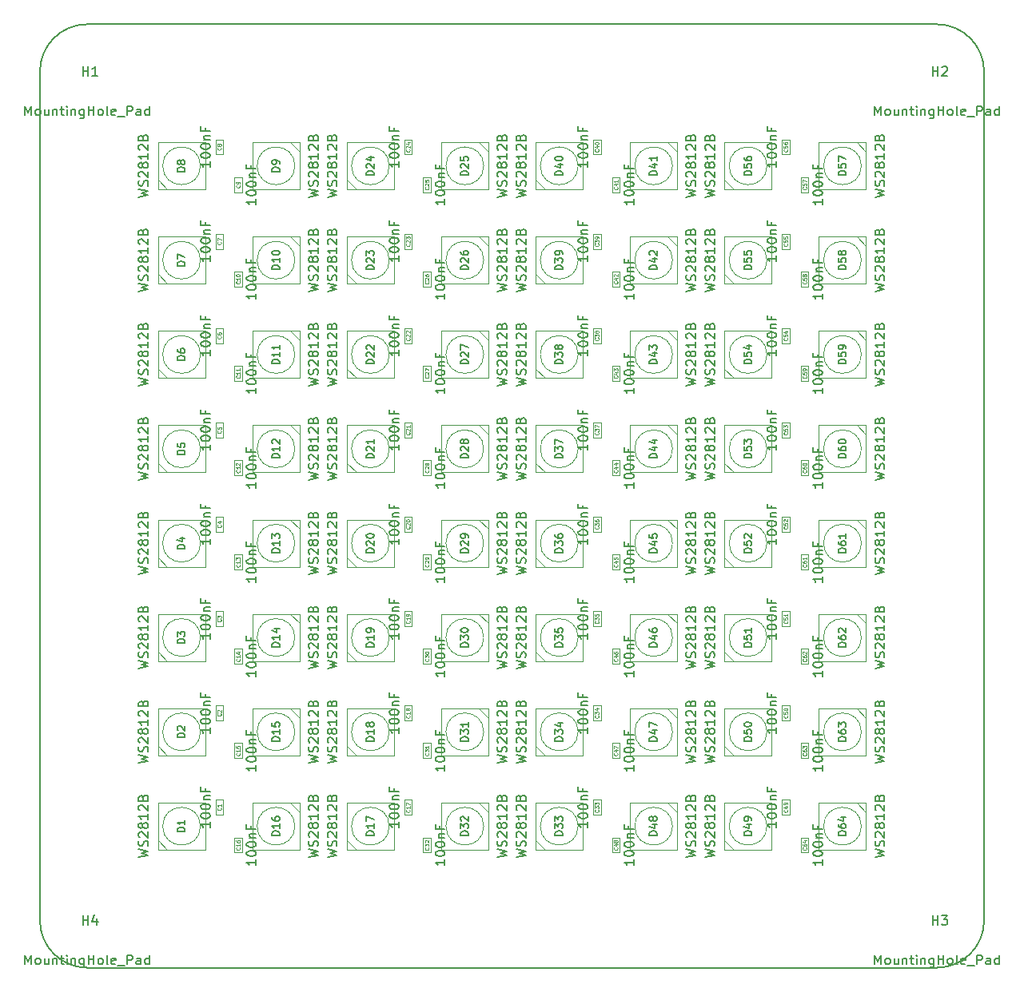
<source format=gbr>
%TF.GenerationSoftware,KiCad,Pcbnew,(5.1.6)-1*%
%TF.CreationDate,2020-12-06T17:28:13+01:00*%
%TF.ProjectId,04_La_Plaque_LEDS,30345f4c-615f-4506-9c61-7175655f4c45,rev?*%
%TF.SameCoordinates,Original*%
%TF.FileFunction,Other,Fab,Top*%
%FSLAX46Y46*%
G04 Gerber Fmt 4.6, Leading zero omitted, Abs format (unit mm)*
G04 Created by KiCad (PCBNEW (5.1.6)-1) date 2020-12-06 17:28:13*
%MOMM*%
%LPD*%
G01*
G04 APERTURE LIST*
%TA.AperFunction,Profile*%
%ADD10C,0.150000*%
%TD*%
%ADD11C,0.100000*%
%ADD12C,0.150000*%
%ADD13C,0.060000*%
G04 APERTURE END LIST*
D10*
X195000000Y-55000000D02*
G75*
G02*
X200000000Y-60000000I0J-5000000D01*
G01*
X200000000Y-150000000D02*
G75*
G02*
X195000000Y-155000000I-5000000J0D01*
G01*
X105000000Y-155000000D02*
G75*
G02*
X100000000Y-150000000I0J5000000D01*
G01*
X100000000Y-60000000D02*
G75*
G02*
X105000000Y-55000000I5000000J0D01*
G01*
X100000000Y-150000000D02*
X100000000Y-60000000D01*
X195000000Y-155000000D02*
X105000000Y-155000000D01*
X200000000Y-60000000D02*
X200000000Y-150000000D01*
X105000000Y-55000000D02*
X195000000Y-55000000D01*
D11*
%TO.C,C20*%
X138600000Y-108800000D02*
X138600000Y-107200000D01*
X139400000Y-108800000D02*
X138600000Y-108800000D01*
X139400000Y-107200000D02*
X139400000Y-108800000D01*
X138600000Y-107200000D02*
X139400000Y-107200000D01*
%TO.C,C11*%
X121400000Y-92800000D02*
X120600000Y-92800000D01*
X120600000Y-92800000D02*
X120600000Y-91200000D01*
X120600000Y-91200000D02*
X121400000Y-91200000D01*
X121400000Y-91200000D02*
X121400000Y-92800000D01*
%TO.C,C15*%
X121400000Y-132800000D02*
X120600000Y-132800000D01*
X120600000Y-132800000D02*
X120600000Y-131200000D01*
X120600000Y-131200000D02*
X121400000Y-131200000D01*
X121400000Y-131200000D02*
X121400000Y-132800000D01*
%TO.C,C25*%
X141400000Y-72800000D02*
X140600000Y-72800000D01*
X140600000Y-72800000D02*
X140600000Y-71200000D01*
X140600000Y-71200000D02*
X141400000Y-71200000D01*
X141400000Y-71200000D02*
X141400000Y-72800000D01*
%TO.C,C35*%
X158600000Y-118800000D02*
X158600000Y-117200000D01*
X159400000Y-118800000D02*
X158600000Y-118800000D01*
X159400000Y-117200000D02*
X159400000Y-118800000D01*
X158600000Y-117200000D02*
X159400000Y-117200000D01*
%TO.C,C5*%
X118600000Y-97200000D02*
X119400000Y-97200000D01*
X119400000Y-97200000D02*
X119400000Y-98800000D01*
X119400000Y-98800000D02*
X118600000Y-98800000D01*
X118600000Y-98800000D02*
X118600000Y-97200000D01*
%TO.C,C12*%
X121400000Y-102800000D02*
X120600000Y-102800000D01*
X120600000Y-102800000D02*
X120600000Y-101200000D01*
X120600000Y-101200000D02*
X121400000Y-101200000D01*
X121400000Y-101200000D02*
X121400000Y-102800000D01*
%TO.C,C22*%
X138600000Y-88800000D02*
X138600000Y-87200000D01*
X139400000Y-88800000D02*
X138600000Y-88800000D01*
X139400000Y-87200000D02*
X139400000Y-88800000D01*
X138600000Y-87200000D02*
X139400000Y-87200000D01*
%TO.C,C32*%
X141400000Y-142800000D02*
X140600000Y-142800000D01*
X140600000Y-142800000D02*
X140600000Y-141200000D01*
X140600000Y-141200000D02*
X141400000Y-141200000D01*
X141400000Y-141200000D02*
X141400000Y-142800000D01*
%TO.C,C2*%
X118600000Y-128800000D02*
X118600000Y-127200000D01*
X119400000Y-128800000D02*
X118600000Y-128800000D01*
X119400000Y-127200000D02*
X119400000Y-128800000D01*
X118600000Y-127200000D02*
X119400000Y-127200000D01*
%TO.C,C16*%
X121400000Y-142800000D02*
X120600000Y-142800000D01*
X120600000Y-142800000D02*
X120600000Y-141200000D01*
X120600000Y-141200000D02*
X121400000Y-141200000D01*
X121400000Y-141200000D02*
X121400000Y-142800000D01*
%TO.C,C26*%
X141400000Y-82800000D02*
X140600000Y-82800000D01*
X140600000Y-82800000D02*
X140600000Y-81200000D01*
X140600000Y-81200000D02*
X141400000Y-81200000D01*
X141400000Y-81200000D02*
X141400000Y-82800000D01*
%TO.C,C36*%
X158600000Y-108800000D02*
X158600000Y-107200000D01*
X159400000Y-108800000D02*
X158600000Y-108800000D01*
X159400000Y-107200000D02*
X159400000Y-108800000D01*
X158600000Y-107200000D02*
X159400000Y-107200000D01*
%TO.C,C6*%
X118600000Y-87200000D02*
X119400000Y-87200000D01*
X119400000Y-87200000D02*
X119400000Y-88800000D01*
X119400000Y-88800000D02*
X118600000Y-88800000D01*
X118600000Y-88800000D02*
X118600000Y-87200000D01*
%TO.C,C19*%
X138600000Y-118800000D02*
X138600000Y-117200000D01*
X139400000Y-118800000D02*
X138600000Y-118800000D01*
X139400000Y-117200000D02*
X139400000Y-118800000D01*
X138600000Y-117200000D02*
X139400000Y-117200000D01*
%TO.C,C29*%
X141400000Y-111200000D02*
X141400000Y-112800000D01*
X140600000Y-111200000D02*
X141400000Y-111200000D01*
X140600000Y-112800000D02*
X140600000Y-111200000D01*
X141400000Y-112800000D02*
X140600000Y-112800000D01*
%TO.C,C39*%
X158600000Y-77200000D02*
X159400000Y-77200000D01*
X159400000Y-77200000D02*
X159400000Y-78800000D01*
X159400000Y-78800000D02*
X158600000Y-78800000D01*
X158600000Y-78800000D02*
X158600000Y-77200000D01*
%TO.C,C9*%
X121400000Y-71200000D02*
X121400000Y-72800000D01*
X120600000Y-71200000D02*
X121400000Y-71200000D01*
X120600000Y-72800000D02*
X120600000Y-71200000D01*
X121400000Y-72800000D02*
X120600000Y-72800000D01*
%TO.C,C17*%
X138600000Y-137200000D02*
X139400000Y-137200000D01*
X139400000Y-137200000D02*
X139400000Y-138800000D01*
X139400000Y-138800000D02*
X138600000Y-138800000D01*
X138600000Y-138800000D02*
X138600000Y-137200000D01*
%TO.C,C27*%
X141400000Y-91200000D02*
X141400000Y-92800000D01*
X140600000Y-91200000D02*
X141400000Y-91200000D01*
X140600000Y-92800000D02*
X140600000Y-91200000D01*
X141400000Y-92800000D02*
X140600000Y-92800000D01*
%TO.C,C37*%
X158600000Y-98800000D02*
X158600000Y-97200000D01*
X159400000Y-98800000D02*
X158600000Y-98800000D01*
X159400000Y-97200000D02*
X159400000Y-98800000D01*
X158600000Y-97200000D02*
X159400000Y-97200000D01*
%TO.C,C7*%
X118600000Y-77200000D02*
X119400000Y-77200000D01*
X119400000Y-77200000D02*
X119400000Y-78800000D01*
X119400000Y-78800000D02*
X118600000Y-78800000D01*
X118600000Y-78800000D02*
X118600000Y-77200000D01*
%TO.C,C30*%
X141400000Y-122800000D02*
X140600000Y-122800000D01*
X140600000Y-122800000D02*
X140600000Y-121200000D01*
X140600000Y-121200000D02*
X141400000Y-121200000D01*
X141400000Y-121200000D02*
X141400000Y-122800000D01*
%TO.C,C40*%
X158600000Y-67200000D02*
X159400000Y-67200000D01*
X159400000Y-67200000D02*
X159400000Y-68800000D01*
X159400000Y-68800000D02*
X158600000Y-68800000D01*
X158600000Y-68800000D02*
X158600000Y-67200000D01*
%TO.C,C10*%
X121400000Y-81200000D02*
X121400000Y-82800000D01*
X120600000Y-81200000D02*
X121400000Y-81200000D01*
X120600000Y-82800000D02*
X120600000Y-81200000D01*
X121400000Y-82800000D02*
X120600000Y-82800000D01*
%TO.C,C18*%
X138600000Y-127200000D02*
X139400000Y-127200000D01*
X139400000Y-127200000D02*
X139400000Y-128800000D01*
X139400000Y-128800000D02*
X138600000Y-128800000D01*
X138600000Y-128800000D02*
X138600000Y-127200000D01*
%TO.C,C28*%
X141400000Y-101200000D02*
X141400000Y-102800000D01*
X140600000Y-101200000D02*
X141400000Y-101200000D01*
X140600000Y-102800000D02*
X140600000Y-101200000D01*
X141400000Y-102800000D02*
X140600000Y-102800000D01*
%TO.C,C38*%
X158600000Y-87200000D02*
X159400000Y-87200000D01*
X159400000Y-87200000D02*
X159400000Y-88800000D01*
X159400000Y-88800000D02*
X158600000Y-88800000D01*
X158600000Y-88800000D02*
X158600000Y-87200000D01*
%TO.C,C8*%
X118600000Y-67200000D02*
X119400000Y-67200000D01*
X119400000Y-67200000D02*
X119400000Y-68800000D01*
X119400000Y-68800000D02*
X118600000Y-68800000D01*
X118600000Y-68800000D02*
X118600000Y-67200000D01*
%TO.C,C13*%
X121400000Y-111200000D02*
X121400000Y-112800000D01*
X120600000Y-111200000D02*
X121400000Y-111200000D01*
X120600000Y-112800000D02*
X120600000Y-111200000D01*
X121400000Y-112800000D02*
X120600000Y-112800000D01*
%TO.C,C23*%
X138600000Y-77200000D02*
X139400000Y-77200000D01*
X139400000Y-77200000D02*
X139400000Y-78800000D01*
X139400000Y-78800000D02*
X138600000Y-78800000D01*
X138600000Y-78800000D02*
X138600000Y-77200000D01*
%TO.C,C33*%
X158600000Y-137200000D02*
X159400000Y-137200000D01*
X159400000Y-137200000D02*
X159400000Y-138800000D01*
X159400000Y-138800000D02*
X158600000Y-138800000D01*
X158600000Y-138800000D02*
X158600000Y-137200000D01*
%TO.C,C3*%
X118600000Y-118800000D02*
X118600000Y-117200000D01*
X119400000Y-118800000D02*
X118600000Y-118800000D01*
X119400000Y-117200000D02*
X119400000Y-118800000D01*
X118600000Y-117200000D02*
X119400000Y-117200000D01*
%TO.C,C21*%
X138600000Y-98800000D02*
X138600000Y-97200000D01*
X139400000Y-98800000D02*
X138600000Y-98800000D01*
X139400000Y-97200000D02*
X139400000Y-98800000D01*
X138600000Y-97200000D02*
X139400000Y-97200000D01*
%TO.C,C31*%
X141400000Y-131200000D02*
X141400000Y-132800000D01*
X140600000Y-131200000D02*
X141400000Y-131200000D01*
X140600000Y-132800000D02*
X140600000Y-131200000D01*
X141400000Y-132800000D02*
X140600000Y-132800000D01*
%TO.C,C1*%
X118600000Y-137200000D02*
X119400000Y-137200000D01*
X119400000Y-137200000D02*
X119400000Y-138800000D01*
X119400000Y-138800000D02*
X118600000Y-138800000D01*
X118600000Y-138800000D02*
X118600000Y-137200000D01*
%TO.C,C14*%
X121400000Y-121200000D02*
X121400000Y-122800000D01*
X120600000Y-121200000D02*
X121400000Y-121200000D01*
X120600000Y-122800000D02*
X120600000Y-121200000D01*
X121400000Y-122800000D02*
X120600000Y-122800000D01*
%TO.C,C24*%
X138600000Y-67200000D02*
X139400000Y-67200000D01*
X139400000Y-67200000D02*
X139400000Y-68800000D01*
X139400000Y-68800000D02*
X138600000Y-68800000D01*
X138600000Y-68800000D02*
X138600000Y-67200000D01*
%TO.C,C34*%
X158600000Y-127200000D02*
X159400000Y-127200000D01*
X159400000Y-127200000D02*
X159400000Y-128800000D01*
X159400000Y-128800000D02*
X158600000Y-128800000D01*
X158600000Y-128800000D02*
X158600000Y-127200000D01*
%TO.C,C4*%
X118600000Y-108800000D02*
X118600000Y-107200000D01*
X119400000Y-108800000D02*
X118600000Y-108800000D01*
X119400000Y-107200000D02*
X119400000Y-108800000D01*
X118600000Y-107200000D02*
X119400000Y-107200000D01*
%TO.C,C55*%
X178600000Y-78800000D02*
X178600000Y-77200000D01*
X179400000Y-78800000D02*
X178600000Y-78800000D01*
X179400000Y-77200000D02*
X179400000Y-78800000D01*
X178600000Y-77200000D02*
X179400000Y-77200000D01*
%TO.C,C62*%
X181400000Y-122800000D02*
X180600000Y-122800000D01*
X180600000Y-122800000D02*
X180600000Y-121200000D01*
X180600000Y-121200000D02*
X181400000Y-121200000D01*
X181400000Y-121200000D02*
X181400000Y-122800000D01*
%TO.C,C45*%
X161400000Y-111200000D02*
X161400000Y-112800000D01*
X160600000Y-111200000D02*
X161400000Y-111200000D01*
X160600000Y-112800000D02*
X160600000Y-111200000D01*
X161400000Y-112800000D02*
X160600000Y-112800000D01*
%TO.C,C52*%
X178600000Y-107200000D02*
X179400000Y-107200000D01*
X179400000Y-107200000D02*
X179400000Y-108800000D01*
X179400000Y-108800000D02*
X178600000Y-108800000D01*
X178600000Y-108800000D02*
X178600000Y-107200000D01*
%TO.C,C61*%
X181400000Y-111200000D02*
X181400000Y-112800000D01*
X180600000Y-111200000D02*
X181400000Y-111200000D01*
X180600000Y-112800000D02*
X180600000Y-111200000D01*
X181400000Y-112800000D02*
X180600000Y-112800000D01*
%TO.C,C41*%
X161400000Y-72800000D02*
X160600000Y-72800000D01*
X160600000Y-72800000D02*
X160600000Y-71200000D01*
X160600000Y-71200000D02*
X161400000Y-71200000D01*
X161400000Y-71200000D02*
X161400000Y-72800000D01*
%TO.C,C56*%
X178600000Y-68800000D02*
X178600000Y-67200000D01*
X179400000Y-68800000D02*
X178600000Y-68800000D01*
X179400000Y-67200000D02*
X179400000Y-68800000D01*
X178600000Y-67200000D02*
X179400000Y-67200000D01*
%TO.C,C63*%
X181400000Y-132800000D02*
X180600000Y-132800000D01*
X180600000Y-132800000D02*
X180600000Y-131200000D01*
X180600000Y-131200000D02*
X181400000Y-131200000D01*
X181400000Y-131200000D02*
X181400000Y-132800000D01*
%TO.C,C46*%
X161400000Y-121200000D02*
X161400000Y-122800000D01*
X160600000Y-121200000D02*
X161400000Y-121200000D01*
X160600000Y-122800000D02*
X160600000Y-121200000D01*
X161400000Y-122800000D02*
X160600000Y-122800000D01*
%TO.C,C64*%
X181400000Y-141200000D02*
X181400000Y-142800000D01*
X180600000Y-141200000D02*
X181400000Y-141200000D01*
X180600000Y-142800000D02*
X180600000Y-141200000D01*
X181400000Y-142800000D02*
X180600000Y-142800000D01*
%TO.C,C49*%
X178600000Y-137200000D02*
X179400000Y-137200000D01*
X179400000Y-137200000D02*
X179400000Y-138800000D01*
X179400000Y-138800000D02*
X178600000Y-138800000D01*
X178600000Y-138800000D02*
X178600000Y-137200000D01*
%TO.C,C57*%
X181400000Y-71200000D02*
X181400000Y-72800000D01*
X180600000Y-71200000D02*
X181400000Y-71200000D01*
X180600000Y-72800000D02*
X180600000Y-71200000D01*
X181400000Y-72800000D02*
X180600000Y-72800000D01*
%TO.C,C47*%
X161400000Y-131200000D02*
X161400000Y-132800000D01*
X160600000Y-131200000D02*
X161400000Y-131200000D01*
X160600000Y-132800000D02*
X160600000Y-131200000D01*
X161400000Y-132800000D02*
X160600000Y-132800000D01*
%TO.C,C50*%
X178600000Y-127200000D02*
X179400000Y-127200000D01*
X179400000Y-127200000D02*
X179400000Y-128800000D01*
X179400000Y-128800000D02*
X178600000Y-128800000D01*
X178600000Y-128800000D02*
X178600000Y-127200000D01*
%TO.C,C58*%
X181400000Y-81200000D02*
X181400000Y-82800000D01*
X180600000Y-81200000D02*
X181400000Y-81200000D01*
X180600000Y-82800000D02*
X180600000Y-81200000D01*
X181400000Y-82800000D02*
X180600000Y-82800000D01*
%TO.C,C48*%
X161400000Y-141200000D02*
X161400000Y-142800000D01*
X160600000Y-141200000D02*
X161400000Y-141200000D01*
X160600000Y-142800000D02*
X160600000Y-141200000D01*
X161400000Y-142800000D02*
X160600000Y-142800000D01*
%TO.C,C53*%
X178600000Y-97200000D02*
X179400000Y-97200000D01*
X179400000Y-97200000D02*
X179400000Y-98800000D01*
X179400000Y-98800000D02*
X178600000Y-98800000D01*
X178600000Y-98800000D02*
X178600000Y-97200000D01*
%TO.C,C42*%
X161400000Y-82800000D02*
X160600000Y-82800000D01*
X160600000Y-82800000D02*
X160600000Y-81200000D01*
X160600000Y-81200000D02*
X161400000Y-81200000D01*
X161400000Y-81200000D02*
X161400000Y-82800000D01*
%TO.C,C51*%
X178600000Y-118800000D02*
X178600000Y-117200000D01*
X179400000Y-118800000D02*
X178600000Y-118800000D01*
X179400000Y-117200000D02*
X179400000Y-118800000D01*
X178600000Y-117200000D02*
X179400000Y-117200000D01*
%TO.C,C54*%
X178600000Y-88800000D02*
X178600000Y-87200000D01*
X179400000Y-88800000D02*
X178600000Y-88800000D01*
X179400000Y-87200000D02*
X179400000Y-88800000D01*
X178600000Y-87200000D02*
X179400000Y-87200000D01*
%TO.C,C44*%
X161400000Y-101200000D02*
X161400000Y-102800000D01*
X160600000Y-101200000D02*
X161400000Y-101200000D01*
X160600000Y-102800000D02*
X160600000Y-101200000D01*
X161400000Y-102800000D02*
X160600000Y-102800000D01*
%TO.C,D11*%
X126500000Y-87500000D02*
X127500000Y-88500000D01*
X122500000Y-92500000D02*
X127500000Y-92500000D01*
X127500000Y-92500000D02*
X127500000Y-87500000D01*
X127500000Y-87500000D02*
X122500000Y-87500000D01*
X122500000Y-87500000D02*
X122500000Y-92500000D01*
X127000000Y-90000000D02*
G75*
G03*
X127000000Y-90000000I-2000000J0D01*
G01*
%TO.C,D21*%
X133500000Y-102500000D02*
X132500000Y-101500000D01*
X137500000Y-97500000D02*
X132500000Y-97500000D01*
X132500000Y-97500000D02*
X132500000Y-102500000D01*
X132500000Y-102500000D02*
X137500000Y-102500000D01*
X137500000Y-102500000D02*
X137500000Y-97500000D01*
X137000000Y-100000000D02*
G75*
G03*
X137000000Y-100000000I-2000000J0D01*
G01*
%TO.C,D31*%
X146500000Y-127500000D02*
X147500000Y-128500000D01*
X142500000Y-132500000D02*
X147500000Y-132500000D01*
X147500000Y-132500000D02*
X147500000Y-127500000D01*
X147500000Y-127500000D02*
X142500000Y-127500000D01*
X142500000Y-127500000D02*
X142500000Y-132500000D01*
X147000000Y-130000000D02*
G75*
G03*
X147000000Y-130000000I-2000000J0D01*
G01*
%TO.C,D1*%
X117000000Y-140000000D02*
G75*
G03*
X117000000Y-140000000I-2000000J0D01*
G01*
X117500000Y-142500000D02*
X117500000Y-137500000D01*
X112500000Y-142500000D02*
X117500000Y-142500000D01*
X112500000Y-137500000D02*
X112500000Y-142500000D01*
X117500000Y-137500000D02*
X112500000Y-137500000D01*
X113500000Y-142500000D02*
X112500000Y-141500000D01*
%TO.C,D12*%
X127000000Y-100000000D02*
G75*
G03*
X127000000Y-100000000I-2000000J0D01*
G01*
X122500000Y-97500000D02*
X122500000Y-102500000D01*
X127500000Y-97500000D02*
X122500000Y-97500000D01*
X127500000Y-102500000D02*
X127500000Y-97500000D01*
X122500000Y-102500000D02*
X127500000Y-102500000D01*
X126500000Y-97500000D02*
X127500000Y-98500000D01*
%TO.C,D22*%
X137000000Y-90000000D02*
G75*
G03*
X137000000Y-90000000I-2000000J0D01*
G01*
X137500000Y-92500000D02*
X137500000Y-87500000D01*
X132500000Y-92500000D02*
X137500000Y-92500000D01*
X132500000Y-87500000D02*
X132500000Y-92500000D01*
X137500000Y-87500000D02*
X132500000Y-87500000D01*
X133500000Y-92500000D02*
X132500000Y-91500000D01*
%TO.C,D32*%
X147000000Y-140000000D02*
G75*
G03*
X147000000Y-140000000I-2000000J0D01*
G01*
X142500000Y-137500000D02*
X142500000Y-142500000D01*
X147500000Y-137500000D02*
X142500000Y-137500000D01*
X147500000Y-142500000D02*
X147500000Y-137500000D01*
X142500000Y-142500000D02*
X147500000Y-142500000D01*
X146500000Y-137500000D02*
X147500000Y-138500000D01*
%TO.C,D2*%
X113500000Y-132500000D02*
X112500000Y-131500000D01*
X117500000Y-127500000D02*
X112500000Y-127500000D01*
X112500000Y-127500000D02*
X112500000Y-132500000D01*
X112500000Y-132500000D02*
X117500000Y-132500000D01*
X117500000Y-132500000D02*
X117500000Y-127500000D01*
X117000000Y-130000000D02*
G75*
G03*
X117000000Y-130000000I-2000000J0D01*
G01*
%TO.C,D13*%
X126500000Y-107500000D02*
X127500000Y-108500000D01*
X122500000Y-112500000D02*
X127500000Y-112500000D01*
X127500000Y-112500000D02*
X127500000Y-107500000D01*
X127500000Y-107500000D02*
X122500000Y-107500000D01*
X122500000Y-107500000D02*
X122500000Y-112500000D01*
X127000000Y-110000000D02*
G75*
G03*
X127000000Y-110000000I-2000000J0D01*
G01*
%TO.C,D23*%
X137000000Y-80000000D02*
G75*
G03*
X137000000Y-80000000I-2000000J0D01*
G01*
X137500000Y-82500000D02*
X137500000Y-77500000D01*
X132500000Y-82500000D02*
X137500000Y-82500000D01*
X132500000Y-77500000D02*
X132500000Y-82500000D01*
X137500000Y-77500000D02*
X132500000Y-77500000D01*
X133500000Y-82500000D02*
X132500000Y-81500000D01*
%TO.C,D33*%
X153500000Y-142500000D02*
X152500000Y-141500000D01*
X157500000Y-137500000D02*
X152500000Y-137500000D01*
X152500000Y-137500000D02*
X152500000Y-142500000D01*
X152500000Y-142500000D02*
X157500000Y-142500000D01*
X157500000Y-142500000D02*
X157500000Y-137500000D01*
X157000000Y-140000000D02*
G75*
G03*
X157000000Y-140000000I-2000000J0D01*
G01*
%TO.C,D3*%
X117000000Y-120000000D02*
G75*
G03*
X117000000Y-120000000I-2000000J0D01*
G01*
X117500000Y-122500000D02*
X117500000Y-117500000D01*
X112500000Y-122500000D02*
X117500000Y-122500000D01*
X112500000Y-117500000D02*
X112500000Y-122500000D01*
X117500000Y-117500000D02*
X112500000Y-117500000D01*
X113500000Y-122500000D02*
X112500000Y-121500000D01*
%TO.C,D14*%
X127000000Y-120000000D02*
G75*
G03*
X127000000Y-120000000I-2000000J0D01*
G01*
X122500000Y-117500000D02*
X122500000Y-122500000D01*
X127500000Y-117500000D02*
X122500000Y-117500000D01*
X127500000Y-122500000D02*
X127500000Y-117500000D01*
X122500000Y-122500000D02*
X127500000Y-122500000D01*
X126500000Y-117500000D02*
X127500000Y-118500000D01*
%TO.C,D24*%
X137000000Y-70000000D02*
G75*
G03*
X137000000Y-70000000I-2000000J0D01*
G01*
X137500000Y-72500000D02*
X137500000Y-67500000D01*
X132500000Y-72500000D02*
X137500000Y-72500000D01*
X132500000Y-67500000D02*
X132500000Y-72500000D01*
X137500000Y-67500000D02*
X132500000Y-67500000D01*
X133500000Y-72500000D02*
X132500000Y-71500000D01*
%TO.C,D34*%
X157000000Y-130000000D02*
G75*
G03*
X157000000Y-130000000I-2000000J0D01*
G01*
X157500000Y-132500000D02*
X157500000Y-127500000D01*
X152500000Y-132500000D02*
X157500000Y-132500000D01*
X152500000Y-127500000D02*
X152500000Y-132500000D01*
X157500000Y-127500000D02*
X152500000Y-127500000D01*
X153500000Y-132500000D02*
X152500000Y-131500000D01*
%TO.C,D4*%
X113500000Y-112500000D02*
X112500000Y-111500000D01*
X117500000Y-107500000D02*
X112500000Y-107500000D01*
X112500000Y-107500000D02*
X112500000Y-112500000D01*
X112500000Y-112500000D02*
X117500000Y-112500000D01*
X117500000Y-112500000D02*
X117500000Y-107500000D01*
X117000000Y-110000000D02*
G75*
G03*
X117000000Y-110000000I-2000000J0D01*
G01*
%TO.C,D15*%
X126500000Y-127500000D02*
X127500000Y-128500000D01*
X122500000Y-132500000D02*
X127500000Y-132500000D01*
X127500000Y-132500000D02*
X127500000Y-127500000D01*
X127500000Y-127500000D02*
X122500000Y-127500000D01*
X122500000Y-127500000D02*
X122500000Y-132500000D01*
X127000000Y-130000000D02*
G75*
G03*
X127000000Y-130000000I-2000000J0D01*
G01*
%TO.C,D25*%
X147000000Y-70000000D02*
G75*
G03*
X147000000Y-70000000I-2000000J0D01*
G01*
X142500000Y-67500000D02*
X142500000Y-72500000D01*
X147500000Y-67500000D02*
X142500000Y-67500000D01*
X147500000Y-72500000D02*
X147500000Y-67500000D01*
X142500000Y-72500000D02*
X147500000Y-72500000D01*
X146500000Y-67500000D02*
X147500000Y-68500000D01*
%TO.C,D35*%
X153500000Y-122500000D02*
X152500000Y-121500000D01*
X157500000Y-117500000D02*
X152500000Y-117500000D01*
X152500000Y-117500000D02*
X152500000Y-122500000D01*
X152500000Y-122500000D02*
X157500000Y-122500000D01*
X157500000Y-122500000D02*
X157500000Y-117500000D01*
X157000000Y-120000000D02*
G75*
G03*
X157000000Y-120000000I-2000000J0D01*
G01*
%TO.C,D5*%
X117000000Y-100000000D02*
G75*
G03*
X117000000Y-100000000I-2000000J0D01*
G01*
X117500000Y-102500000D02*
X117500000Y-97500000D01*
X112500000Y-102500000D02*
X117500000Y-102500000D01*
X112500000Y-97500000D02*
X112500000Y-102500000D01*
X117500000Y-97500000D02*
X112500000Y-97500000D01*
X113500000Y-102500000D02*
X112500000Y-101500000D01*
%TO.C,D16*%
X127000000Y-140000000D02*
G75*
G03*
X127000000Y-140000000I-2000000J0D01*
G01*
X122500000Y-137500000D02*
X122500000Y-142500000D01*
X127500000Y-137500000D02*
X122500000Y-137500000D01*
X127500000Y-142500000D02*
X127500000Y-137500000D01*
X122500000Y-142500000D02*
X127500000Y-142500000D01*
X126500000Y-137500000D02*
X127500000Y-138500000D01*
%TO.C,D26*%
X146500000Y-77500000D02*
X147500000Y-78500000D01*
X142500000Y-82500000D02*
X147500000Y-82500000D01*
X147500000Y-82500000D02*
X147500000Y-77500000D01*
X147500000Y-77500000D02*
X142500000Y-77500000D01*
X142500000Y-77500000D02*
X142500000Y-82500000D01*
X147000000Y-80000000D02*
G75*
G03*
X147000000Y-80000000I-2000000J0D01*
G01*
%TO.C,D36*%
X157000000Y-110000000D02*
G75*
G03*
X157000000Y-110000000I-2000000J0D01*
G01*
X157500000Y-112500000D02*
X157500000Y-107500000D01*
X152500000Y-112500000D02*
X157500000Y-112500000D01*
X152500000Y-107500000D02*
X152500000Y-112500000D01*
X157500000Y-107500000D02*
X152500000Y-107500000D01*
X153500000Y-112500000D02*
X152500000Y-111500000D01*
%TO.C,D6*%
X113500000Y-92500000D02*
X112500000Y-91500000D01*
X117500000Y-87500000D02*
X112500000Y-87500000D01*
X112500000Y-87500000D02*
X112500000Y-92500000D01*
X112500000Y-92500000D02*
X117500000Y-92500000D01*
X117500000Y-92500000D02*
X117500000Y-87500000D01*
X117000000Y-90000000D02*
G75*
G03*
X117000000Y-90000000I-2000000J0D01*
G01*
%TO.C,D17*%
X133500000Y-142500000D02*
X132500000Y-141500000D01*
X137500000Y-137500000D02*
X132500000Y-137500000D01*
X132500000Y-137500000D02*
X132500000Y-142500000D01*
X132500000Y-142500000D02*
X137500000Y-142500000D01*
X137500000Y-142500000D02*
X137500000Y-137500000D01*
X137000000Y-140000000D02*
G75*
G03*
X137000000Y-140000000I-2000000J0D01*
G01*
%TO.C,D27*%
X147000000Y-90000000D02*
G75*
G03*
X147000000Y-90000000I-2000000J0D01*
G01*
X142500000Y-87500000D02*
X142500000Y-92500000D01*
X147500000Y-87500000D02*
X142500000Y-87500000D01*
X147500000Y-92500000D02*
X147500000Y-87500000D01*
X142500000Y-92500000D02*
X147500000Y-92500000D01*
X146500000Y-87500000D02*
X147500000Y-88500000D01*
%TO.C,D37*%
X153500000Y-102500000D02*
X152500000Y-101500000D01*
X157500000Y-97500000D02*
X152500000Y-97500000D01*
X152500000Y-97500000D02*
X152500000Y-102500000D01*
X152500000Y-102500000D02*
X157500000Y-102500000D01*
X157500000Y-102500000D02*
X157500000Y-97500000D01*
X157000000Y-100000000D02*
G75*
G03*
X157000000Y-100000000I-2000000J0D01*
G01*
%TO.C,D7*%
X117000000Y-80000000D02*
G75*
G03*
X117000000Y-80000000I-2000000J0D01*
G01*
X117500000Y-82500000D02*
X117500000Y-77500000D01*
X112500000Y-82500000D02*
X117500000Y-82500000D01*
X112500000Y-77500000D02*
X112500000Y-82500000D01*
X117500000Y-77500000D02*
X112500000Y-77500000D01*
X113500000Y-82500000D02*
X112500000Y-81500000D01*
%TO.C,D18*%
X137000000Y-130000000D02*
G75*
G03*
X137000000Y-130000000I-2000000J0D01*
G01*
X137500000Y-132500000D02*
X137500000Y-127500000D01*
X132500000Y-132500000D02*
X137500000Y-132500000D01*
X132500000Y-127500000D02*
X132500000Y-132500000D01*
X137500000Y-127500000D02*
X132500000Y-127500000D01*
X133500000Y-132500000D02*
X132500000Y-131500000D01*
%TO.C,D28*%
X146500000Y-97500000D02*
X147500000Y-98500000D01*
X142500000Y-102500000D02*
X147500000Y-102500000D01*
X147500000Y-102500000D02*
X147500000Y-97500000D01*
X147500000Y-97500000D02*
X142500000Y-97500000D01*
X142500000Y-97500000D02*
X142500000Y-102500000D01*
X147000000Y-100000000D02*
G75*
G03*
X147000000Y-100000000I-2000000J0D01*
G01*
%TO.C,D38*%
X157000000Y-90000000D02*
G75*
G03*
X157000000Y-90000000I-2000000J0D01*
G01*
X157500000Y-92500000D02*
X157500000Y-87500000D01*
X152500000Y-92500000D02*
X157500000Y-92500000D01*
X152500000Y-87500000D02*
X152500000Y-92500000D01*
X157500000Y-87500000D02*
X152500000Y-87500000D01*
X153500000Y-92500000D02*
X152500000Y-91500000D01*
%TO.C,D8*%
X113500000Y-72500000D02*
X112500000Y-71500000D01*
X117500000Y-67500000D02*
X112500000Y-67500000D01*
X112500000Y-67500000D02*
X112500000Y-72500000D01*
X112500000Y-72500000D02*
X117500000Y-72500000D01*
X117500000Y-72500000D02*
X117500000Y-67500000D01*
X117000000Y-70000000D02*
G75*
G03*
X117000000Y-70000000I-2000000J0D01*
G01*
%TO.C,D19*%
X133500000Y-122500000D02*
X132500000Y-121500000D01*
X137500000Y-117500000D02*
X132500000Y-117500000D01*
X132500000Y-117500000D02*
X132500000Y-122500000D01*
X132500000Y-122500000D02*
X137500000Y-122500000D01*
X137500000Y-122500000D02*
X137500000Y-117500000D01*
X137000000Y-120000000D02*
G75*
G03*
X137000000Y-120000000I-2000000J0D01*
G01*
%TO.C,D29*%
X147000000Y-110000000D02*
G75*
G03*
X147000000Y-110000000I-2000000J0D01*
G01*
X142500000Y-107500000D02*
X142500000Y-112500000D01*
X147500000Y-107500000D02*
X142500000Y-107500000D01*
X147500000Y-112500000D02*
X147500000Y-107500000D01*
X142500000Y-112500000D02*
X147500000Y-112500000D01*
X146500000Y-107500000D02*
X147500000Y-108500000D01*
%TO.C,D39*%
X153500000Y-82500000D02*
X152500000Y-81500000D01*
X157500000Y-77500000D02*
X152500000Y-77500000D01*
X152500000Y-77500000D02*
X152500000Y-82500000D01*
X152500000Y-82500000D02*
X157500000Y-82500000D01*
X157500000Y-82500000D02*
X157500000Y-77500000D01*
X157000000Y-80000000D02*
G75*
G03*
X157000000Y-80000000I-2000000J0D01*
G01*
%TO.C,D9*%
X127000000Y-70000000D02*
G75*
G03*
X127000000Y-70000000I-2000000J0D01*
G01*
X122500000Y-67500000D02*
X122500000Y-72500000D01*
X127500000Y-67500000D02*
X122500000Y-67500000D01*
X127500000Y-72500000D02*
X127500000Y-67500000D01*
X122500000Y-72500000D02*
X127500000Y-72500000D01*
X126500000Y-67500000D02*
X127500000Y-68500000D01*
%TO.C,D20*%
X137000000Y-110000000D02*
G75*
G03*
X137000000Y-110000000I-2000000J0D01*
G01*
X137500000Y-112500000D02*
X137500000Y-107500000D01*
X132500000Y-112500000D02*
X137500000Y-112500000D01*
X132500000Y-107500000D02*
X132500000Y-112500000D01*
X137500000Y-107500000D02*
X132500000Y-107500000D01*
X133500000Y-112500000D02*
X132500000Y-111500000D01*
%TO.C,D30*%
X146500000Y-117500000D02*
X147500000Y-118500000D01*
X142500000Y-122500000D02*
X147500000Y-122500000D01*
X147500000Y-122500000D02*
X147500000Y-117500000D01*
X147500000Y-117500000D02*
X142500000Y-117500000D01*
X142500000Y-117500000D02*
X142500000Y-122500000D01*
X147000000Y-120000000D02*
G75*
G03*
X147000000Y-120000000I-2000000J0D01*
G01*
%TO.C,D40*%
X157000000Y-70000000D02*
G75*
G03*
X157000000Y-70000000I-2000000J0D01*
G01*
X157500000Y-72500000D02*
X157500000Y-67500000D01*
X152500000Y-72500000D02*
X157500000Y-72500000D01*
X152500000Y-67500000D02*
X152500000Y-72500000D01*
X157500000Y-67500000D02*
X152500000Y-67500000D01*
X153500000Y-72500000D02*
X152500000Y-71500000D01*
%TO.C,D10*%
X126500000Y-77500000D02*
X127500000Y-78500000D01*
X122500000Y-82500000D02*
X127500000Y-82500000D01*
X127500000Y-82500000D02*
X127500000Y-77500000D01*
X127500000Y-77500000D02*
X122500000Y-77500000D01*
X122500000Y-77500000D02*
X122500000Y-82500000D01*
X127000000Y-80000000D02*
G75*
G03*
X127000000Y-80000000I-2000000J0D01*
G01*
%TO.C,D51*%
X173500000Y-122500000D02*
X172500000Y-121500000D01*
X177500000Y-117500000D02*
X172500000Y-117500000D01*
X172500000Y-117500000D02*
X172500000Y-122500000D01*
X172500000Y-122500000D02*
X177500000Y-122500000D01*
X177500000Y-122500000D02*
X177500000Y-117500000D01*
X177000000Y-120000000D02*
G75*
G03*
X177000000Y-120000000I-2000000J0D01*
G01*
%TO.C,D61*%
X186500000Y-107500000D02*
X187500000Y-108500000D01*
X182500000Y-112500000D02*
X187500000Y-112500000D01*
X187500000Y-112500000D02*
X187500000Y-107500000D01*
X187500000Y-107500000D02*
X182500000Y-107500000D01*
X182500000Y-107500000D02*
X182500000Y-112500000D01*
X187000000Y-110000000D02*
G75*
G03*
X187000000Y-110000000I-2000000J0D01*
G01*
%TO.C,D41*%
X167000000Y-70000000D02*
G75*
G03*
X167000000Y-70000000I-2000000J0D01*
G01*
X162500000Y-67500000D02*
X162500000Y-72500000D01*
X167500000Y-67500000D02*
X162500000Y-67500000D01*
X167500000Y-72500000D02*
X167500000Y-67500000D01*
X162500000Y-72500000D02*
X167500000Y-72500000D01*
X166500000Y-67500000D02*
X167500000Y-68500000D01*
%TO.C,D52*%
X177000000Y-110000000D02*
G75*
G03*
X177000000Y-110000000I-2000000J0D01*
G01*
X177500000Y-112500000D02*
X177500000Y-107500000D01*
X172500000Y-112500000D02*
X177500000Y-112500000D01*
X172500000Y-107500000D02*
X172500000Y-112500000D01*
X177500000Y-107500000D02*
X172500000Y-107500000D01*
X173500000Y-112500000D02*
X172500000Y-111500000D01*
%TO.C,D62*%
X187000000Y-120000000D02*
G75*
G03*
X187000000Y-120000000I-2000000J0D01*
G01*
X182500000Y-117500000D02*
X182500000Y-122500000D01*
X187500000Y-117500000D02*
X182500000Y-117500000D01*
X187500000Y-122500000D02*
X187500000Y-117500000D01*
X182500000Y-122500000D02*
X187500000Y-122500000D01*
X186500000Y-117500000D02*
X187500000Y-118500000D01*
%TO.C,D42*%
X166500000Y-77500000D02*
X167500000Y-78500000D01*
X162500000Y-82500000D02*
X167500000Y-82500000D01*
X167500000Y-82500000D02*
X167500000Y-77500000D01*
X167500000Y-77500000D02*
X162500000Y-77500000D01*
X162500000Y-77500000D02*
X162500000Y-82500000D01*
X167000000Y-80000000D02*
G75*
G03*
X167000000Y-80000000I-2000000J0D01*
G01*
%TO.C,D53*%
X173500000Y-102500000D02*
X172500000Y-101500000D01*
X177500000Y-97500000D02*
X172500000Y-97500000D01*
X172500000Y-97500000D02*
X172500000Y-102500000D01*
X172500000Y-102500000D02*
X177500000Y-102500000D01*
X177500000Y-102500000D02*
X177500000Y-97500000D01*
X177000000Y-100000000D02*
G75*
G03*
X177000000Y-100000000I-2000000J0D01*
G01*
%TO.C,D63*%
X187000000Y-130000000D02*
G75*
G03*
X187000000Y-130000000I-2000000J0D01*
G01*
X182500000Y-127500000D02*
X182500000Y-132500000D01*
X187500000Y-127500000D02*
X182500000Y-127500000D01*
X187500000Y-132500000D02*
X187500000Y-127500000D01*
X182500000Y-132500000D02*
X187500000Y-132500000D01*
X186500000Y-127500000D02*
X187500000Y-128500000D01*
%TO.C,D43*%
X167000000Y-90000000D02*
G75*
G03*
X167000000Y-90000000I-2000000J0D01*
G01*
X162500000Y-87500000D02*
X162500000Y-92500000D01*
X167500000Y-87500000D02*
X162500000Y-87500000D01*
X167500000Y-92500000D02*
X167500000Y-87500000D01*
X162500000Y-92500000D02*
X167500000Y-92500000D01*
X166500000Y-87500000D02*
X167500000Y-88500000D01*
%TO.C,D54*%
X177000000Y-90000000D02*
G75*
G03*
X177000000Y-90000000I-2000000J0D01*
G01*
X177500000Y-92500000D02*
X177500000Y-87500000D01*
X172500000Y-92500000D02*
X177500000Y-92500000D01*
X172500000Y-87500000D02*
X172500000Y-92500000D01*
X177500000Y-87500000D02*
X172500000Y-87500000D01*
X173500000Y-92500000D02*
X172500000Y-91500000D01*
%TO.C,D64*%
X187000000Y-140000000D02*
G75*
G03*
X187000000Y-140000000I-2000000J0D01*
G01*
X182500000Y-137500000D02*
X182500000Y-142500000D01*
X187500000Y-137500000D02*
X182500000Y-137500000D01*
X187500000Y-142500000D02*
X187500000Y-137500000D01*
X182500000Y-142500000D02*
X187500000Y-142500000D01*
X186500000Y-137500000D02*
X187500000Y-138500000D01*
%TO.C,D44*%
X166500000Y-97500000D02*
X167500000Y-98500000D01*
X162500000Y-102500000D02*
X167500000Y-102500000D01*
X167500000Y-102500000D02*
X167500000Y-97500000D01*
X167500000Y-97500000D02*
X162500000Y-97500000D01*
X162500000Y-97500000D02*
X162500000Y-102500000D01*
X167000000Y-100000000D02*
G75*
G03*
X167000000Y-100000000I-2000000J0D01*
G01*
%TO.C,D55*%
X173500000Y-82500000D02*
X172500000Y-81500000D01*
X177500000Y-77500000D02*
X172500000Y-77500000D01*
X172500000Y-77500000D02*
X172500000Y-82500000D01*
X172500000Y-82500000D02*
X177500000Y-82500000D01*
X177500000Y-82500000D02*
X177500000Y-77500000D01*
X177000000Y-80000000D02*
G75*
G03*
X177000000Y-80000000I-2000000J0D01*
G01*
%TO.C,D45*%
X167000000Y-110000000D02*
G75*
G03*
X167000000Y-110000000I-2000000J0D01*
G01*
X162500000Y-107500000D02*
X162500000Y-112500000D01*
X167500000Y-107500000D02*
X162500000Y-107500000D01*
X167500000Y-112500000D02*
X167500000Y-107500000D01*
X162500000Y-112500000D02*
X167500000Y-112500000D01*
X166500000Y-107500000D02*
X167500000Y-108500000D01*
%TO.C,D56*%
X177000000Y-70000000D02*
G75*
G03*
X177000000Y-70000000I-2000000J0D01*
G01*
X177500000Y-72500000D02*
X177500000Y-67500000D01*
X172500000Y-72500000D02*
X177500000Y-72500000D01*
X172500000Y-67500000D02*
X172500000Y-72500000D01*
X177500000Y-67500000D02*
X172500000Y-67500000D01*
X173500000Y-72500000D02*
X172500000Y-71500000D01*
%TO.C,D46*%
X166500000Y-117500000D02*
X167500000Y-118500000D01*
X162500000Y-122500000D02*
X167500000Y-122500000D01*
X167500000Y-122500000D02*
X167500000Y-117500000D01*
X167500000Y-117500000D02*
X162500000Y-117500000D01*
X162500000Y-117500000D02*
X162500000Y-122500000D01*
X167000000Y-120000000D02*
G75*
G03*
X167000000Y-120000000I-2000000J0D01*
G01*
%TO.C,D57*%
X186500000Y-67500000D02*
X187500000Y-68500000D01*
X182500000Y-72500000D02*
X187500000Y-72500000D01*
X187500000Y-72500000D02*
X187500000Y-67500000D01*
X187500000Y-67500000D02*
X182500000Y-67500000D01*
X182500000Y-67500000D02*
X182500000Y-72500000D01*
X187000000Y-70000000D02*
G75*
G03*
X187000000Y-70000000I-2000000J0D01*
G01*
%TO.C,D47*%
X167000000Y-130000000D02*
G75*
G03*
X167000000Y-130000000I-2000000J0D01*
G01*
X162500000Y-127500000D02*
X162500000Y-132500000D01*
X167500000Y-127500000D02*
X162500000Y-127500000D01*
X167500000Y-132500000D02*
X167500000Y-127500000D01*
X162500000Y-132500000D02*
X167500000Y-132500000D01*
X166500000Y-127500000D02*
X167500000Y-128500000D01*
%TO.C,D58*%
X187000000Y-80000000D02*
G75*
G03*
X187000000Y-80000000I-2000000J0D01*
G01*
X182500000Y-77500000D02*
X182500000Y-82500000D01*
X187500000Y-77500000D02*
X182500000Y-77500000D01*
X187500000Y-82500000D02*
X187500000Y-77500000D01*
X182500000Y-82500000D02*
X187500000Y-82500000D01*
X186500000Y-77500000D02*
X187500000Y-78500000D01*
%TO.C,D48*%
X166500000Y-137500000D02*
X167500000Y-138500000D01*
X162500000Y-142500000D02*
X167500000Y-142500000D01*
X167500000Y-142500000D02*
X167500000Y-137500000D01*
X167500000Y-137500000D02*
X162500000Y-137500000D01*
X162500000Y-137500000D02*
X162500000Y-142500000D01*
X167000000Y-140000000D02*
G75*
G03*
X167000000Y-140000000I-2000000J0D01*
G01*
%TO.C,D59*%
X186500000Y-87500000D02*
X187500000Y-88500000D01*
X182500000Y-92500000D02*
X187500000Y-92500000D01*
X187500000Y-92500000D02*
X187500000Y-87500000D01*
X187500000Y-87500000D02*
X182500000Y-87500000D01*
X182500000Y-87500000D02*
X182500000Y-92500000D01*
X187000000Y-90000000D02*
G75*
G03*
X187000000Y-90000000I-2000000J0D01*
G01*
%TO.C,D49*%
X177000000Y-140000000D02*
G75*
G03*
X177000000Y-140000000I-2000000J0D01*
G01*
X177500000Y-142500000D02*
X177500000Y-137500000D01*
X172500000Y-142500000D02*
X177500000Y-142500000D01*
X172500000Y-137500000D02*
X172500000Y-142500000D01*
X177500000Y-137500000D02*
X172500000Y-137500000D01*
X173500000Y-142500000D02*
X172500000Y-141500000D01*
%TO.C,D60*%
X187000000Y-100000000D02*
G75*
G03*
X187000000Y-100000000I-2000000J0D01*
G01*
X182500000Y-97500000D02*
X182500000Y-102500000D01*
X187500000Y-97500000D02*
X182500000Y-97500000D01*
X187500000Y-102500000D02*
X187500000Y-97500000D01*
X182500000Y-102500000D02*
X187500000Y-102500000D01*
X186500000Y-97500000D02*
X187500000Y-98500000D01*
%TO.C,D50*%
X173500000Y-132500000D02*
X172500000Y-131500000D01*
X177500000Y-127500000D02*
X172500000Y-127500000D01*
X172500000Y-127500000D02*
X172500000Y-132500000D01*
X172500000Y-132500000D02*
X177500000Y-132500000D01*
X177500000Y-132500000D02*
X177500000Y-127500000D01*
X177000000Y-130000000D02*
G75*
G03*
X177000000Y-130000000I-2000000J0D01*
G01*
%TO.C,C59*%
X181400000Y-92800000D02*
X180600000Y-92800000D01*
X180600000Y-92800000D02*
X180600000Y-91200000D01*
X180600000Y-91200000D02*
X181400000Y-91200000D01*
X181400000Y-91200000D02*
X181400000Y-92800000D01*
%TO.C,C60*%
X181400000Y-101200000D02*
X181400000Y-102800000D01*
X180600000Y-101200000D02*
X181400000Y-101200000D01*
X180600000Y-102800000D02*
X180600000Y-101200000D01*
X181400000Y-102800000D02*
X180600000Y-102800000D01*
%TO.C,C43*%
X161400000Y-91200000D02*
X161400000Y-92800000D01*
X160600000Y-91200000D02*
X161400000Y-91200000D01*
X160600000Y-92800000D02*
X160600000Y-91200000D01*
X161400000Y-92800000D02*
X160600000Y-92800000D01*
%TD*%
%TO.C,C20*%
D12*
X138022380Y-109547619D02*
X138022380Y-110119047D01*
X138022380Y-109833333D02*
X137022380Y-109833333D01*
X137165238Y-109928571D01*
X137260476Y-110023809D01*
X137308095Y-110119047D01*
X137022380Y-108928571D02*
X137022380Y-108833333D01*
X137070000Y-108738095D01*
X137117619Y-108690476D01*
X137212857Y-108642857D01*
X137403333Y-108595238D01*
X137641428Y-108595238D01*
X137831904Y-108642857D01*
X137927142Y-108690476D01*
X137974761Y-108738095D01*
X138022380Y-108833333D01*
X138022380Y-108928571D01*
X137974761Y-109023809D01*
X137927142Y-109071428D01*
X137831904Y-109119047D01*
X137641428Y-109166666D01*
X137403333Y-109166666D01*
X137212857Y-109119047D01*
X137117619Y-109071428D01*
X137070000Y-109023809D01*
X137022380Y-108928571D01*
X137022380Y-107976190D02*
X137022380Y-107880952D01*
X137070000Y-107785714D01*
X137117619Y-107738095D01*
X137212857Y-107690476D01*
X137403333Y-107642857D01*
X137641428Y-107642857D01*
X137831904Y-107690476D01*
X137927142Y-107738095D01*
X137974761Y-107785714D01*
X138022380Y-107880952D01*
X138022380Y-107976190D01*
X137974761Y-108071428D01*
X137927142Y-108119047D01*
X137831904Y-108166666D01*
X137641428Y-108214285D01*
X137403333Y-108214285D01*
X137212857Y-108166666D01*
X137117619Y-108119047D01*
X137070000Y-108071428D01*
X137022380Y-107976190D01*
X137355714Y-107214285D02*
X138022380Y-107214285D01*
X137450952Y-107214285D02*
X137403333Y-107166666D01*
X137355714Y-107071428D01*
X137355714Y-106928571D01*
X137403333Y-106833333D01*
X137498571Y-106785714D01*
X138022380Y-106785714D01*
X137498571Y-105976190D02*
X137498571Y-106309523D01*
X138022380Y-106309523D02*
X137022380Y-106309523D01*
X137022380Y-105833333D01*
D13*
X139142857Y-108257142D02*
X139161904Y-108276190D01*
X139180952Y-108333333D01*
X139180952Y-108371428D01*
X139161904Y-108428571D01*
X139123809Y-108466666D01*
X139085714Y-108485714D01*
X139009523Y-108504761D01*
X138952380Y-108504761D01*
X138876190Y-108485714D01*
X138838095Y-108466666D01*
X138800000Y-108428571D01*
X138780952Y-108371428D01*
X138780952Y-108333333D01*
X138800000Y-108276190D01*
X138819047Y-108257142D01*
X138819047Y-108104761D02*
X138800000Y-108085714D01*
X138780952Y-108047619D01*
X138780952Y-107952380D01*
X138800000Y-107914285D01*
X138819047Y-107895238D01*
X138857142Y-107876190D01*
X138895238Y-107876190D01*
X138952380Y-107895238D01*
X139180952Y-108123809D01*
X139180952Y-107876190D01*
X138780952Y-107628571D02*
X138780952Y-107590476D01*
X138800000Y-107552380D01*
X138819047Y-107533333D01*
X138857142Y-107514285D01*
X138933333Y-107495238D01*
X139028571Y-107495238D01*
X139104761Y-107514285D01*
X139142857Y-107533333D01*
X139161904Y-107552380D01*
X139180952Y-107590476D01*
X139180952Y-107628571D01*
X139161904Y-107666666D01*
X139142857Y-107685714D01*
X139104761Y-107704761D01*
X139028571Y-107723809D01*
X138933333Y-107723809D01*
X138857142Y-107704761D01*
X138819047Y-107685714D01*
X138800000Y-107666666D01*
X138780952Y-107628571D01*
%TO.C,C11*%
D12*
X122882380Y-93547619D02*
X122882380Y-94119047D01*
X122882380Y-93833333D02*
X121882380Y-93833333D01*
X122025238Y-93928571D01*
X122120476Y-94023809D01*
X122168095Y-94119047D01*
X121882380Y-92928571D02*
X121882380Y-92833333D01*
X121930000Y-92738095D01*
X121977619Y-92690476D01*
X122072857Y-92642857D01*
X122263333Y-92595238D01*
X122501428Y-92595238D01*
X122691904Y-92642857D01*
X122787142Y-92690476D01*
X122834761Y-92738095D01*
X122882380Y-92833333D01*
X122882380Y-92928571D01*
X122834761Y-93023809D01*
X122787142Y-93071428D01*
X122691904Y-93119047D01*
X122501428Y-93166666D01*
X122263333Y-93166666D01*
X122072857Y-93119047D01*
X121977619Y-93071428D01*
X121930000Y-93023809D01*
X121882380Y-92928571D01*
X121882380Y-91976190D02*
X121882380Y-91880952D01*
X121930000Y-91785714D01*
X121977619Y-91738095D01*
X122072857Y-91690476D01*
X122263333Y-91642857D01*
X122501428Y-91642857D01*
X122691904Y-91690476D01*
X122787142Y-91738095D01*
X122834761Y-91785714D01*
X122882380Y-91880952D01*
X122882380Y-91976190D01*
X122834761Y-92071428D01*
X122787142Y-92119047D01*
X122691904Y-92166666D01*
X122501428Y-92214285D01*
X122263333Y-92214285D01*
X122072857Y-92166666D01*
X121977619Y-92119047D01*
X121930000Y-92071428D01*
X121882380Y-91976190D01*
X122215714Y-91214285D02*
X122882380Y-91214285D01*
X122310952Y-91214285D02*
X122263333Y-91166666D01*
X122215714Y-91071428D01*
X122215714Y-90928571D01*
X122263333Y-90833333D01*
X122358571Y-90785714D01*
X122882380Y-90785714D01*
X122358571Y-89976190D02*
X122358571Y-90309523D01*
X122882380Y-90309523D02*
X121882380Y-90309523D01*
X121882380Y-89833333D01*
D13*
X121142857Y-92257142D02*
X121161904Y-92276190D01*
X121180952Y-92333333D01*
X121180952Y-92371428D01*
X121161904Y-92428571D01*
X121123809Y-92466666D01*
X121085714Y-92485714D01*
X121009523Y-92504761D01*
X120952380Y-92504761D01*
X120876190Y-92485714D01*
X120838095Y-92466666D01*
X120800000Y-92428571D01*
X120780952Y-92371428D01*
X120780952Y-92333333D01*
X120800000Y-92276190D01*
X120819047Y-92257142D01*
X121180952Y-91876190D02*
X121180952Y-92104761D01*
X121180952Y-91990476D02*
X120780952Y-91990476D01*
X120838095Y-92028571D01*
X120876190Y-92066666D01*
X120895238Y-92104761D01*
X121180952Y-91495238D02*
X121180952Y-91723809D01*
X121180952Y-91609523D02*
X120780952Y-91609523D01*
X120838095Y-91647619D01*
X120876190Y-91685714D01*
X120895238Y-91723809D01*
%TO.C,H3*%
D12*
X188428571Y-154652380D02*
X188428571Y-153652380D01*
X188761904Y-154366666D01*
X189095238Y-153652380D01*
X189095238Y-154652380D01*
X189714285Y-154652380D02*
X189619047Y-154604761D01*
X189571428Y-154557142D01*
X189523809Y-154461904D01*
X189523809Y-154176190D01*
X189571428Y-154080952D01*
X189619047Y-154033333D01*
X189714285Y-153985714D01*
X189857142Y-153985714D01*
X189952380Y-154033333D01*
X190000000Y-154080952D01*
X190047619Y-154176190D01*
X190047619Y-154461904D01*
X190000000Y-154557142D01*
X189952380Y-154604761D01*
X189857142Y-154652380D01*
X189714285Y-154652380D01*
X190904761Y-153985714D02*
X190904761Y-154652380D01*
X190476190Y-153985714D02*
X190476190Y-154509523D01*
X190523809Y-154604761D01*
X190619047Y-154652380D01*
X190761904Y-154652380D01*
X190857142Y-154604761D01*
X190904761Y-154557142D01*
X191380952Y-153985714D02*
X191380952Y-154652380D01*
X191380952Y-154080952D02*
X191428571Y-154033333D01*
X191523809Y-153985714D01*
X191666666Y-153985714D01*
X191761904Y-154033333D01*
X191809523Y-154128571D01*
X191809523Y-154652380D01*
X192142857Y-153985714D02*
X192523809Y-153985714D01*
X192285714Y-153652380D02*
X192285714Y-154509523D01*
X192333333Y-154604761D01*
X192428571Y-154652380D01*
X192523809Y-154652380D01*
X192857142Y-154652380D02*
X192857142Y-153985714D01*
X192857142Y-153652380D02*
X192809523Y-153700000D01*
X192857142Y-153747619D01*
X192904761Y-153700000D01*
X192857142Y-153652380D01*
X192857142Y-153747619D01*
X193333333Y-153985714D02*
X193333333Y-154652380D01*
X193333333Y-154080952D02*
X193380952Y-154033333D01*
X193476190Y-153985714D01*
X193619047Y-153985714D01*
X193714285Y-154033333D01*
X193761904Y-154128571D01*
X193761904Y-154652380D01*
X194666666Y-153985714D02*
X194666666Y-154795238D01*
X194619047Y-154890476D01*
X194571428Y-154938095D01*
X194476190Y-154985714D01*
X194333333Y-154985714D01*
X194238095Y-154938095D01*
X194666666Y-154604761D02*
X194571428Y-154652380D01*
X194380952Y-154652380D01*
X194285714Y-154604761D01*
X194238095Y-154557142D01*
X194190476Y-154461904D01*
X194190476Y-154176190D01*
X194238095Y-154080952D01*
X194285714Y-154033333D01*
X194380952Y-153985714D01*
X194571428Y-153985714D01*
X194666666Y-154033333D01*
X195142857Y-154652380D02*
X195142857Y-153652380D01*
X195142857Y-154128571D02*
X195714285Y-154128571D01*
X195714285Y-154652380D02*
X195714285Y-153652380D01*
X196333333Y-154652380D02*
X196238095Y-154604761D01*
X196190476Y-154557142D01*
X196142857Y-154461904D01*
X196142857Y-154176190D01*
X196190476Y-154080952D01*
X196238095Y-154033333D01*
X196333333Y-153985714D01*
X196476190Y-153985714D01*
X196571428Y-154033333D01*
X196619047Y-154080952D01*
X196666666Y-154176190D01*
X196666666Y-154461904D01*
X196619047Y-154557142D01*
X196571428Y-154604761D01*
X196476190Y-154652380D01*
X196333333Y-154652380D01*
X197238095Y-154652380D02*
X197142857Y-154604761D01*
X197095238Y-154509523D01*
X197095238Y-153652380D01*
X198000000Y-154604761D02*
X197904761Y-154652380D01*
X197714285Y-154652380D01*
X197619047Y-154604761D01*
X197571428Y-154509523D01*
X197571428Y-154128571D01*
X197619047Y-154033333D01*
X197714285Y-153985714D01*
X197904761Y-153985714D01*
X198000000Y-154033333D01*
X198047619Y-154128571D01*
X198047619Y-154223809D01*
X197571428Y-154319047D01*
X198238095Y-154747619D02*
X199000000Y-154747619D01*
X199238095Y-154652380D02*
X199238095Y-153652380D01*
X199619047Y-153652380D01*
X199714285Y-153700000D01*
X199761904Y-153747619D01*
X199809523Y-153842857D01*
X199809523Y-153985714D01*
X199761904Y-154080952D01*
X199714285Y-154128571D01*
X199619047Y-154176190D01*
X199238095Y-154176190D01*
X200666666Y-154652380D02*
X200666666Y-154128571D01*
X200619047Y-154033333D01*
X200523809Y-153985714D01*
X200333333Y-153985714D01*
X200238095Y-154033333D01*
X200666666Y-154604761D02*
X200571428Y-154652380D01*
X200333333Y-154652380D01*
X200238095Y-154604761D01*
X200190476Y-154509523D01*
X200190476Y-154414285D01*
X200238095Y-154319047D01*
X200333333Y-154271428D01*
X200571428Y-154271428D01*
X200666666Y-154223809D01*
X201571428Y-154652380D02*
X201571428Y-153652380D01*
X201571428Y-154604761D02*
X201476190Y-154652380D01*
X201285714Y-154652380D01*
X201190476Y-154604761D01*
X201142857Y-154557142D01*
X201095238Y-154461904D01*
X201095238Y-154176190D01*
X201142857Y-154080952D01*
X201190476Y-154033333D01*
X201285714Y-153985714D01*
X201476190Y-153985714D01*
X201571428Y-154033333D01*
X194538095Y-150452380D02*
X194538095Y-149452380D01*
X194538095Y-149928571D02*
X195109523Y-149928571D01*
X195109523Y-150452380D02*
X195109523Y-149452380D01*
X195490476Y-149452380D02*
X196109523Y-149452380D01*
X195776190Y-149833333D01*
X195919047Y-149833333D01*
X196014285Y-149880952D01*
X196061904Y-149928571D01*
X196109523Y-150023809D01*
X196109523Y-150261904D01*
X196061904Y-150357142D01*
X196014285Y-150404761D01*
X195919047Y-150452380D01*
X195633333Y-150452380D01*
X195538095Y-150404761D01*
X195490476Y-150357142D01*
%TO.C,C15*%
X122882380Y-133547619D02*
X122882380Y-134119047D01*
X122882380Y-133833333D02*
X121882380Y-133833333D01*
X122025238Y-133928571D01*
X122120476Y-134023809D01*
X122168095Y-134119047D01*
X121882380Y-132928571D02*
X121882380Y-132833333D01*
X121930000Y-132738095D01*
X121977619Y-132690476D01*
X122072857Y-132642857D01*
X122263333Y-132595238D01*
X122501428Y-132595238D01*
X122691904Y-132642857D01*
X122787142Y-132690476D01*
X122834761Y-132738095D01*
X122882380Y-132833333D01*
X122882380Y-132928571D01*
X122834761Y-133023809D01*
X122787142Y-133071428D01*
X122691904Y-133119047D01*
X122501428Y-133166666D01*
X122263333Y-133166666D01*
X122072857Y-133119047D01*
X121977619Y-133071428D01*
X121930000Y-133023809D01*
X121882380Y-132928571D01*
X121882380Y-131976190D02*
X121882380Y-131880952D01*
X121930000Y-131785714D01*
X121977619Y-131738095D01*
X122072857Y-131690476D01*
X122263333Y-131642857D01*
X122501428Y-131642857D01*
X122691904Y-131690476D01*
X122787142Y-131738095D01*
X122834761Y-131785714D01*
X122882380Y-131880952D01*
X122882380Y-131976190D01*
X122834761Y-132071428D01*
X122787142Y-132119047D01*
X122691904Y-132166666D01*
X122501428Y-132214285D01*
X122263333Y-132214285D01*
X122072857Y-132166666D01*
X121977619Y-132119047D01*
X121930000Y-132071428D01*
X121882380Y-131976190D01*
X122215714Y-131214285D02*
X122882380Y-131214285D01*
X122310952Y-131214285D02*
X122263333Y-131166666D01*
X122215714Y-131071428D01*
X122215714Y-130928571D01*
X122263333Y-130833333D01*
X122358571Y-130785714D01*
X122882380Y-130785714D01*
X122358571Y-129976190D02*
X122358571Y-130309523D01*
X122882380Y-130309523D02*
X121882380Y-130309523D01*
X121882380Y-129833333D01*
D13*
X121142857Y-132257142D02*
X121161904Y-132276190D01*
X121180952Y-132333333D01*
X121180952Y-132371428D01*
X121161904Y-132428571D01*
X121123809Y-132466666D01*
X121085714Y-132485714D01*
X121009523Y-132504761D01*
X120952380Y-132504761D01*
X120876190Y-132485714D01*
X120838095Y-132466666D01*
X120800000Y-132428571D01*
X120780952Y-132371428D01*
X120780952Y-132333333D01*
X120800000Y-132276190D01*
X120819047Y-132257142D01*
X121180952Y-131876190D02*
X121180952Y-132104761D01*
X121180952Y-131990476D02*
X120780952Y-131990476D01*
X120838095Y-132028571D01*
X120876190Y-132066666D01*
X120895238Y-132104761D01*
X120780952Y-131514285D02*
X120780952Y-131704761D01*
X120971428Y-131723809D01*
X120952380Y-131704761D01*
X120933333Y-131666666D01*
X120933333Y-131571428D01*
X120952380Y-131533333D01*
X120971428Y-131514285D01*
X121009523Y-131495238D01*
X121104761Y-131495238D01*
X121142857Y-131514285D01*
X121161904Y-131533333D01*
X121180952Y-131571428D01*
X121180952Y-131666666D01*
X121161904Y-131704761D01*
X121142857Y-131723809D01*
%TO.C,C25*%
D12*
X142882380Y-73547619D02*
X142882380Y-74119047D01*
X142882380Y-73833333D02*
X141882380Y-73833333D01*
X142025238Y-73928571D01*
X142120476Y-74023809D01*
X142168095Y-74119047D01*
X141882380Y-72928571D02*
X141882380Y-72833333D01*
X141930000Y-72738095D01*
X141977619Y-72690476D01*
X142072857Y-72642857D01*
X142263333Y-72595238D01*
X142501428Y-72595238D01*
X142691904Y-72642857D01*
X142787142Y-72690476D01*
X142834761Y-72738095D01*
X142882380Y-72833333D01*
X142882380Y-72928571D01*
X142834761Y-73023809D01*
X142787142Y-73071428D01*
X142691904Y-73119047D01*
X142501428Y-73166666D01*
X142263333Y-73166666D01*
X142072857Y-73119047D01*
X141977619Y-73071428D01*
X141930000Y-73023809D01*
X141882380Y-72928571D01*
X141882380Y-71976190D02*
X141882380Y-71880952D01*
X141930000Y-71785714D01*
X141977619Y-71738095D01*
X142072857Y-71690476D01*
X142263333Y-71642857D01*
X142501428Y-71642857D01*
X142691904Y-71690476D01*
X142787142Y-71738095D01*
X142834761Y-71785714D01*
X142882380Y-71880952D01*
X142882380Y-71976190D01*
X142834761Y-72071428D01*
X142787142Y-72119047D01*
X142691904Y-72166666D01*
X142501428Y-72214285D01*
X142263333Y-72214285D01*
X142072857Y-72166666D01*
X141977619Y-72119047D01*
X141930000Y-72071428D01*
X141882380Y-71976190D01*
X142215714Y-71214285D02*
X142882380Y-71214285D01*
X142310952Y-71214285D02*
X142263333Y-71166666D01*
X142215714Y-71071428D01*
X142215714Y-70928571D01*
X142263333Y-70833333D01*
X142358571Y-70785714D01*
X142882380Y-70785714D01*
X142358571Y-69976190D02*
X142358571Y-70309523D01*
X142882380Y-70309523D02*
X141882380Y-70309523D01*
X141882380Y-69833333D01*
D13*
X141142857Y-72257142D02*
X141161904Y-72276190D01*
X141180952Y-72333333D01*
X141180952Y-72371428D01*
X141161904Y-72428571D01*
X141123809Y-72466666D01*
X141085714Y-72485714D01*
X141009523Y-72504761D01*
X140952380Y-72504761D01*
X140876190Y-72485714D01*
X140838095Y-72466666D01*
X140800000Y-72428571D01*
X140780952Y-72371428D01*
X140780952Y-72333333D01*
X140800000Y-72276190D01*
X140819047Y-72257142D01*
X140819047Y-72104761D02*
X140800000Y-72085714D01*
X140780952Y-72047619D01*
X140780952Y-71952380D01*
X140800000Y-71914285D01*
X140819047Y-71895238D01*
X140857142Y-71876190D01*
X140895238Y-71876190D01*
X140952380Y-71895238D01*
X141180952Y-72123809D01*
X141180952Y-71876190D01*
X140780952Y-71514285D02*
X140780952Y-71704761D01*
X140971428Y-71723809D01*
X140952380Y-71704761D01*
X140933333Y-71666666D01*
X140933333Y-71571428D01*
X140952380Y-71533333D01*
X140971428Y-71514285D01*
X141009523Y-71495238D01*
X141104761Y-71495238D01*
X141142857Y-71514285D01*
X141161904Y-71533333D01*
X141180952Y-71571428D01*
X141180952Y-71666666D01*
X141161904Y-71704761D01*
X141142857Y-71723809D01*
%TO.C,C35*%
D12*
X158022380Y-119547619D02*
X158022380Y-120119047D01*
X158022380Y-119833333D02*
X157022380Y-119833333D01*
X157165238Y-119928571D01*
X157260476Y-120023809D01*
X157308095Y-120119047D01*
X157022380Y-118928571D02*
X157022380Y-118833333D01*
X157070000Y-118738095D01*
X157117619Y-118690476D01*
X157212857Y-118642857D01*
X157403333Y-118595238D01*
X157641428Y-118595238D01*
X157831904Y-118642857D01*
X157927142Y-118690476D01*
X157974761Y-118738095D01*
X158022380Y-118833333D01*
X158022380Y-118928571D01*
X157974761Y-119023809D01*
X157927142Y-119071428D01*
X157831904Y-119119047D01*
X157641428Y-119166666D01*
X157403333Y-119166666D01*
X157212857Y-119119047D01*
X157117619Y-119071428D01*
X157070000Y-119023809D01*
X157022380Y-118928571D01*
X157022380Y-117976190D02*
X157022380Y-117880952D01*
X157070000Y-117785714D01*
X157117619Y-117738095D01*
X157212857Y-117690476D01*
X157403333Y-117642857D01*
X157641428Y-117642857D01*
X157831904Y-117690476D01*
X157927142Y-117738095D01*
X157974761Y-117785714D01*
X158022380Y-117880952D01*
X158022380Y-117976190D01*
X157974761Y-118071428D01*
X157927142Y-118119047D01*
X157831904Y-118166666D01*
X157641428Y-118214285D01*
X157403333Y-118214285D01*
X157212857Y-118166666D01*
X157117619Y-118119047D01*
X157070000Y-118071428D01*
X157022380Y-117976190D01*
X157355714Y-117214285D02*
X158022380Y-117214285D01*
X157450952Y-117214285D02*
X157403333Y-117166666D01*
X157355714Y-117071428D01*
X157355714Y-116928571D01*
X157403333Y-116833333D01*
X157498571Y-116785714D01*
X158022380Y-116785714D01*
X157498571Y-115976190D02*
X157498571Y-116309523D01*
X158022380Y-116309523D02*
X157022380Y-116309523D01*
X157022380Y-115833333D01*
D13*
X159142857Y-118257142D02*
X159161904Y-118276190D01*
X159180952Y-118333333D01*
X159180952Y-118371428D01*
X159161904Y-118428571D01*
X159123809Y-118466666D01*
X159085714Y-118485714D01*
X159009523Y-118504761D01*
X158952380Y-118504761D01*
X158876190Y-118485714D01*
X158838095Y-118466666D01*
X158800000Y-118428571D01*
X158780952Y-118371428D01*
X158780952Y-118333333D01*
X158800000Y-118276190D01*
X158819047Y-118257142D01*
X158780952Y-118123809D02*
X158780952Y-117876190D01*
X158933333Y-118009523D01*
X158933333Y-117952380D01*
X158952380Y-117914285D01*
X158971428Y-117895238D01*
X159009523Y-117876190D01*
X159104761Y-117876190D01*
X159142857Y-117895238D01*
X159161904Y-117914285D01*
X159180952Y-117952380D01*
X159180952Y-118066666D01*
X159161904Y-118104761D01*
X159142857Y-118123809D01*
X158780952Y-117514285D02*
X158780952Y-117704761D01*
X158971428Y-117723809D01*
X158952380Y-117704761D01*
X158933333Y-117666666D01*
X158933333Y-117571428D01*
X158952380Y-117533333D01*
X158971428Y-117514285D01*
X159009523Y-117495238D01*
X159104761Y-117495238D01*
X159142857Y-117514285D01*
X159161904Y-117533333D01*
X159180952Y-117571428D01*
X159180952Y-117666666D01*
X159161904Y-117704761D01*
X159142857Y-117723809D01*
%TO.C,C5*%
D12*
X118022380Y-99547619D02*
X118022380Y-100119047D01*
X118022380Y-99833333D02*
X117022380Y-99833333D01*
X117165238Y-99928571D01*
X117260476Y-100023809D01*
X117308095Y-100119047D01*
X117022380Y-98928571D02*
X117022380Y-98833333D01*
X117070000Y-98738095D01*
X117117619Y-98690476D01*
X117212857Y-98642857D01*
X117403333Y-98595238D01*
X117641428Y-98595238D01*
X117831904Y-98642857D01*
X117927142Y-98690476D01*
X117974761Y-98738095D01*
X118022380Y-98833333D01*
X118022380Y-98928571D01*
X117974761Y-99023809D01*
X117927142Y-99071428D01*
X117831904Y-99119047D01*
X117641428Y-99166666D01*
X117403333Y-99166666D01*
X117212857Y-99119047D01*
X117117619Y-99071428D01*
X117070000Y-99023809D01*
X117022380Y-98928571D01*
X117022380Y-97976190D02*
X117022380Y-97880952D01*
X117070000Y-97785714D01*
X117117619Y-97738095D01*
X117212857Y-97690476D01*
X117403333Y-97642857D01*
X117641428Y-97642857D01*
X117831904Y-97690476D01*
X117927142Y-97738095D01*
X117974761Y-97785714D01*
X118022380Y-97880952D01*
X118022380Y-97976190D01*
X117974761Y-98071428D01*
X117927142Y-98119047D01*
X117831904Y-98166666D01*
X117641428Y-98214285D01*
X117403333Y-98214285D01*
X117212857Y-98166666D01*
X117117619Y-98119047D01*
X117070000Y-98071428D01*
X117022380Y-97976190D01*
X117355714Y-97214285D02*
X118022380Y-97214285D01*
X117450952Y-97214285D02*
X117403333Y-97166666D01*
X117355714Y-97071428D01*
X117355714Y-96928571D01*
X117403333Y-96833333D01*
X117498571Y-96785714D01*
X118022380Y-96785714D01*
X117498571Y-95976190D02*
X117498571Y-96309523D01*
X118022380Y-96309523D02*
X117022380Y-96309523D01*
X117022380Y-95833333D01*
D13*
X119142857Y-98066666D02*
X119161904Y-98085714D01*
X119180952Y-98142857D01*
X119180952Y-98180952D01*
X119161904Y-98238095D01*
X119123809Y-98276190D01*
X119085714Y-98295238D01*
X119009523Y-98314285D01*
X118952380Y-98314285D01*
X118876190Y-98295238D01*
X118838095Y-98276190D01*
X118800000Y-98238095D01*
X118780952Y-98180952D01*
X118780952Y-98142857D01*
X118800000Y-98085714D01*
X118819047Y-98066666D01*
X118780952Y-97704761D02*
X118780952Y-97895238D01*
X118971428Y-97914285D01*
X118952380Y-97895238D01*
X118933333Y-97857142D01*
X118933333Y-97761904D01*
X118952380Y-97723809D01*
X118971428Y-97704761D01*
X119009523Y-97685714D01*
X119104761Y-97685714D01*
X119142857Y-97704761D01*
X119161904Y-97723809D01*
X119180952Y-97761904D01*
X119180952Y-97857142D01*
X119161904Y-97895238D01*
X119142857Y-97914285D01*
%TO.C,C12*%
D12*
X122882380Y-103547619D02*
X122882380Y-104119047D01*
X122882380Y-103833333D02*
X121882380Y-103833333D01*
X122025238Y-103928571D01*
X122120476Y-104023809D01*
X122168095Y-104119047D01*
X121882380Y-102928571D02*
X121882380Y-102833333D01*
X121930000Y-102738095D01*
X121977619Y-102690476D01*
X122072857Y-102642857D01*
X122263333Y-102595238D01*
X122501428Y-102595238D01*
X122691904Y-102642857D01*
X122787142Y-102690476D01*
X122834761Y-102738095D01*
X122882380Y-102833333D01*
X122882380Y-102928571D01*
X122834761Y-103023809D01*
X122787142Y-103071428D01*
X122691904Y-103119047D01*
X122501428Y-103166666D01*
X122263333Y-103166666D01*
X122072857Y-103119047D01*
X121977619Y-103071428D01*
X121930000Y-103023809D01*
X121882380Y-102928571D01*
X121882380Y-101976190D02*
X121882380Y-101880952D01*
X121930000Y-101785714D01*
X121977619Y-101738095D01*
X122072857Y-101690476D01*
X122263333Y-101642857D01*
X122501428Y-101642857D01*
X122691904Y-101690476D01*
X122787142Y-101738095D01*
X122834761Y-101785714D01*
X122882380Y-101880952D01*
X122882380Y-101976190D01*
X122834761Y-102071428D01*
X122787142Y-102119047D01*
X122691904Y-102166666D01*
X122501428Y-102214285D01*
X122263333Y-102214285D01*
X122072857Y-102166666D01*
X121977619Y-102119047D01*
X121930000Y-102071428D01*
X121882380Y-101976190D01*
X122215714Y-101214285D02*
X122882380Y-101214285D01*
X122310952Y-101214285D02*
X122263333Y-101166666D01*
X122215714Y-101071428D01*
X122215714Y-100928571D01*
X122263333Y-100833333D01*
X122358571Y-100785714D01*
X122882380Y-100785714D01*
X122358571Y-99976190D02*
X122358571Y-100309523D01*
X122882380Y-100309523D02*
X121882380Y-100309523D01*
X121882380Y-99833333D01*
D13*
X121142857Y-102257142D02*
X121161904Y-102276190D01*
X121180952Y-102333333D01*
X121180952Y-102371428D01*
X121161904Y-102428571D01*
X121123809Y-102466666D01*
X121085714Y-102485714D01*
X121009523Y-102504761D01*
X120952380Y-102504761D01*
X120876190Y-102485714D01*
X120838095Y-102466666D01*
X120800000Y-102428571D01*
X120780952Y-102371428D01*
X120780952Y-102333333D01*
X120800000Y-102276190D01*
X120819047Y-102257142D01*
X121180952Y-101876190D02*
X121180952Y-102104761D01*
X121180952Y-101990476D02*
X120780952Y-101990476D01*
X120838095Y-102028571D01*
X120876190Y-102066666D01*
X120895238Y-102104761D01*
X120819047Y-101723809D02*
X120800000Y-101704761D01*
X120780952Y-101666666D01*
X120780952Y-101571428D01*
X120800000Y-101533333D01*
X120819047Y-101514285D01*
X120857142Y-101495238D01*
X120895238Y-101495238D01*
X120952380Y-101514285D01*
X121180952Y-101742857D01*
X121180952Y-101495238D01*
%TO.C,C22*%
D12*
X138022380Y-89547619D02*
X138022380Y-90119047D01*
X138022380Y-89833333D02*
X137022380Y-89833333D01*
X137165238Y-89928571D01*
X137260476Y-90023809D01*
X137308095Y-90119047D01*
X137022380Y-88928571D02*
X137022380Y-88833333D01*
X137070000Y-88738095D01*
X137117619Y-88690476D01*
X137212857Y-88642857D01*
X137403333Y-88595238D01*
X137641428Y-88595238D01*
X137831904Y-88642857D01*
X137927142Y-88690476D01*
X137974761Y-88738095D01*
X138022380Y-88833333D01*
X138022380Y-88928571D01*
X137974761Y-89023809D01*
X137927142Y-89071428D01*
X137831904Y-89119047D01*
X137641428Y-89166666D01*
X137403333Y-89166666D01*
X137212857Y-89119047D01*
X137117619Y-89071428D01*
X137070000Y-89023809D01*
X137022380Y-88928571D01*
X137022380Y-87976190D02*
X137022380Y-87880952D01*
X137070000Y-87785714D01*
X137117619Y-87738095D01*
X137212857Y-87690476D01*
X137403333Y-87642857D01*
X137641428Y-87642857D01*
X137831904Y-87690476D01*
X137927142Y-87738095D01*
X137974761Y-87785714D01*
X138022380Y-87880952D01*
X138022380Y-87976190D01*
X137974761Y-88071428D01*
X137927142Y-88119047D01*
X137831904Y-88166666D01*
X137641428Y-88214285D01*
X137403333Y-88214285D01*
X137212857Y-88166666D01*
X137117619Y-88119047D01*
X137070000Y-88071428D01*
X137022380Y-87976190D01*
X137355714Y-87214285D02*
X138022380Y-87214285D01*
X137450952Y-87214285D02*
X137403333Y-87166666D01*
X137355714Y-87071428D01*
X137355714Y-86928571D01*
X137403333Y-86833333D01*
X137498571Y-86785714D01*
X138022380Y-86785714D01*
X137498571Y-85976190D02*
X137498571Y-86309523D01*
X138022380Y-86309523D02*
X137022380Y-86309523D01*
X137022380Y-85833333D01*
D13*
X139142857Y-88257142D02*
X139161904Y-88276190D01*
X139180952Y-88333333D01*
X139180952Y-88371428D01*
X139161904Y-88428571D01*
X139123809Y-88466666D01*
X139085714Y-88485714D01*
X139009523Y-88504761D01*
X138952380Y-88504761D01*
X138876190Y-88485714D01*
X138838095Y-88466666D01*
X138800000Y-88428571D01*
X138780952Y-88371428D01*
X138780952Y-88333333D01*
X138800000Y-88276190D01*
X138819047Y-88257142D01*
X138819047Y-88104761D02*
X138800000Y-88085714D01*
X138780952Y-88047619D01*
X138780952Y-87952380D01*
X138800000Y-87914285D01*
X138819047Y-87895238D01*
X138857142Y-87876190D01*
X138895238Y-87876190D01*
X138952380Y-87895238D01*
X139180952Y-88123809D01*
X139180952Y-87876190D01*
X138819047Y-87723809D02*
X138800000Y-87704761D01*
X138780952Y-87666666D01*
X138780952Y-87571428D01*
X138800000Y-87533333D01*
X138819047Y-87514285D01*
X138857142Y-87495238D01*
X138895238Y-87495238D01*
X138952380Y-87514285D01*
X139180952Y-87742857D01*
X139180952Y-87495238D01*
%TO.C,C32*%
D12*
X142882380Y-143547619D02*
X142882380Y-144119047D01*
X142882380Y-143833333D02*
X141882380Y-143833333D01*
X142025238Y-143928571D01*
X142120476Y-144023809D01*
X142168095Y-144119047D01*
X141882380Y-142928571D02*
X141882380Y-142833333D01*
X141930000Y-142738095D01*
X141977619Y-142690476D01*
X142072857Y-142642857D01*
X142263333Y-142595238D01*
X142501428Y-142595238D01*
X142691904Y-142642857D01*
X142787142Y-142690476D01*
X142834761Y-142738095D01*
X142882380Y-142833333D01*
X142882380Y-142928571D01*
X142834761Y-143023809D01*
X142787142Y-143071428D01*
X142691904Y-143119047D01*
X142501428Y-143166666D01*
X142263333Y-143166666D01*
X142072857Y-143119047D01*
X141977619Y-143071428D01*
X141930000Y-143023809D01*
X141882380Y-142928571D01*
X141882380Y-141976190D02*
X141882380Y-141880952D01*
X141930000Y-141785714D01*
X141977619Y-141738095D01*
X142072857Y-141690476D01*
X142263333Y-141642857D01*
X142501428Y-141642857D01*
X142691904Y-141690476D01*
X142787142Y-141738095D01*
X142834761Y-141785714D01*
X142882380Y-141880952D01*
X142882380Y-141976190D01*
X142834761Y-142071428D01*
X142787142Y-142119047D01*
X142691904Y-142166666D01*
X142501428Y-142214285D01*
X142263333Y-142214285D01*
X142072857Y-142166666D01*
X141977619Y-142119047D01*
X141930000Y-142071428D01*
X141882380Y-141976190D01*
X142215714Y-141214285D02*
X142882380Y-141214285D01*
X142310952Y-141214285D02*
X142263333Y-141166666D01*
X142215714Y-141071428D01*
X142215714Y-140928571D01*
X142263333Y-140833333D01*
X142358571Y-140785714D01*
X142882380Y-140785714D01*
X142358571Y-139976190D02*
X142358571Y-140309523D01*
X142882380Y-140309523D02*
X141882380Y-140309523D01*
X141882380Y-139833333D01*
D13*
X141142857Y-142257142D02*
X141161904Y-142276190D01*
X141180952Y-142333333D01*
X141180952Y-142371428D01*
X141161904Y-142428571D01*
X141123809Y-142466666D01*
X141085714Y-142485714D01*
X141009523Y-142504761D01*
X140952380Y-142504761D01*
X140876190Y-142485714D01*
X140838095Y-142466666D01*
X140800000Y-142428571D01*
X140780952Y-142371428D01*
X140780952Y-142333333D01*
X140800000Y-142276190D01*
X140819047Y-142257142D01*
X140780952Y-142123809D02*
X140780952Y-141876190D01*
X140933333Y-142009523D01*
X140933333Y-141952380D01*
X140952380Y-141914285D01*
X140971428Y-141895238D01*
X141009523Y-141876190D01*
X141104761Y-141876190D01*
X141142857Y-141895238D01*
X141161904Y-141914285D01*
X141180952Y-141952380D01*
X141180952Y-142066666D01*
X141161904Y-142104761D01*
X141142857Y-142123809D01*
X140819047Y-141723809D02*
X140800000Y-141704761D01*
X140780952Y-141666666D01*
X140780952Y-141571428D01*
X140800000Y-141533333D01*
X140819047Y-141514285D01*
X140857142Y-141495238D01*
X140895238Y-141495238D01*
X140952380Y-141514285D01*
X141180952Y-141742857D01*
X141180952Y-141495238D01*
%TO.C,C2*%
D12*
X118022380Y-129547619D02*
X118022380Y-130119047D01*
X118022380Y-129833333D02*
X117022380Y-129833333D01*
X117165238Y-129928571D01*
X117260476Y-130023809D01*
X117308095Y-130119047D01*
X117022380Y-128928571D02*
X117022380Y-128833333D01*
X117070000Y-128738095D01*
X117117619Y-128690476D01*
X117212857Y-128642857D01*
X117403333Y-128595238D01*
X117641428Y-128595238D01*
X117831904Y-128642857D01*
X117927142Y-128690476D01*
X117974761Y-128738095D01*
X118022380Y-128833333D01*
X118022380Y-128928571D01*
X117974761Y-129023809D01*
X117927142Y-129071428D01*
X117831904Y-129119047D01*
X117641428Y-129166666D01*
X117403333Y-129166666D01*
X117212857Y-129119047D01*
X117117619Y-129071428D01*
X117070000Y-129023809D01*
X117022380Y-128928571D01*
X117022380Y-127976190D02*
X117022380Y-127880952D01*
X117070000Y-127785714D01*
X117117619Y-127738095D01*
X117212857Y-127690476D01*
X117403333Y-127642857D01*
X117641428Y-127642857D01*
X117831904Y-127690476D01*
X117927142Y-127738095D01*
X117974761Y-127785714D01*
X118022380Y-127880952D01*
X118022380Y-127976190D01*
X117974761Y-128071428D01*
X117927142Y-128119047D01*
X117831904Y-128166666D01*
X117641428Y-128214285D01*
X117403333Y-128214285D01*
X117212857Y-128166666D01*
X117117619Y-128119047D01*
X117070000Y-128071428D01*
X117022380Y-127976190D01*
X117355714Y-127214285D02*
X118022380Y-127214285D01*
X117450952Y-127214285D02*
X117403333Y-127166666D01*
X117355714Y-127071428D01*
X117355714Y-126928571D01*
X117403333Y-126833333D01*
X117498571Y-126785714D01*
X118022380Y-126785714D01*
X117498571Y-125976190D02*
X117498571Y-126309523D01*
X118022380Y-126309523D02*
X117022380Y-126309523D01*
X117022380Y-125833333D01*
D13*
X119142857Y-128066666D02*
X119161904Y-128085714D01*
X119180952Y-128142857D01*
X119180952Y-128180952D01*
X119161904Y-128238095D01*
X119123809Y-128276190D01*
X119085714Y-128295238D01*
X119009523Y-128314285D01*
X118952380Y-128314285D01*
X118876190Y-128295238D01*
X118838095Y-128276190D01*
X118800000Y-128238095D01*
X118780952Y-128180952D01*
X118780952Y-128142857D01*
X118800000Y-128085714D01*
X118819047Y-128066666D01*
X118819047Y-127914285D02*
X118800000Y-127895238D01*
X118780952Y-127857142D01*
X118780952Y-127761904D01*
X118800000Y-127723809D01*
X118819047Y-127704761D01*
X118857142Y-127685714D01*
X118895238Y-127685714D01*
X118952380Y-127704761D01*
X119180952Y-127933333D01*
X119180952Y-127685714D01*
%TO.C,C16*%
D12*
X122882380Y-143547619D02*
X122882380Y-144119047D01*
X122882380Y-143833333D02*
X121882380Y-143833333D01*
X122025238Y-143928571D01*
X122120476Y-144023809D01*
X122168095Y-144119047D01*
X121882380Y-142928571D02*
X121882380Y-142833333D01*
X121930000Y-142738095D01*
X121977619Y-142690476D01*
X122072857Y-142642857D01*
X122263333Y-142595238D01*
X122501428Y-142595238D01*
X122691904Y-142642857D01*
X122787142Y-142690476D01*
X122834761Y-142738095D01*
X122882380Y-142833333D01*
X122882380Y-142928571D01*
X122834761Y-143023809D01*
X122787142Y-143071428D01*
X122691904Y-143119047D01*
X122501428Y-143166666D01*
X122263333Y-143166666D01*
X122072857Y-143119047D01*
X121977619Y-143071428D01*
X121930000Y-143023809D01*
X121882380Y-142928571D01*
X121882380Y-141976190D02*
X121882380Y-141880952D01*
X121930000Y-141785714D01*
X121977619Y-141738095D01*
X122072857Y-141690476D01*
X122263333Y-141642857D01*
X122501428Y-141642857D01*
X122691904Y-141690476D01*
X122787142Y-141738095D01*
X122834761Y-141785714D01*
X122882380Y-141880952D01*
X122882380Y-141976190D01*
X122834761Y-142071428D01*
X122787142Y-142119047D01*
X122691904Y-142166666D01*
X122501428Y-142214285D01*
X122263333Y-142214285D01*
X122072857Y-142166666D01*
X121977619Y-142119047D01*
X121930000Y-142071428D01*
X121882380Y-141976190D01*
X122215714Y-141214285D02*
X122882380Y-141214285D01*
X122310952Y-141214285D02*
X122263333Y-141166666D01*
X122215714Y-141071428D01*
X122215714Y-140928571D01*
X122263333Y-140833333D01*
X122358571Y-140785714D01*
X122882380Y-140785714D01*
X122358571Y-139976190D02*
X122358571Y-140309523D01*
X122882380Y-140309523D02*
X121882380Y-140309523D01*
X121882380Y-139833333D01*
D13*
X121142857Y-142257142D02*
X121161904Y-142276190D01*
X121180952Y-142333333D01*
X121180952Y-142371428D01*
X121161904Y-142428571D01*
X121123809Y-142466666D01*
X121085714Y-142485714D01*
X121009523Y-142504761D01*
X120952380Y-142504761D01*
X120876190Y-142485714D01*
X120838095Y-142466666D01*
X120800000Y-142428571D01*
X120780952Y-142371428D01*
X120780952Y-142333333D01*
X120800000Y-142276190D01*
X120819047Y-142257142D01*
X121180952Y-141876190D02*
X121180952Y-142104761D01*
X121180952Y-141990476D02*
X120780952Y-141990476D01*
X120838095Y-142028571D01*
X120876190Y-142066666D01*
X120895238Y-142104761D01*
X120780952Y-141533333D02*
X120780952Y-141609523D01*
X120800000Y-141647619D01*
X120819047Y-141666666D01*
X120876190Y-141704761D01*
X120952380Y-141723809D01*
X121104761Y-141723809D01*
X121142857Y-141704761D01*
X121161904Y-141685714D01*
X121180952Y-141647619D01*
X121180952Y-141571428D01*
X121161904Y-141533333D01*
X121142857Y-141514285D01*
X121104761Y-141495238D01*
X121009523Y-141495238D01*
X120971428Y-141514285D01*
X120952380Y-141533333D01*
X120933333Y-141571428D01*
X120933333Y-141647619D01*
X120952380Y-141685714D01*
X120971428Y-141704761D01*
X121009523Y-141723809D01*
%TO.C,C26*%
D12*
X142882380Y-83547619D02*
X142882380Y-84119047D01*
X142882380Y-83833333D02*
X141882380Y-83833333D01*
X142025238Y-83928571D01*
X142120476Y-84023809D01*
X142168095Y-84119047D01*
X141882380Y-82928571D02*
X141882380Y-82833333D01*
X141930000Y-82738095D01*
X141977619Y-82690476D01*
X142072857Y-82642857D01*
X142263333Y-82595238D01*
X142501428Y-82595238D01*
X142691904Y-82642857D01*
X142787142Y-82690476D01*
X142834761Y-82738095D01*
X142882380Y-82833333D01*
X142882380Y-82928571D01*
X142834761Y-83023809D01*
X142787142Y-83071428D01*
X142691904Y-83119047D01*
X142501428Y-83166666D01*
X142263333Y-83166666D01*
X142072857Y-83119047D01*
X141977619Y-83071428D01*
X141930000Y-83023809D01*
X141882380Y-82928571D01*
X141882380Y-81976190D02*
X141882380Y-81880952D01*
X141930000Y-81785714D01*
X141977619Y-81738095D01*
X142072857Y-81690476D01*
X142263333Y-81642857D01*
X142501428Y-81642857D01*
X142691904Y-81690476D01*
X142787142Y-81738095D01*
X142834761Y-81785714D01*
X142882380Y-81880952D01*
X142882380Y-81976190D01*
X142834761Y-82071428D01*
X142787142Y-82119047D01*
X142691904Y-82166666D01*
X142501428Y-82214285D01*
X142263333Y-82214285D01*
X142072857Y-82166666D01*
X141977619Y-82119047D01*
X141930000Y-82071428D01*
X141882380Y-81976190D01*
X142215714Y-81214285D02*
X142882380Y-81214285D01*
X142310952Y-81214285D02*
X142263333Y-81166666D01*
X142215714Y-81071428D01*
X142215714Y-80928571D01*
X142263333Y-80833333D01*
X142358571Y-80785714D01*
X142882380Y-80785714D01*
X142358571Y-79976190D02*
X142358571Y-80309523D01*
X142882380Y-80309523D02*
X141882380Y-80309523D01*
X141882380Y-79833333D01*
D13*
X141142857Y-82257142D02*
X141161904Y-82276190D01*
X141180952Y-82333333D01*
X141180952Y-82371428D01*
X141161904Y-82428571D01*
X141123809Y-82466666D01*
X141085714Y-82485714D01*
X141009523Y-82504761D01*
X140952380Y-82504761D01*
X140876190Y-82485714D01*
X140838095Y-82466666D01*
X140800000Y-82428571D01*
X140780952Y-82371428D01*
X140780952Y-82333333D01*
X140800000Y-82276190D01*
X140819047Y-82257142D01*
X140819047Y-82104761D02*
X140800000Y-82085714D01*
X140780952Y-82047619D01*
X140780952Y-81952380D01*
X140800000Y-81914285D01*
X140819047Y-81895238D01*
X140857142Y-81876190D01*
X140895238Y-81876190D01*
X140952380Y-81895238D01*
X141180952Y-82123809D01*
X141180952Y-81876190D01*
X140780952Y-81533333D02*
X140780952Y-81609523D01*
X140800000Y-81647619D01*
X140819047Y-81666666D01*
X140876190Y-81704761D01*
X140952380Y-81723809D01*
X141104761Y-81723809D01*
X141142857Y-81704761D01*
X141161904Y-81685714D01*
X141180952Y-81647619D01*
X141180952Y-81571428D01*
X141161904Y-81533333D01*
X141142857Y-81514285D01*
X141104761Y-81495238D01*
X141009523Y-81495238D01*
X140971428Y-81514285D01*
X140952380Y-81533333D01*
X140933333Y-81571428D01*
X140933333Y-81647619D01*
X140952380Y-81685714D01*
X140971428Y-81704761D01*
X141009523Y-81723809D01*
%TO.C,C36*%
D12*
X158022380Y-109547619D02*
X158022380Y-110119047D01*
X158022380Y-109833333D02*
X157022380Y-109833333D01*
X157165238Y-109928571D01*
X157260476Y-110023809D01*
X157308095Y-110119047D01*
X157022380Y-108928571D02*
X157022380Y-108833333D01*
X157070000Y-108738095D01*
X157117619Y-108690476D01*
X157212857Y-108642857D01*
X157403333Y-108595238D01*
X157641428Y-108595238D01*
X157831904Y-108642857D01*
X157927142Y-108690476D01*
X157974761Y-108738095D01*
X158022380Y-108833333D01*
X158022380Y-108928571D01*
X157974761Y-109023809D01*
X157927142Y-109071428D01*
X157831904Y-109119047D01*
X157641428Y-109166666D01*
X157403333Y-109166666D01*
X157212857Y-109119047D01*
X157117619Y-109071428D01*
X157070000Y-109023809D01*
X157022380Y-108928571D01*
X157022380Y-107976190D02*
X157022380Y-107880952D01*
X157070000Y-107785714D01*
X157117619Y-107738095D01*
X157212857Y-107690476D01*
X157403333Y-107642857D01*
X157641428Y-107642857D01*
X157831904Y-107690476D01*
X157927142Y-107738095D01*
X157974761Y-107785714D01*
X158022380Y-107880952D01*
X158022380Y-107976190D01*
X157974761Y-108071428D01*
X157927142Y-108119047D01*
X157831904Y-108166666D01*
X157641428Y-108214285D01*
X157403333Y-108214285D01*
X157212857Y-108166666D01*
X157117619Y-108119047D01*
X157070000Y-108071428D01*
X157022380Y-107976190D01*
X157355714Y-107214285D02*
X158022380Y-107214285D01*
X157450952Y-107214285D02*
X157403333Y-107166666D01*
X157355714Y-107071428D01*
X157355714Y-106928571D01*
X157403333Y-106833333D01*
X157498571Y-106785714D01*
X158022380Y-106785714D01*
X157498571Y-105976190D02*
X157498571Y-106309523D01*
X158022380Y-106309523D02*
X157022380Y-106309523D01*
X157022380Y-105833333D01*
D13*
X159142857Y-108257142D02*
X159161904Y-108276190D01*
X159180952Y-108333333D01*
X159180952Y-108371428D01*
X159161904Y-108428571D01*
X159123809Y-108466666D01*
X159085714Y-108485714D01*
X159009523Y-108504761D01*
X158952380Y-108504761D01*
X158876190Y-108485714D01*
X158838095Y-108466666D01*
X158800000Y-108428571D01*
X158780952Y-108371428D01*
X158780952Y-108333333D01*
X158800000Y-108276190D01*
X158819047Y-108257142D01*
X158780952Y-108123809D02*
X158780952Y-107876190D01*
X158933333Y-108009523D01*
X158933333Y-107952380D01*
X158952380Y-107914285D01*
X158971428Y-107895238D01*
X159009523Y-107876190D01*
X159104761Y-107876190D01*
X159142857Y-107895238D01*
X159161904Y-107914285D01*
X159180952Y-107952380D01*
X159180952Y-108066666D01*
X159161904Y-108104761D01*
X159142857Y-108123809D01*
X158780952Y-107533333D02*
X158780952Y-107609523D01*
X158800000Y-107647619D01*
X158819047Y-107666666D01*
X158876190Y-107704761D01*
X158952380Y-107723809D01*
X159104761Y-107723809D01*
X159142857Y-107704761D01*
X159161904Y-107685714D01*
X159180952Y-107647619D01*
X159180952Y-107571428D01*
X159161904Y-107533333D01*
X159142857Y-107514285D01*
X159104761Y-107495238D01*
X159009523Y-107495238D01*
X158971428Y-107514285D01*
X158952380Y-107533333D01*
X158933333Y-107571428D01*
X158933333Y-107647619D01*
X158952380Y-107685714D01*
X158971428Y-107704761D01*
X159009523Y-107723809D01*
%TO.C,C6*%
D12*
X118022380Y-89547619D02*
X118022380Y-90119047D01*
X118022380Y-89833333D02*
X117022380Y-89833333D01*
X117165238Y-89928571D01*
X117260476Y-90023809D01*
X117308095Y-90119047D01*
X117022380Y-88928571D02*
X117022380Y-88833333D01*
X117070000Y-88738095D01*
X117117619Y-88690476D01*
X117212857Y-88642857D01*
X117403333Y-88595238D01*
X117641428Y-88595238D01*
X117831904Y-88642857D01*
X117927142Y-88690476D01*
X117974761Y-88738095D01*
X118022380Y-88833333D01*
X118022380Y-88928571D01*
X117974761Y-89023809D01*
X117927142Y-89071428D01*
X117831904Y-89119047D01*
X117641428Y-89166666D01*
X117403333Y-89166666D01*
X117212857Y-89119047D01*
X117117619Y-89071428D01*
X117070000Y-89023809D01*
X117022380Y-88928571D01*
X117022380Y-87976190D02*
X117022380Y-87880952D01*
X117070000Y-87785714D01*
X117117619Y-87738095D01*
X117212857Y-87690476D01*
X117403333Y-87642857D01*
X117641428Y-87642857D01*
X117831904Y-87690476D01*
X117927142Y-87738095D01*
X117974761Y-87785714D01*
X118022380Y-87880952D01*
X118022380Y-87976190D01*
X117974761Y-88071428D01*
X117927142Y-88119047D01*
X117831904Y-88166666D01*
X117641428Y-88214285D01*
X117403333Y-88214285D01*
X117212857Y-88166666D01*
X117117619Y-88119047D01*
X117070000Y-88071428D01*
X117022380Y-87976190D01*
X117355714Y-87214285D02*
X118022380Y-87214285D01*
X117450952Y-87214285D02*
X117403333Y-87166666D01*
X117355714Y-87071428D01*
X117355714Y-86928571D01*
X117403333Y-86833333D01*
X117498571Y-86785714D01*
X118022380Y-86785714D01*
X117498571Y-85976190D02*
X117498571Y-86309523D01*
X118022380Y-86309523D02*
X117022380Y-86309523D01*
X117022380Y-85833333D01*
D13*
X119142857Y-88066666D02*
X119161904Y-88085714D01*
X119180952Y-88142857D01*
X119180952Y-88180952D01*
X119161904Y-88238095D01*
X119123809Y-88276190D01*
X119085714Y-88295238D01*
X119009523Y-88314285D01*
X118952380Y-88314285D01*
X118876190Y-88295238D01*
X118838095Y-88276190D01*
X118800000Y-88238095D01*
X118780952Y-88180952D01*
X118780952Y-88142857D01*
X118800000Y-88085714D01*
X118819047Y-88066666D01*
X118780952Y-87723809D02*
X118780952Y-87800000D01*
X118800000Y-87838095D01*
X118819047Y-87857142D01*
X118876190Y-87895238D01*
X118952380Y-87914285D01*
X119104761Y-87914285D01*
X119142857Y-87895238D01*
X119161904Y-87876190D01*
X119180952Y-87838095D01*
X119180952Y-87761904D01*
X119161904Y-87723809D01*
X119142857Y-87704761D01*
X119104761Y-87685714D01*
X119009523Y-87685714D01*
X118971428Y-87704761D01*
X118952380Y-87723809D01*
X118933333Y-87761904D01*
X118933333Y-87838095D01*
X118952380Y-87876190D01*
X118971428Y-87895238D01*
X119009523Y-87914285D01*
%TO.C,C19*%
D12*
X138022380Y-119547619D02*
X138022380Y-120119047D01*
X138022380Y-119833333D02*
X137022380Y-119833333D01*
X137165238Y-119928571D01*
X137260476Y-120023809D01*
X137308095Y-120119047D01*
X137022380Y-118928571D02*
X137022380Y-118833333D01*
X137070000Y-118738095D01*
X137117619Y-118690476D01*
X137212857Y-118642857D01*
X137403333Y-118595238D01*
X137641428Y-118595238D01*
X137831904Y-118642857D01*
X137927142Y-118690476D01*
X137974761Y-118738095D01*
X138022380Y-118833333D01*
X138022380Y-118928571D01*
X137974761Y-119023809D01*
X137927142Y-119071428D01*
X137831904Y-119119047D01*
X137641428Y-119166666D01*
X137403333Y-119166666D01*
X137212857Y-119119047D01*
X137117619Y-119071428D01*
X137070000Y-119023809D01*
X137022380Y-118928571D01*
X137022380Y-117976190D02*
X137022380Y-117880952D01*
X137070000Y-117785714D01*
X137117619Y-117738095D01*
X137212857Y-117690476D01*
X137403333Y-117642857D01*
X137641428Y-117642857D01*
X137831904Y-117690476D01*
X137927142Y-117738095D01*
X137974761Y-117785714D01*
X138022380Y-117880952D01*
X138022380Y-117976190D01*
X137974761Y-118071428D01*
X137927142Y-118119047D01*
X137831904Y-118166666D01*
X137641428Y-118214285D01*
X137403333Y-118214285D01*
X137212857Y-118166666D01*
X137117619Y-118119047D01*
X137070000Y-118071428D01*
X137022380Y-117976190D01*
X137355714Y-117214285D02*
X138022380Y-117214285D01*
X137450952Y-117214285D02*
X137403333Y-117166666D01*
X137355714Y-117071428D01*
X137355714Y-116928571D01*
X137403333Y-116833333D01*
X137498571Y-116785714D01*
X138022380Y-116785714D01*
X137498571Y-115976190D02*
X137498571Y-116309523D01*
X138022380Y-116309523D02*
X137022380Y-116309523D01*
X137022380Y-115833333D01*
D13*
X139142857Y-118257142D02*
X139161904Y-118276190D01*
X139180952Y-118333333D01*
X139180952Y-118371428D01*
X139161904Y-118428571D01*
X139123809Y-118466666D01*
X139085714Y-118485714D01*
X139009523Y-118504761D01*
X138952380Y-118504761D01*
X138876190Y-118485714D01*
X138838095Y-118466666D01*
X138800000Y-118428571D01*
X138780952Y-118371428D01*
X138780952Y-118333333D01*
X138800000Y-118276190D01*
X138819047Y-118257142D01*
X139180952Y-117876190D02*
X139180952Y-118104761D01*
X139180952Y-117990476D02*
X138780952Y-117990476D01*
X138838095Y-118028571D01*
X138876190Y-118066666D01*
X138895238Y-118104761D01*
X139180952Y-117685714D02*
X139180952Y-117609523D01*
X139161904Y-117571428D01*
X139142857Y-117552380D01*
X139085714Y-117514285D01*
X139009523Y-117495238D01*
X138857142Y-117495238D01*
X138819047Y-117514285D01*
X138800000Y-117533333D01*
X138780952Y-117571428D01*
X138780952Y-117647619D01*
X138800000Y-117685714D01*
X138819047Y-117704761D01*
X138857142Y-117723809D01*
X138952380Y-117723809D01*
X138990476Y-117704761D01*
X139009523Y-117685714D01*
X139028571Y-117647619D01*
X139028571Y-117571428D01*
X139009523Y-117533333D01*
X138990476Y-117514285D01*
X138952380Y-117495238D01*
%TO.C,C29*%
D12*
X142882380Y-113547619D02*
X142882380Y-114119047D01*
X142882380Y-113833333D02*
X141882380Y-113833333D01*
X142025238Y-113928571D01*
X142120476Y-114023809D01*
X142168095Y-114119047D01*
X141882380Y-112928571D02*
X141882380Y-112833333D01*
X141930000Y-112738095D01*
X141977619Y-112690476D01*
X142072857Y-112642857D01*
X142263333Y-112595238D01*
X142501428Y-112595238D01*
X142691904Y-112642857D01*
X142787142Y-112690476D01*
X142834761Y-112738095D01*
X142882380Y-112833333D01*
X142882380Y-112928571D01*
X142834761Y-113023809D01*
X142787142Y-113071428D01*
X142691904Y-113119047D01*
X142501428Y-113166666D01*
X142263333Y-113166666D01*
X142072857Y-113119047D01*
X141977619Y-113071428D01*
X141930000Y-113023809D01*
X141882380Y-112928571D01*
X141882380Y-111976190D02*
X141882380Y-111880952D01*
X141930000Y-111785714D01*
X141977619Y-111738095D01*
X142072857Y-111690476D01*
X142263333Y-111642857D01*
X142501428Y-111642857D01*
X142691904Y-111690476D01*
X142787142Y-111738095D01*
X142834761Y-111785714D01*
X142882380Y-111880952D01*
X142882380Y-111976190D01*
X142834761Y-112071428D01*
X142787142Y-112119047D01*
X142691904Y-112166666D01*
X142501428Y-112214285D01*
X142263333Y-112214285D01*
X142072857Y-112166666D01*
X141977619Y-112119047D01*
X141930000Y-112071428D01*
X141882380Y-111976190D01*
X142215714Y-111214285D02*
X142882380Y-111214285D01*
X142310952Y-111214285D02*
X142263333Y-111166666D01*
X142215714Y-111071428D01*
X142215714Y-110928571D01*
X142263333Y-110833333D01*
X142358571Y-110785714D01*
X142882380Y-110785714D01*
X142358571Y-109976190D02*
X142358571Y-110309523D01*
X142882380Y-110309523D02*
X141882380Y-110309523D01*
X141882380Y-109833333D01*
D13*
X141142857Y-112257142D02*
X141161904Y-112276190D01*
X141180952Y-112333333D01*
X141180952Y-112371428D01*
X141161904Y-112428571D01*
X141123809Y-112466666D01*
X141085714Y-112485714D01*
X141009523Y-112504761D01*
X140952380Y-112504761D01*
X140876190Y-112485714D01*
X140838095Y-112466666D01*
X140800000Y-112428571D01*
X140780952Y-112371428D01*
X140780952Y-112333333D01*
X140800000Y-112276190D01*
X140819047Y-112257142D01*
X140819047Y-112104761D02*
X140800000Y-112085714D01*
X140780952Y-112047619D01*
X140780952Y-111952380D01*
X140800000Y-111914285D01*
X140819047Y-111895238D01*
X140857142Y-111876190D01*
X140895238Y-111876190D01*
X140952380Y-111895238D01*
X141180952Y-112123809D01*
X141180952Y-111876190D01*
X141180952Y-111685714D02*
X141180952Y-111609523D01*
X141161904Y-111571428D01*
X141142857Y-111552380D01*
X141085714Y-111514285D01*
X141009523Y-111495238D01*
X140857142Y-111495238D01*
X140819047Y-111514285D01*
X140800000Y-111533333D01*
X140780952Y-111571428D01*
X140780952Y-111647619D01*
X140800000Y-111685714D01*
X140819047Y-111704761D01*
X140857142Y-111723809D01*
X140952380Y-111723809D01*
X140990476Y-111704761D01*
X141009523Y-111685714D01*
X141028571Y-111647619D01*
X141028571Y-111571428D01*
X141009523Y-111533333D01*
X140990476Y-111514285D01*
X140952380Y-111495238D01*
%TO.C,C39*%
D12*
X158022380Y-79547619D02*
X158022380Y-80119047D01*
X158022380Y-79833333D02*
X157022380Y-79833333D01*
X157165238Y-79928571D01*
X157260476Y-80023809D01*
X157308095Y-80119047D01*
X157022380Y-78928571D02*
X157022380Y-78833333D01*
X157070000Y-78738095D01*
X157117619Y-78690476D01*
X157212857Y-78642857D01*
X157403333Y-78595238D01*
X157641428Y-78595238D01*
X157831904Y-78642857D01*
X157927142Y-78690476D01*
X157974761Y-78738095D01*
X158022380Y-78833333D01*
X158022380Y-78928571D01*
X157974761Y-79023809D01*
X157927142Y-79071428D01*
X157831904Y-79119047D01*
X157641428Y-79166666D01*
X157403333Y-79166666D01*
X157212857Y-79119047D01*
X157117619Y-79071428D01*
X157070000Y-79023809D01*
X157022380Y-78928571D01*
X157022380Y-77976190D02*
X157022380Y-77880952D01*
X157070000Y-77785714D01*
X157117619Y-77738095D01*
X157212857Y-77690476D01*
X157403333Y-77642857D01*
X157641428Y-77642857D01*
X157831904Y-77690476D01*
X157927142Y-77738095D01*
X157974761Y-77785714D01*
X158022380Y-77880952D01*
X158022380Y-77976190D01*
X157974761Y-78071428D01*
X157927142Y-78119047D01*
X157831904Y-78166666D01*
X157641428Y-78214285D01*
X157403333Y-78214285D01*
X157212857Y-78166666D01*
X157117619Y-78119047D01*
X157070000Y-78071428D01*
X157022380Y-77976190D01*
X157355714Y-77214285D02*
X158022380Y-77214285D01*
X157450952Y-77214285D02*
X157403333Y-77166666D01*
X157355714Y-77071428D01*
X157355714Y-76928571D01*
X157403333Y-76833333D01*
X157498571Y-76785714D01*
X158022380Y-76785714D01*
X157498571Y-75976190D02*
X157498571Y-76309523D01*
X158022380Y-76309523D02*
X157022380Y-76309523D01*
X157022380Y-75833333D01*
D13*
X159142857Y-78257142D02*
X159161904Y-78276190D01*
X159180952Y-78333333D01*
X159180952Y-78371428D01*
X159161904Y-78428571D01*
X159123809Y-78466666D01*
X159085714Y-78485714D01*
X159009523Y-78504761D01*
X158952380Y-78504761D01*
X158876190Y-78485714D01*
X158838095Y-78466666D01*
X158800000Y-78428571D01*
X158780952Y-78371428D01*
X158780952Y-78333333D01*
X158800000Y-78276190D01*
X158819047Y-78257142D01*
X158780952Y-78123809D02*
X158780952Y-77876190D01*
X158933333Y-78009523D01*
X158933333Y-77952380D01*
X158952380Y-77914285D01*
X158971428Y-77895238D01*
X159009523Y-77876190D01*
X159104761Y-77876190D01*
X159142857Y-77895238D01*
X159161904Y-77914285D01*
X159180952Y-77952380D01*
X159180952Y-78066666D01*
X159161904Y-78104761D01*
X159142857Y-78123809D01*
X159180952Y-77685714D02*
X159180952Y-77609523D01*
X159161904Y-77571428D01*
X159142857Y-77552380D01*
X159085714Y-77514285D01*
X159009523Y-77495238D01*
X158857142Y-77495238D01*
X158819047Y-77514285D01*
X158800000Y-77533333D01*
X158780952Y-77571428D01*
X158780952Y-77647619D01*
X158800000Y-77685714D01*
X158819047Y-77704761D01*
X158857142Y-77723809D01*
X158952380Y-77723809D01*
X158990476Y-77704761D01*
X159009523Y-77685714D01*
X159028571Y-77647619D01*
X159028571Y-77571428D01*
X159009523Y-77533333D01*
X158990476Y-77514285D01*
X158952380Y-77495238D01*
%TO.C,C9*%
D12*
X122882380Y-73547619D02*
X122882380Y-74119047D01*
X122882380Y-73833333D02*
X121882380Y-73833333D01*
X122025238Y-73928571D01*
X122120476Y-74023809D01*
X122168095Y-74119047D01*
X121882380Y-72928571D02*
X121882380Y-72833333D01*
X121930000Y-72738095D01*
X121977619Y-72690476D01*
X122072857Y-72642857D01*
X122263333Y-72595238D01*
X122501428Y-72595238D01*
X122691904Y-72642857D01*
X122787142Y-72690476D01*
X122834761Y-72738095D01*
X122882380Y-72833333D01*
X122882380Y-72928571D01*
X122834761Y-73023809D01*
X122787142Y-73071428D01*
X122691904Y-73119047D01*
X122501428Y-73166666D01*
X122263333Y-73166666D01*
X122072857Y-73119047D01*
X121977619Y-73071428D01*
X121930000Y-73023809D01*
X121882380Y-72928571D01*
X121882380Y-71976190D02*
X121882380Y-71880952D01*
X121930000Y-71785714D01*
X121977619Y-71738095D01*
X122072857Y-71690476D01*
X122263333Y-71642857D01*
X122501428Y-71642857D01*
X122691904Y-71690476D01*
X122787142Y-71738095D01*
X122834761Y-71785714D01*
X122882380Y-71880952D01*
X122882380Y-71976190D01*
X122834761Y-72071428D01*
X122787142Y-72119047D01*
X122691904Y-72166666D01*
X122501428Y-72214285D01*
X122263333Y-72214285D01*
X122072857Y-72166666D01*
X121977619Y-72119047D01*
X121930000Y-72071428D01*
X121882380Y-71976190D01*
X122215714Y-71214285D02*
X122882380Y-71214285D01*
X122310952Y-71214285D02*
X122263333Y-71166666D01*
X122215714Y-71071428D01*
X122215714Y-70928571D01*
X122263333Y-70833333D01*
X122358571Y-70785714D01*
X122882380Y-70785714D01*
X122358571Y-69976190D02*
X122358571Y-70309523D01*
X122882380Y-70309523D02*
X121882380Y-70309523D01*
X121882380Y-69833333D01*
D13*
X121142857Y-72066666D02*
X121161904Y-72085714D01*
X121180952Y-72142857D01*
X121180952Y-72180952D01*
X121161904Y-72238095D01*
X121123809Y-72276190D01*
X121085714Y-72295238D01*
X121009523Y-72314285D01*
X120952380Y-72314285D01*
X120876190Y-72295238D01*
X120838095Y-72276190D01*
X120800000Y-72238095D01*
X120780952Y-72180952D01*
X120780952Y-72142857D01*
X120800000Y-72085714D01*
X120819047Y-72066666D01*
X121180952Y-71876190D02*
X121180952Y-71800000D01*
X121161904Y-71761904D01*
X121142857Y-71742857D01*
X121085714Y-71704761D01*
X121009523Y-71685714D01*
X120857142Y-71685714D01*
X120819047Y-71704761D01*
X120800000Y-71723809D01*
X120780952Y-71761904D01*
X120780952Y-71838095D01*
X120800000Y-71876190D01*
X120819047Y-71895238D01*
X120857142Y-71914285D01*
X120952380Y-71914285D01*
X120990476Y-71895238D01*
X121009523Y-71876190D01*
X121028571Y-71838095D01*
X121028571Y-71761904D01*
X121009523Y-71723809D01*
X120990476Y-71704761D01*
X120952380Y-71685714D01*
%TO.C,C17*%
D12*
X138022380Y-139547619D02*
X138022380Y-140119047D01*
X138022380Y-139833333D02*
X137022380Y-139833333D01*
X137165238Y-139928571D01*
X137260476Y-140023809D01*
X137308095Y-140119047D01*
X137022380Y-138928571D02*
X137022380Y-138833333D01*
X137070000Y-138738095D01*
X137117619Y-138690476D01*
X137212857Y-138642857D01*
X137403333Y-138595238D01*
X137641428Y-138595238D01*
X137831904Y-138642857D01*
X137927142Y-138690476D01*
X137974761Y-138738095D01*
X138022380Y-138833333D01*
X138022380Y-138928571D01*
X137974761Y-139023809D01*
X137927142Y-139071428D01*
X137831904Y-139119047D01*
X137641428Y-139166666D01*
X137403333Y-139166666D01*
X137212857Y-139119047D01*
X137117619Y-139071428D01*
X137070000Y-139023809D01*
X137022380Y-138928571D01*
X137022380Y-137976190D02*
X137022380Y-137880952D01*
X137070000Y-137785714D01*
X137117619Y-137738095D01*
X137212857Y-137690476D01*
X137403333Y-137642857D01*
X137641428Y-137642857D01*
X137831904Y-137690476D01*
X137927142Y-137738095D01*
X137974761Y-137785714D01*
X138022380Y-137880952D01*
X138022380Y-137976190D01*
X137974761Y-138071428D01*
X137927142Y-138119047D01*
X137831904Y-138166666D01*
X137641428Y-138214285D01*
X137403333Y-138214285D01*
X137212857Y-138166666D01*
X137117619Y-138119047D01*
X137070000Y-138071428D01*
X137022380Y-137976190D01*
X137355714Y-137214285D02*
X138022380Y-137214285D01*
X137450952Y-137214285D02*
X137403333Y-137166666D01*
X137355714Y-137071428D01*
X137355714Y-136928571D01*
X137403333Y-136833333D01*
X137498571Y-136785714D01*
X138022380Y-136785714D01*
X137498571Y-135976190D02*
X137498571Y-136309523D01*
X138022380Y-136309523D02*
X137022380Y-136309523D01*
X137022380Y-135833333D01*
D13*
X139142857Y-138257142D02*
X139161904Y-138276190D01*
X139180952Y-138333333D01*
X139180952Y-138371428D01*
X139161904Y-138428571D01*
X139123809Y-138466666D01*
X139085714Y-138485714D01*
X139009523Y-138504761D01*
X138952380Y-138504761D01*
X138876190Y-138485714D01*
X138838095Y-138466666D01*
X138800000Y-138428571D01*
X138780952Y-138371428D01*
X138780952Y-138333333D01*
X138800000Y-138276190D01*
X138819047Y-138257142D01*
X139180952Y-137876190D02*
X139180952Y-138104761D01*
X139180952Y-137990476D02*
X138780952Y-137990476D01*
X138838095Y-138028571D01*
X138876190Y-138066666D01*
X138895238Y-138104761D01*
X138780952Y-137742857D02*
X138780952Y-137476190D01*
X139180952Y-137647619D01*
%TO.C,C27*%
D12*
X142882380Y-93547619D02*
X142882380Y-94119047D01*
X142882380Y-93833333D02*
X141882380Y-93833333D01*
X142025238Y-93928571D01*
X142120476Y-94023809D01*
X142168095Y-94119047D01*
X141882380Y-92928571D02*
X141882380Y-92833333D01*
X141930000Y-92738095D01*
X141977619Y-92690476D01*
X142072857Y-92642857D01*
X142263333Y-92595238D01*
X142501428Y-92595238D01*
X142691904Y-92642857D01*
X142787142Y-92690476D01*
X142834761Y-92738095D01*
X142882380Y-92833333D01*
X142882380Y-92928571D01*
X142834761Y-93023809D01*
X142787142Y-93071428D01*
X142691904Y-93119047D01*
X142501428Y-93166666D01*
X142263333Y-93166666D01*
X142072857Y-93119047D01*
X141977619Y-93071428D01*
X141930000Y-93023809D01*
X141882380Y-92928571D01*
X141882380Y-91976190D02*
X141882380Y-91880952D01*
X141930000Y-91785714D01*
X141977619Y-91738095D01*
X142072857Y-91690476D01*
X142263333Y-91642857D01*
X142501428Y-91642857D01*
X142691904Y-91690476D01*
X142787142Y-91738095D01*
X142834761Y-91785714D01*
X142882380Y-91880952D01*
X142882380Y-91976190D01*
X142834761Y-92071428D01*
X142787142Y-92119047D01*
X142691904Y-92166666D01*
X142501428Y-92214285D01*
X142263333Y-92214285D01*
X142072857Y-92166666D01*
X141977619Y-92119047D01*
X141930000Y-92071428D01*
X141882380Y-91976190D01*
X142215714Y-91214285D02*
X142882380Y-91214285D01*
X142310952Y-91214285D02*
X142263333Y-91166666D01*
X142215714Y-91071428D01*
X142215714Y-90928571D01*
X142263333Y-90833333D01*
X142358571Y-90785714D01*
X142882380Y-90785714D01*
X142358571Y-89976190D02*
X142358571Y-90309523D01*
X142882380Y-90309523D02*
X141882380Y-90309523D01*
X141882380Y-89833333D01*
D13*
X141142857Y-92257142D02*
X141161904Y-92276190D01*
X141180952Y-92333333D01*
X141180952Y-92371428D01*
X141161904Y-92428571D01*
X141123809Y-92466666D01*
X141085714Y-92485714D01*
X141009523Y-92504761D01*
X140952380Y-92504761D01*
X140876190Y-92485714D01*
X140838095Y-92466666D01*
X140800000Y-92428571D01*
X140780952Y-92371428D01*
X140780952Y-92333333D01*
X140800000Y-92276190D01*
X140819047Y-92257142D01*
X140819047Y-92104761D02*
X140800000Y-92085714D01*
X140780952Y-92047619D01*
X140780952Y-91952380D01*
X140800000Y-91914285D01*
X140819047Y-91895238D01*
X140857142Y-91876190D01*
X140895238Y-91876190D01*
X140952380Y-91895238D01*
X141180952Y-92123809D01*
X141180952Y-91876190D01*
X140780952Y-91742857D02*
X140780952Y-91476190D01*
X141180952Y-91647619D01*
%TO.C,C37*%
D12*
X158022380Y-99547619D02*
X158022380Y-100119047D01*
X158022380Y-99833333D02*
X157022380Y-99833333D01*
X157165238Y-99928571D01*
X157260476Y-100023809D01*
X157308095Y-100119047D01*
X157022380Y-98928571D02*
X157022380Y-98833333D01*
X157070000Y-98738095D01*
X157117619Y-98690476D01*
X157212857Y-98642857D01*
X157403333Y-98595238D01*
X157641428Y-98595238D01*
X157831904Y-98642857D01*
X157927142Y-98690476D01*
X157974761Y-98738095D01*
X158022380Y-98833333D01*
X158022380Y-98928571D01*
X157974761Y-99023809D01*
X157927142Y-99071428D01*
X157831904Y-99119047D01*
X157641428Y-99166666D01*
X157403333Y-99166666D01*
X157212857Y-99119047D01*
X157117619Y-99071428D01*
X157070000Y-99023809D01*
X157022380Y-98928571D01*
X157022380Y-97976190D02*
X157022380Y-97880952D01*
X157070000Y-97785714D01*
X157117619Y-97738095D01*
X157212857Y-97690476D01*
X157403333Y-97642857D01*
X157641428Y-97642857D01*
X157831904Y-97690476D01*
X157927142Y-97738095D01*
X157974761Y-97785714D01*
X158022380Y-97880952D01*
X158022380Y-97976190D01*
X157974761Y-98071428D01*
X157927142Y-98119047D01*
X157831904Y-98166666D01*
X157641428Y-98214285D01*
X157403333Y-98214285D01*
X157212857Y-98166666D01*
X157117619Y-98119047D01*
X157070000Y-98071428D01*
X157022380Y-97976190D01*
X157355714Y-97214285D02*
X158022380Y-97214285D01*
X157450952Y-97214285D02*
X157403333Y-97166666D01*
X157355714Y-97071428D01*
X157355714Y-96928571D01*
X157403333Y-96833333D01*
X157498571Y-96785714D01*
X158022380Y-96785714D01*
X157498571Y-95976190D02*
X157498571Y-96309523D01*
X158022380Y-96309523D02*
X157022380Y-96309523D01*
X157022380Y-95833333D01*
D13*
X159142857Y-98257142D02*
X159161904Y-98276190D01*
X159180952Y-98333333D01*
X159180952Y-98371428D01*
X159161904Y-98428571D01*
X159123809Y-98466666D01*
X159085714Y-98485714D01*
X159009523Y-98504761D01*
X158952380Y-98504761D01*
X158876190Y-98485714D01*
X158838095Y-98466666D01*
X158800000Y-98428571D01*
X158780952Y-98371428D01*
X158780952Y-98333333D01*
X158800000Y-98276190D01*
X158819047Y-98257142D01*
X158780952Y-98123809D02*
X158780952Y-97876190D01*
X158933333Y-98009523D01*
X158933333Y-97952380D01*
X158952380Y-97914285D01*
X158971428Y-97895238D01*
X159009523Y-97876190D01*
X159104761Y-97876190D01*
X159142857Y-97895238D01*
X159161904Y-97914285D01*
X159180952Y-97952380D01*
X159180952Y-98066666D01*
X159161904Y-98104761D01*
X159142857Y-98123809D01*
X158780952Y-97742857D02*
X158780952Y-97476190D01*
X159180952Y-97647619D01*
%TO.C,C7*%
D12*
X118022380Y-79547619D02*
X118022380Y-80119047D01*
X118022380Y-79833333D02*
X117022380Y-79833333D01*
X117165238Y-79928571D01*
X117260476Y-80023809D01*
X117308095Y-80119047D01*
X117022380Y-78928571D02*
X117022380Y-78833333D01*
X117070000Y-78738095D01*
X117117619Y-78690476D01*
X117212857Y-78642857D01*
X117403333Y-78595238D01*
X117641428Y-78595238D01*
X117831904Y-78642857D01*
X117927142Y-78690476D01*
X117974761Y-78738095D01*
X118022380Y-78833333D01*
X118022380Y-78928571D01*
X117974761Y-79023809D01*
X117927142Y-79071428D01*
X117831904Y-79119047D01*
X117641428Y-79166666D01*
X117403333Y-79166666D01*
X117212857Y-79119047D01*
X117117619Y-79071428D01*
X117070000Y-79023809D01*
X117022380Y-78928571D01*
X117022380Y-77976190D02*
X117022380Y-77880952D01*
X117070000Y-77785714D01*
X117117619Y-77738095D01*
X117212857Y-77690476D01*
X117403333Y-77642857D01*
X117641428Y-77642857D01*
X117831904Y-77690476D01*
X117927142Y-77738095D01*
X117974761Y-77785714D01*
X118022380Y-77880952D01*
X118022380Y-77976190D01*
X117974761Y-78071428D01*
X117927142Y-78119047D01*
X117831904Y-78166666D01*
X117641428Y-78214285D01*
X117403333Y-78214285D01*
X117212857Y-78166666D01*
X117117619Y-78119047D01*
X117070000Y-78071428D01*
X117022380Y-77976190D01*
X117355714Y-77214285D02*
X118022380Y-77214285D01*
X117450952Y-77214285D02*
X117403333Y-77166666D01*
X117355714Y-77071428D01*
X117355714Y-76928571D01*
X117403333Y-76833333D01*
X117498571Y-76785714D01*
X118022380Y-76785714D01*
X117498571Y-75976190D02*
X117498571Y-76309523D01*
X118022380Y-76309523D02*
X117022380Y-76309523D01*
X117022380Y-75833333D01*
D13*
X119142857Y-78066666D02*
X119161904Y-78085714D01*
X119180952Y-78142857D01*
X119180952Y-78180952D01*
X119161904Y-78238095D01*
X119123809Y-78276190D01*
X119085714Y-78295238D01*
X119009523Y-78314285D01*
X118952380Y-78314285D01*
X118876190Y-78295238D01*
X118838095Y-78276190D01*
X118800000Y-78238095D01*
X118780952Y-78180952D01*
X118780952Y-78142857D01*
X118800000Y-78085714D01*
X118819047Y-78066666D01*
X118780952Y-77933333D02*
X118780952Y-77666666D01*
X119180952Y-77838095D01*
%TO.C,C30*%
D12*
X142882380Y-123547619D02*
X142882380Y-124119047D01*
X142882380Y-123833333D02*
X141882380Y-123833333D01*
X142025238Y-123928571D01*
X142120476Y-124023809D01*
X142168095Y-124119047D01*
X141882380Y-122928571D02*
X141882380Y-122833333D01*
X141930000Y-122738095D01*
X141977619Y-122690476D01*
X142072857Y-122642857D01*
X142263333Y-122595238D01*
X142501428Y-122595238D01*
X142691904Y-122642857D01*
X142787142Y-122690476D01*
X142834761Y-122738095D01*
X142882380Y-122833333D01*
X142882380Y-122928571D01*
X142834761Y-123023809D01*
X142787142Y-123071428D01*
X142691904Y-123119047D01*
X142501428Y-123166666D01*
X142263333Y-123166666D01*
X142072857Y-123119047D01*
X141977619Y-123071428D01*
X141930000Y-123023809D01*
X141882380Y-122928571D01*
X141882380Y-121976190D02*
X141882380Y-121880952D01*
X141930000Y-121785714D01*
X141977619Y-121738095D01*
X142072857Y-121690476D01*
X142263333Y-121642857D01*
X142501428Y-121642857D01*
X142691904Y-121690476D01*
X142787142Y-121738095D01*
X142834761Y-121785714D01*
X142882380Y-121880952D01*
X142882380Y-121976190D01*
X142834761Y-122071428D01*
X142787142Y-122119047D01*
X142691904Y-122166666D01*
X142501428Y-122214285D01*
X142263333Y-122214285D01*
X142072857Y-122166666D01*
X141977619Y-122119047D01*
X141930000Y-122071428D01*
X141882380Y-121976190D01*
X142215714Y-121214285D02*
X142882380Y-121214285D01*
X142310952Y-121214285D02*
X142263333Y-121166666D01*
X142215714Y-121071428D01*
X142215714Y-120928571D01*
X142263333Y-120833333D01*
X142358571Y-120785714D01*
X142882380Y-120785714D01*
X142358571Y-119976190D02*
X142358571Y-120309523D01*
X142882380Y-120309523D02*
X141882380Y-120309523D01*
X141882380Y-119833333D01*
D13*
X141142857Y-122257142D02*
X141161904Y-122276190D01*
X141180952Y-122333333D01*
X141180952Y-122371428D01*
X141161904Y-122428571D01*
X141123809Y-122466666D01*
X141085714Y-122485714D01*
X141009523Y-122504761D01*
X140952380Y-122504761D01*
X140876190Y-122485714D01*
X140838095Y-122466666D01*
X140800000Y-122428571D01*
X140780952Y-122371428D01*
X140780952Y-122333333D01*
X140800000Y-122276190D01*
X140819047Y-122257142D01*
X140780952Y-122123809D02*
X140780952Y-121876190D01*
X140933333Y-122009523D01*
X140933333Y-121952380D01*
X140952380Y-121914285D01*
X140971428Y-121895238D01*
X141009523Y-121876190D01*
X141104761Y-121876190D01*
X141142857Y-121895238D01*
X141161904Y-121914285D01*
X141180952Y-121952380D01*
X141180952Y-122066666D01*
X141161904Y-122104761D01*
X141142857Y-122123809D01*
X140780952Y-121628571D02*
X140780952Y-121590476D01*
X140800000Y-121552380D01*
X140819047Y-121533333D01*
X140857142Y-121514285D01*
X140933333Y-121495238D01*
X141028571Y-121495238D01*
X141104761Y-121514285D01*
X141142857Y-121533333D01*
X141161904Y-121552380D01*
X141180952Y-121590476D01*
X141180952Y-121628571D01*
X141161904Y-121666666D01*
X141142857Y-121685714D01*
X141104761Y-121704761D01*
X141028571Y-121723809D01*
X140933333Y-121723809D01*
X140857142Y-121704761D01*
X140819047Y-121685714D01*
X140800000Y-121666666D01*
X140780952Y-121628571D01*
%TO.C,C40*%
D12*
X158022380Y-69547619D02*
X158022380Y-70119047D01*
X158022380Y-69833333D02*
X157022380Y-69833333D01*
X157165238Y-69928571D01*
X157260476Y-70023809D01*
X157308095Y-70119047D01*
X157022380Y-68928571D02*
X157022380Y-68833333D01*
X157070000Y-68738095D01*
X157117619Y-68690476D01*
X157212857Y-68642857D01*
X157403333Y-68595238D01*
X157641428Y-68595238D01*
X157831904Y-68642857D01*
X157927142Y-68690476D01*
X157974761Y-68738095D01*
X158022380Y-68833333D01*
X158022380Y-68928571D01*
X157974761Y-69023809D01*
X157927142Y-69071428D01*
X157831904Y-69119047D01*
X157641428Y-69166666D01*
X157403333Y-69166666D01*
X157212857Y-69119047D01*
X157117619Y-69071428D01*
X157070000Y-69023809D01*
X157022380Y-68928571D01*
X157022380Y-67976190D02*
X157022380Y-67880952D01*
X157070000Y-67785714D01*
X157117619Y-67738095D01*
X157212857Y-67690476D01*
X157403333Y-67642857D01*
X157641428Y-67642857D01*
X157831904Y-67690476D01*
X157927142Y-67738095D01*
X157974761Y-67785714D01*
X158022380Y-67880952D01*
X158022380Y-67976190D01*
X157974761Y-68071428D01*
X157927142Y-68119047D01*
X157831904Y-68166666D01*
X157641428Y-68214285D01*
X157403333Y-68214285D01*
X157212857Y-68166666D01*
X157117619Y-68119047D01*
X157070000Y-68071428D01*
X157022380Y-67976190D01*
X157355714Y-67214285D02*
X158022380Y-67214285D01*
X157450952Y-67214285D02*
X157403333Y-67166666D01*
X157355714Y-67071428D01*
X157355714Y-66928571D01*
X157403333Y-66833333D01*
X157498571Y-66785714D01*
X158022380Y-66785714D01*
X157498571Y-65976190D02*
X157498571Y-66309523D01*
X158022380Y-66309523D02*
X157022380Y-66309523D01*
X157022380Y-65833333D01*
D13*
X159142857Y-68257142D02*
X159161904Y-68276190D01*
X159180952Y-68333333D01*
X159180952Y-68371428D01*
X159161904Y-68428571D01*
X159123809Y-68466666D01*
X159085714Y-68485714D01*
X159009523Y-68504761D01*
X158952380Y-68504761D01*
X158876190Y-68485714D01*
X158838095Y-68466666D01*
X158800000Y-68428571D01*
X158780952Y-68371428D01*
X158780952Y-68333333D01*
X158800000Y-68276190D01*
X158819047Y-68257142D01*
X158914285Y-67914285D02*
X159180952Y-67914285D01*
X158761904Y-68009523D02*
X159047619Y-68104761D01*
X159047619Y-67857142D01*
X158780952Y-67628571D02*
X158780952Y-67590476D01*
X158800000Y-67552380D01*
X158819047Y-67533333D01*
X158857142Y-67514285D01*
X158933333Y-67495238D01*
X159028571Y-67495238D01*
X159104761Y-67514285D01*
X159142857Y-67533333D01*
X159161904Y-67552380D01*
X159180952Y-67590476D01*
X159180952Y-67628571D01*
X159161904Y-67666666D01*
X159142857Y-67685714D01*
X159104761Y-67704761D01*
X159028571Y-67723809D01*
X158933333Y-67723809D01*
X158857142Y-67704761D01*
X158819047Y-67685714D01*
X158800000Y-67666666D01*
X158780952Y-67628571D01*
%TO.C,C10*%
D12*
X122882380Y-83547619D02*
X122882380Y-84119047D01*
X122882380Y-83833333D02*
X121882380Y-83833333D01*
X122025238Y-83928571D01*
X122120476Y-84023809D01*
X122168095Y-84119047D01*
X121882380Y-82928571D02*
X121882380Y-82833333D01*
X121930000Y-82738095D01*
X121977619Y-82690476D01*
X122072857Y-82642857D01*
X122263333Y-82595238D01*
X122501428Y-82595238D01*
X122691904Y-82642857D01*
X122787142Y-82690476D01*
X122834761Y-82738095D01*
X122882380Y-82833333D01*
X122882380Y-82928571D01*
X122834761Y-83023809D01*
X122787142Y-83071428D01*
X122691904Y-83119047D01*
X122501428Y-83166666D01*
X122263333Y-83166666D01*
X122072857Y-83119047D01*
X121977619Y-83071428D01*
X121930000Y-83023809D01*
X121882380Y-82928571D01*
X121882380Y-81976190D02*
X121882380Y-81880952D01*
X121930000Y-81785714D01*
X121977619Y-81738095D01*
X122072857Y-81690476D01*
X122263333Y-81642857D01*
X122501428Y-81642857D01*
X122691904Y-81690476D01*
X122787142Y-81738095D01*
X122834761Y-81785714D01*
X122882380Y-81880952D01*
X122882380Y-81976190D01*
X122834761Y-82071428D01*
X122787142Y-82119047D01*
X122691904Y-82166666D01*
X122501428Y-82214285D01*
X122263333Y-82214285D01*
X122072857Y-82166666D01*
X121977619Y-82119047D01*
X121930000Y-82071428D01*
X121882380Y-81976190D01*
X122215714Y-81214285D02*
X122882380Y-81214285D01*
X122310952Y-81214285D02*
X122263333Y-81166666D01*
X122215714Y-81071428D01*
X122215714Y-80928571D01*
X122263333Y-80833333D01*
X122358571Y-80785714D01*
X122882380Y-80785714D01*
X122358571Y-79976190D02*
X122358571Y-80309523D01*
X122882380Y-80309523D02*
X121882380Y-80309523D01*
X121882380Y-79833333D01*
D13*
X121142857Y-82257142D02*
X121161904Y-82276190D01*
X121180952Y-82333333D01*
X121180952Y-82371428D01*
X121161904Y-82428571D01*
X121123809Y-82466666D01*
X121085714Y-82485714D01*
X121009523Y-82504761D01*
X120952380Y-82504761D01*
X120876190Y-82485714D01*
X120838095Y-82466666D01*
X120800000Y-82428571D01*
X120780952Y-82371428D01*
X120780952Y-82333333D01*
X120800000Y-82276190D01*
X120819047Y-82257142D01*
X121180952Y-81876190D02*
X121180952Y-82104761D01*
X121180952Y-81990476D02*
X120780952Y-81990476D01*
X120838095Y-82028571D01*
X120876190Y-82066666D01*
X120895238Y-82104761D01*
X120780952Y-81628571D02*
X120780952Y-81590476D01*
X120800000Y-81552380D01*
X120819047Y-81533333D01*
X120857142Y-81514285D01*
X120933333Y-81495238D01*
X121028571Y-81495238D01*
X121104761Y-81514285D01*
X121142857Y-81533333D01*
X121161904Y-81552380D01*
X121180952Y-81590476D01*
X121180952Y-81628571D01*
X121161904Y-81666666D01*
X121142857Y-81685714D01*
X121104761Y-81704761D01*
X121028571Y-81723809D01*
X120933333Y-81723809D01*
X120857142Y-81704761D01*
X120819047Y-81685714D01*
X120800000Y-81666666D01*
X120780952Y-81628571D01*
%TO.C,C18*%
D12*
X138022380Y-129547619D02*
X138022380Y-130119047D01*
X138022380Y-129833333D02*
X137022380Y-129833333D01*
X137165238Y-129928571D01*
X137260476Y-130023809D01*
X137308095Y-130119047D01*
X137022380Y-128928571D02*
X137022380Y-128833333D01*
X137070000Y-128738095D01*
X137117619Y-128690476D01*
X137212857Y-128642857D01*
X137403333Y-128595238D01*
X137641428Y-128595238D01*
X137831904Y-128642857D01*
X137927142Y-128690476D01*
X137974761Y-128738095D01*
X138022380Y-128833333D01*
X138022380Y-128928571D01*
X137974761Y-129023809D01*
X137927142Y-129071428D01*
X137831904Y-129119047D01*
X137641428Y-129166666D01*
X137403333Y-129166666D01*
X137212857Y-129119047D01*
X137117619Y-129071428D01*
X137070000Y-129023809D01*
X137022380Y-128928571D01*
X137022380Y-127976190D02*
X137022380Y-127880952D01*
X137070000Y-127785714D01*
X137117619Y-127738095D01*
X137212857Y-127690476D01*
X137403333Y-127642857D01*
X137641428Y-127642857D01*
X137831904Y-127690476D01*
X137927142Y-127738095D01*
X137974761Y-127785714D01*
X138022380Y-127880952D01*
X138022380Y-127976190D01*
X137974761Y-128071428D01*
X137927142Y-128119047D01*
X137831904Y-128166666D01*
X137641428Y-128214285D01*
X137403333Y-128214285D01*
X137212857Y-128166666D01*
X137117619Y-128119047D01*
X137070000Y-128071428D01*
X137022380Y-127976190D01*
X137355714Y-127214285D02*
X138022380Y-127214285D01*
X137450952Y-127214285D02*
X137403333Y-127166666D01*
X137355714Y-127071428D01*
X137355714Y-126928571D01*
X137403333Y-126833333D01*
X137498571Y-126785714D01*
X138022380Y-126785714D01*
X137498571Y-125976190D02*
X137498571Y-126309523D01*
X138022380Y-126309523D02*
X137022380Y-126309523D01*
X137022380Y-125833333D01*
D13*
X139142857Y-128257142D02*
X139161904Y-128276190D01*
X139180952Y-128333333D01*
X139180952Y-128371428D01*
X139161904Y-128428571D01*
X139123809Y-128466666D01*
X139085714Y-128485714D01*
X139009523Y-128504761D01*
X138952380Y-128504761D01*
X138876190Y-128485714D01*
X138838095Y-128466666D01*
X138800000Y-128428571D01*
X138780952Y-128371428D01*
X138780952Y-128333333D01*
X138800000Y-128276190D01*
X138819047Y-128257142D01*
X139180952Y-127876190D02*
X139180952Y-128104761D01*
X139180952Y-127990476D02*
X138780952Y-127990476D01*
X138838095Y-128028571D01*
X138876190Y-128066666D01*
X138895238Y-128104761D01*
X138952380Y-127647619D02*
X138933333Y-127685714D01*
X138914285Y-127704761D01*
X138876190Y-127723809D01*
X138857142Y-127723809D01*
X138819047Y-127704761D01*
X138800000Y-127685714D01*
X138780952Y-127647619D01*
X138780952Y-127571428D01*
X138800000Y-127533333D01*
X138819047Y-127514285D01*
X138857142Y-127495238D01*
X138876190Y-127495238D01*
X138914285Y-127514285D01*
X138933333Y-127533333D01*
X138952380Y-127571428D01*
X138952380Y-127647619D01*
X138971428Y-127685714D01*
X138990476Y-127704761D01*
X139028571Y-127723809D01*
X139104761Y-127723809D01*
X139142857Y-127704761D01*
X139161904Y-127685714D01*
X139180952Y-127647619D01*
X139180952Y-127571428D01*
X139161904Y-127533333D01*
X139142857Y-127514285D01*
X139104761Y-127495238D01*
X139028571Y-127495238D01*
X138990476Y-127514285D01*
X138971428Y-127533333D01*
X138952380Y-127571428D01*
%TO.C,C28*%
D12*
X142882380Y-103547619D02*
X142882380Y-104119047D01*
X142882380Y-103833333D02*
X141882380Y-103833333D01*
X142025238Y-103928571D01*
X142120476Y-104023809D01*
X142168095Y-104119047D01*
X141882380Y-102928571D02*
X141882380Y-102833333D01*
X141930000Y-102738095D01*
X141977619Y-102690476D01*
X142072857Y-102642857D01*
X142263333Y-102595238D01*
X142501428Y-102595238D01*
X142691904Y-102642857D01*
X142787142Y-102690476D01*
X142834761Y-102738095D01*
X142882380Y-102833333D01*
X142882380Y-102928571D01*
X142834761Y-103023809D01*
X142787142Y-103071428D01*
X142691904Y-103119047D01*
X142501428Y-103166666D01*
X142263333Y-103166666D01*
X142072857Y-103119047D01*
X141977619Y-103071428D01*
X141930000Y-103023809D01*
X141882380Y-102928571D01*
X141882380Y-101976190D02*
X141882380Y-101880952D01*
X141930000Y-101785714D01*
X141977619Y-101738095D01*
X142072857Y-101690476D01*
X142263333Y-101642857D01*
X142501428Y-101642857D01*
X142691904Y-101690476D01*
X142787142Y-101738095D01*
X142834761Y-101785714D01*
X142882380Y-101880952D01*
X142882380Y-101976190D01*
X142834761Y-102071428D01*
X142787142Y-102119047D01*
X142691904Y-102166666D01*
X142501428Y-102214285D01*
X142263333Y-102214285D01*
X142072857Y-102166666D01*
X141977619Y-102119047D01*
X141930000Y-102071428D01*
X141882380Y-101976190D01*
X142215714Y-101214285D02*
X142882380Y-101214285D01*
X142310952Y-101214285D02*
X142263333Y-101166666D01*
X142215714Y-101071428D01*
X142215714Y-100928571D01*
X142263333Y-100833333D01*
X142358571Y-100785714D01*
X142882380Y-100785714D01*
X142358571Y-99976190D02*
X142358571Y-100309523D01*
X142882380Y-100309523D02*
X141882380Y-100309523D01*
X141882380Y-99833333D01*
D13*
X141142857Y-102257142D02*
X141161904Y-102276190D01*
X141180952Y-102333333D01*
X141180952Y-102371428D01*
X141161904Y-102428571D01*
X141123809Y-102466666D01*
X141085714Y-102485714D01*
X141009523Y-102504761D01*
X140952380Y-102504761D01*
X140876190Y-102485714D01*
X140838095Y-102466666D01*
X140800000Y-102428571D01*
X140780952Y-102371428D01*
X140780952Y-102333333D01*
X140800000Y-102276190D01*
X140819047Y-102257142D01*
X140819047Y-102104761D02*
X140800000Y-102085714D01*
X140780952Y-102047619D01*
X140780952Y-101952380D01*
X140800000Y-101914285D01*
X140819047Y-101895238D01*
X140857142Y-101876190D01*
X140895238Y-101876190D01*
X140952380Y-101895238D01*
X141180952Y-102123809D01*
X141180952Y-101876190D01*
X140952380Y-101647619D02*
X140933333Y-101685714D01*
X140914285Y-101704761D01*
X140876190Y-101723809D01*
X140857142Y-101723809D01*
X140819047Y-101704761D01*
X140800000Y-101685714D01*
X140780952Y-101647619D01*
X140780952Y-101571428D01*
X140800000Y-101533333D01*
X140819047Y-101514285D01*
X140857142Y-101495238D01*
X140876190Y-101495238D01*
X140914285Y-101514285D01*
X140933333Y-101533333D01*
X140952380Y-101571428D01*
X140952380Y-101647619D01*
X140971428Y-101685714D01*
X140990476Y-101704761D01*
X141028571Y-101723809D01*
X141104761Y-101723809D01*
X141142857Y-101704761D01*
X141161904Y-101685714D01*
X141180952Y-101647619D01*
X141180952Y-101571428D01*
X141161904Y-101533333D01*
X141142857Y-101514285D01*
X141104761Y-101495238D01*
X141028571Y-101495238D01*
X140990476Y-101514285D01*
X140971428Y-101533333D01*
X140952380Y-101571428D01*
%TO.C,C38*%
D12*
X158022380Y-89547619D02*
X158022380Y-90119047D01*
X158022380Y-89833333D02*
X157022380Y-89833333D01*
X157165238Y-89928571D01*
X157260476Y-90023809D01*
X157308095Y-90119047D01*
X157022380Y-88928571D02*
X157022380Y-88833333D01*
X157070000Y-88738095D01*
X157117619Y-88690476D01*
X157212857Y-88642857D01*
X157403333Y-88595238D01*
X157641428Y-88595238D01*
X157831904Y-88642857D01*
X157927142Y-88690476D01*
X157974761Y-88738095D01*
X158022380Y-88833333D01*
X158022380Y-88928571D01*
X157974761Y-89023809D01*
X157927142Y-89071428D01*
X157831904Y-89119047D01*
X157641428Y-89166666D01*
X157403333Y-89166666D01*
X157212857Y-89119047D01*
X157117619Y-89071428D01*
X157070000Y-89023809D01*
X157022380Y-88928571D01*
X157022380Y-87976190D02*
X157022380Y-87880952D01*
X157070000Y-87785714D01*
X157117619Y-87738095D01*
X157212857Y-87690476D01*
X157403333Y-87642857D01*
X157641428Y-87642857D01*
X157831904Y-87690476D01*
X157927142Y-87738095D01*
X157974761Y-87785714D01*
X158022380Y-87880952D01*
X158022380Y-87976190D01*
X157974761Y-88071428D01*
X157927142Y-88119047D01*
X157831904Y-88166666D01*
X157641428Y-88214285D01*
X157403333Y-88214285D01*
X157212857Y-88166666D01*
X157117619Y-88119047D01*
X157070000Y-88071428D01*
X157022380Y-87976190D01*
X157355714Y-87214285D02*
X158022380Y-87214285D01*
X157450952Y-87214285D02*
X157403333Y-87166666D01*
X157355714Y-87071428D01*
X157355714Y-86928571D01*
X157403333Y-86833333D01*
X157498571Y-86785714D01*
X158022380Y-86785714D01*
X157498571Y-85976190D02*
X157498571Y-86309523D01*
X158022380Y-86309523D02*
X157022380Y-86309523D01*
X157022380Y-85833333D01*
D13*
X159142857Y-88257142D02*
X159161904Y-88276190D01*
X159180952Y-88333333D01*
X159180952Y-88371428D01*
X159161904Y-88428571D01*
X159123809Y-88466666D01*
X159085714Y-88485714D01*
X159009523Y-88504761D01*
X158952380Y-88504761D01*
X158876190Y-88485714D01*
X158838095Y-88466666D01*
X158800000Y-88428571D01*
X158780952Y-88371428D01*
X158780952Y-88333333D01*
X158800000Y-88276190D01*
X158819047Y-88257142D01*
X158780952Y-88123809D02*
X158780952Y-87876190D01*
X158933333Y-88009523D01*
X158933333Y-87952380D01*
X158952380Y-87914285D01*
X158971428Y-87895238D01*
X159009523Y-87876190D01*
X159104761Y-87876190D01*
X159142857Y-87895238D01*
X159161904Y-87914285D01*
X159180952Y-87952380D01*
X159180952Y-88066666D01*
X159161904Y-88104761D01*
X159142857Y-88123809D01*
X158952380Y-87647619D02*
X158933333Y-87685714D01*
X158914285Y-87704761D01*
X158876190Y-87723809D01*
X158857142Y-87723809D01*
X158819047Y-87704761D01*
X158800000Y-87685714D01*
X158780952Y-87647619D01*
X158780952Y-87571428D01*
X158800000Y-87533333D01*
X158819047Y-87514285D01*
X158857142Y-87495238D01*
X158876190Y-87495238D01*
X158914285Y-87514285D01*
X158933333Y-87533333D01*
X158952380Y-87571428D01*
X158952380Y-87647619D01*
X158971428Y-87685714D01*
X158990476Y-87704761D01*
X159028571Y-87723809D01*
X159104761Y-87723809D01*
X159142857Y-87704761D01*
X159161904Y-87685714D01*
X159180952Y-87647619D01*
X159180952Y-87571428D01*
X159161904Y-87533333D01*
X159142857Y-87514285D01*
X159104761Y-87495238D01*
X159028571Y-87495238D01*
X158990476Y-87514285D01*
X158971428Y-87533333D01*
X158952380Y-87571428D01*
%TO.C,C8*%
D12*
X118022380Y-69547619D02*
X118022380Y-70119047D01*
X118022380Y-69833333D02*
X117022380Y-69833333D01*
X117165238Y-69928571D01*
X117260476Y-70023809D01*
X117308095Y-70119047D01*
X117022380Y-68928571D02*
X117022380Y-68833333D01*
X117070000Y-68738095D01*
X117117619Y-68690476D01*
X117212857Y-68642857D01*
X117403333Y-68595238D01*
X117641428Y-68595238D01*
X117831904Y-68642857D01*
X117927142Y-68690476D01*
X117974761Y-68738095D01*
X118022380Y-68833333D01*
X118022380Y-68928571D01*
X117974761Y-69023809D01*
X117927142Y-69071428D01*
X117831904Y-69119047D01*
X117641428Y-69166666D01*
X117403333Y-69166666D01*
X117212857Y-69119047D01*
X117117619Y-69071428D01*
X117070000Y-69023809D01*
X117022380Y-68928571D01*
X117022380Y-67976190D02*
X117022380Y-67880952D01*
X117070000Y-67785714D01*
X117117619Y-67738095D01*
X117212857Y-67690476D01*
X117403333Y-67642857D01*
X117641428Y-67642857D01*
X117831904Y-67690476D01*
X117927142Y-67738095D01*
X117974761Y-67785714D01*
X118022380Y-67880952D01*
X118022380Y-67976190D01*
X117974761Y-68071428D01*
X117927142Y-68119047D01*
X117831904Y-68166666D01*
X117641428Y-68214285D01*
X117403333Y-68214285D01*
X117212857Y-68166666D01*
X117117619Y-68119047D01*
X117070000Y-68071428D01*
X117022380Y-67976190D01*
X117355714Y-67214285D02*
X118022380Y-67214285D01*
X117450952Y-67214285D02*
X117403333Y-67166666D01*
X117355714Y-67071428D01*
X117355714Y-66928571D01*
X117403333Y-66833333D01*
X117498571Y-66785714D01*
X118022380Y-66785714D01*
X117498571Y-65976190D02*
X117498571Y-66309523D01*
X118022380Y-66309523D02*
X117022380Y-66309523D01*
X117022380Y-65833333D01*
D13*
X119142857Y-68066666D02*
X119161904Y-68085714D01*
X119180952Y-68142857D01*
X119180952Y-68180952D01*
X119161904Y-68238095D01*
X119123809Y-68276190D01*
X119085714Y-68295238D01*
X119009523Y-68314285D01*
X118952380Y-68314285D01*
X118876190Y-68295238D01*
X118838095Y-68276190D01*
X118800000Y-68238095D01*
X118780952Y-68180952D01*
X118780952Y-68142857D01*
X118800000Y-68085714D01*
X118819047Y-68066666D01*
X118952380Y-67838095D02*
X118933333Y-67876190D01*
X118914285Y-67895238D01*
X118876190Y-67914285D01*
X118857142Y-67914285D01*
X118819047Y-67895238D01*
X118800000Y-67876190D01*
X118780952Y-67838095D01*
X118780952Y-67761904D01*
X118800000Y-67723809D01*
X118819047Y-67704761D01*
X118857142Y-67685714D01*
X118876190Y-67685714D01*
X118914285Y-67704761D01*
X118933333Y-67723809D01*
X118952380Y-67761904D01*
X118952380Y-67838095D01*
X118971428Y-67876190D01*
X118990476Y-67895238D01*
X119028571Y-67914285D01*
X119104761Y-67914285D01*
X119142857Y-67895238D01*
X119161904Y-67876190D01*
X119180952Y-67838095D01*
X119180952Y-67761904D01*
X119161904Y-67723809D01*
X119142857Y-67704761D01*
X119104761Y-67685714D01*
X119028571Y-67685714D01*
X118990476Y-67704761D01*
X118971428Y-67723809D01*
X118952380Y-67761904D01*
%TO.C,C13*%
D12*
X122882380Y-113547619D02*
X122882380Y-114119047D01*
X122882380Y-113833333D02*
X121882380Y-113833333D01*
X122025238Y-113928571D01*
X122120476Y-114023809D01*
X122168095Y-114119047D01*
X121882380Y-112928571D02*
X121882380Y-112833333D01*
X121930000Y-112738095D01*
X121977619Y-112690476D01*
X122072857Y-112642857D01*
X122263333Y-112595238D01*
X122501428Y-112595238D01*
X122691904Y-112642857D01*
X122787142Y-112690476D01*
X122834761Y-112738095D01*
X122882380Y-112833333D01*
X122882380Y-112928571D01*
X122834761Y-113023809D01*
X122787142Y-113071428D01*
X122691904Y-113119047D01*
X122501428Y-113166666D01*
X122263333Y-113166666D01*
X122072857Y-113119047D01*
X121977619Y-113071428D01*
X121930000Y-113023809D01*
X121882380Y-112928571D01*
X121882380Y-111976190D02*
X121882380Y-111880952D01*
X121930000Y-111785714D01*
X121977619Y-111738095D01*
X122072857Y-111690476D01*
X122263333Y-111642857D01*
X122501428Y-111642857D01*
X122691904Y-111690476D01*
X122787142Y-111738095D01*
X122834761Y-111785714D01*
X122882380Y-111880952D01*
X122882380Y-111976190D01*
X122834761Y-112071428D01*
X122787142Y-112119047D01*
X122691904Y-112166666D01*
X122501428Y-112214285D01*
X122263333Y-112214285D01*
X122072857Y-112166666D01*
X121977619Y-112119047D01*
X121930000Y-112071428D01*
X121882380Y-111976190D01*
X122215714Y-111214285D02*
X122882380Y-111214285D01*
X122310952Y-111214285D02*
X122263333Y-111166666D01*
X122215714Y-111071428D01*
X122215714Y-110928571D01*
X122263333Y-110833333D01*
X122358571Y-110785714D01*
X122882380Y-110785714D01*
X122358571Y-109976190D02*
X122358571Y-110309523D01*
X122882380Y-110309523D02*
X121882380Y-110309523D01*
X121882380Y-109833333D01*
D13*
X121142857Y-112257142D02*
X121161904Y-112276190D01*
X121180952Y-112333333D01*
X121180952Y-112371428D01*
X121161904Y-112428571D01*
X121123809Y-112466666D01*
X121085714Y-112485714D01*
X121009523Y-112504761D01*
X120952380Y-112504761D01*
X120876190Y-112485714D01*
X120838095Y-112466666D01*
X120800000Y-112428571D01*
X120780952Y-112371428D01*
X120780952Y-112333333D01*
X120800000Y-112276190D01*
X120819047Y-112257142D01*
X121180952Y-111876190D02*
X121180952Y-112104761D01*
X121180952Y-111990476D02*
X120780952Y-111990476D01*
X120838095Y-112028571D01*
X120876190Y-112066666D01*
X120895238Y-112104761D01*
X120780952Y-111742857D02*
X120780952Y-111495238D01*
X120933333Y-111628571D01*
X120933333Y-111571428D01*
X120952380Y-111533333D01*
X120971428Y-111514285D01*
X121009523Y-111495238D01*
X121104761Y-111495238D01*
X121142857Y-111514285D01*
X121161904Y-111533333D01*
X121180952Y-111571428D01*
X121180952Y-111685714D01*
X121161904Y-111723809D01*
X121142857Y-111742857D01*
%TO.C,C23*%
D12*
X138022380Y-79547619D02*
X138022380Y-80119047D01*
X138022380Y-79833333D02*
X137022380Y-79833333D01*
X137165238Y-79928571D01*
X137260476Y-80023809D01*
X137308095Y-80119047D01*
X137022380Y-78928571D02*
X137022380Y-78833333D01*
X137070000Y-78738095D01*
X137117619Y-78690476D01*
X137212857Y-78642857D01*
X137403333Y-78595238D01*
X137641428Y-78595238D01*
X137831904Y-78642857D01*
X137927142Y-78690476D01*
X137974761Y-78738095D01*
X138022380Y-78833333D01*
X138022380Y-78928571D01*
X137974761Y-79023809D01*
X137927142Y-79071428D01*
X137831904Y-79119047D01*
X137641428Y-79166666D01*
X137403333Y-79166666D01*
X137212857Y-79119047D01*
X137117619Y-79071428D01*
X137070000Y-79023809D01*
X137022380Y-78928571D01*
X137022380Y-77976190D02*
X137022380Y-77880952D01*
X137070000Y-77785714D01*
X137117619Y-77738095D01*
X137212857Y-77690476D01*
X137403333Y-77642857D01*
X137641428Y-77642857D01*
X137831904Y-77690476D01*
X137927142Y-77738095D01*
X137974761Y-77785714D01*
X138022380Y-77880952D01*
X138022380Y-77976190D01*
X137974761Y-78071428D01*
X137927142Y-78119047D01*
X137831904Y-78166666D01*
X137641428Y-78214285D01*
X137403333Y-78214285D01*
X137212857Y-78166666D01*
X137117619Y-78119047D01*
X137070000Y-78071428D01*
X137022380Y-77976190D01*
X137355714Y-77214285D02*
X138022380Y-77214285D01*
X137450952Y-77214285D02*
X137403333Y-77166666D01*
X137355714Y-77071428D01*
X137355714Y-76928571D01*
X137403333Y-76833333D01*
X137498571Y-76785714D01*
X138022380Y-76785714D01*
X137498571Y-75976190D02*
X137498571Y-76309523D01*
X138022380Y-76309523D02*
X137022380Y-76309523D01*
X137022380Y-75833333D01*
D13*
X139142857Y-78257142D02*
X139161904Y-78276190D01*
X139180952Y-78333333D01*
X139180952Y-78371428D01*
X139161904Y-78428571D01*
X139123809Y-78466666D01*
X139085714Y-78485714D01*
X139009523Y-78504761D01*
X138952380Y-78504761D01*
X138876190Y-78485714D01*
X138838095Y-78466666D01*
X138800000Y-78428571D01*
X138780952Y-78371428D01*
X138780952Y-78333333D01*
X138800000Y-78276190D01*
X138819047Y-78257142D01*
X138819047Y-78104761D02*
X138800000Y-78085714D01*
X138780952Y-78047619D01*
X138780952Y-77952380D01*
X138800000Y-77914285D01*
X138819047Y-77895238D01*
X138857142Y-77876190D01*
X138895238Y-77876190D01*
X138952380Y-77895238D01*
X139180952Y-78123809D01*
X139180952Y-77876190D01*
X138780952Y-77742857D02*
X138780952Y-77495238D01*
X138933333Y-77628571D01*
X138933333Y-77571428D01*
X138952380Y-77533333D01*
X138971428Y-77514285D01*
X139009523Y-77495238D01*
X139104761Y-77495238D01*
X139142857Y-77514285D01*
X139161904Y-77533333D01*
X139180952Y-77571428D01*
X139180952Y-77685714D01*
X139161904Y-77723809D01*
X139142857Y-77742857D01*
%TO.C,C33*%
D12*
X158022380Y-139547619D02*
X158022380Y-140119047D01*
X158022380Y-139833333D02*
X157022380Y-139833333D01*
X157165238Y-139928571D01*
X157260476Y-140023809D01*
X157308095Y-140119047D01*
X157022380Y-138928571D02*
X157022380Y-138833333D01*
X157070000Y-138738095D01*
X157117619Y-138690476D01*
X157212857Y-138642857D01*
X157403333Y-138595238D01*
X157641428Y-138595238D01*
X157831904Y-138642857D01*
X157927142Y-138690476D01*
X157974761Y-138738095D01*
X158022380Y-138833333D01*
X158022380Y-138928571D01*
X157974761Y-139023809D01*
X157927142Y-139071428D01*
X157831904Y-139119047D01*
X157641428Y-139166666D01*
X157403333Y-139166666D01*
X157212857Y-139119047D01*
X157117619Y-139071428D01*
X157070000Y-139023809D01*
X157022380Y-138928571D01*
X157022380Y-137976190D02*
X157022380Y-137880952D01*
X157070000Y-137785714D01*
X157117619Y-137738095D01*
X157212857Y-137690476D01*
X157403333Y-137642857D01*
X157641428Y-137642857D01*
X157831904Y-137690476D01*
X157927142Y-137738095D01*
X157974761Y-137785714D01*
X158022380Y-137880952D01*
X158022380Y-137976190D01*
X157974761Y-138071428D01*
X157927142Y-138119047D01*
X157831904Y-138166666D01*
X157641428Y-138214285D01*
X157403333Y-138214285D01*
X157212857Y-138166666D01*
X157117619Y-138119047D01*
X157070000Y-138071428D01*
X157022380Y-137976190D01*
X157355714Y-137214285D02*
X158022380Y-137214285D01*
X157450952Y-137214285D02*
X157403333Y-137166666D01*
X157355714Y-137071428D01*
X157355714Y-136928571D01*
X157403333Y-136833333D01*
X157498571Y-136785714D01*
X158022380Y-136785714D01*
X157498571Y-135976190D02*
X157498571Y-136309523D01*
X158022380Y-136309523D02*
X157022380Y-136309523D01*
X157022380Y-135833333D01*
D13*
X159142857Y-138257142D02*
X159161904Y-138276190D01*
X159180952Y-138333333D01*
X159180952Y-138371428D01*
X159161904Y-138428571D01*
X159123809Y-138466666D01*
X159085714Y-138485714D01*
X159009523Y-138504761D01*
X158952380Y-138504761D01*
X158876190Y-138485714D01*
X158838095Y-138466666D01*
X158800000Y-138428571D01*
X158780952Y-138371428D01*
X158780952Y-138333333D01*
X158800000Y-138276190D01*
X158819047Y-138257142D01*
X158780952Y-138123809D02*
X158780952Y-137876190D01*
X158933333Y-138009523D01*
X158933333Y-137952380D01*
X158952380Y-137914285D01*
X158971428Y-137895238D01*
X159009523Y-137876190D01*
X159104761Y-137876190D01*
X159142857Y-137895238D01*
X159161904Y-137914285D01*
X159180952Y-137952380D01*
X159180952Y-138066666D01*
X159161904Y-138104761D01*
X159142857Y-138123809D01*
X158780952Y-137742857D02*
X158780952Y-137495238D01*
X158933333Y-137628571D01*
X158933333Y-137571428D01*
X158952380Y-137533333D01*
X158971428Y-137514285D01*
X159009523Y-137495238D01*
X159104761Y-137495238D01*
X159142857Y-137514285D01*
X159161904Y-137533333D01*
X159180952Y-137571428D01*
X159180952Y-137685714D01*
X159161904Y-137723809D01*
X159142857Y-137742857D01*
%TO.C,C3*%
D12*
X118022380Y-119547619D02*
X118022380Y-120119047D01*
X118022380Y-119833333D02*
X117022380Y-119833333D01*
X117165238Y-119928571D01*
X117260476Y-120023809D01*
X117308095Y-120119047D01*
X117022380Y-118928571D02*
X117022380Y-118833333D01*
X117070000Y-118738095D01*
X117117619Y-118690476D01*
X117212857Y-118642857D01*
X117403333Y-118595238D01*
X117641428Y-118595238D01*
X117831904Y-118642857D01*
X117927142Y-118690476D01*
X117974761Y-118738095D01*
X118022380Y-118833333D01*
X118022380Y-118928571D01*
X117974761Y-119023809D01*
X117927142Y-119071428D01*
X117831904Y-119119047D01*
X117641428Y-119166666D01*
X117403333Y-119166666D01*
X117212857Y-119119047D01*
X117117619Y-119071428D01*
X117070000Y-119023809D01*
X117022380Y-118928571D01*
X117022380Y-117976190D02*
X117022380Y-117880952D01*
X117070000Y-117785714D01*
X117117619Y-117738095D01*
X117212857Y-117690476D01*
X117403333Y-117642857D01*
X117641428Y-117642857D01*
X117831904Y-117690476D01*
X117927142Y-117738095D01*
X117974761Y-117785714D01*
X118022380Y-117880952D01*
X118022380Y-117976190D01*
X117974761Y-118071428D01*
X117927142Y-118119047D01*
X117831904Y-118166666D01*
X117641428Y-118214285D01*
X117403333Y-118214285D01*
X117212857Y-118166666D01*
X117117619Y-118119047D01*
X117070000Y-118071428D01*
X117022380Y-117976190D01*
X117355714Y-117214285D02*
X118022380Y-117214285D01*
X117450952Y-117214285D02*
X117403333Y-117166666D01*
X117355714Y-117071428D01*
X117355714Y-116928571D01*
X117403333Y-116833333D01*
X117498571Y-116785714D01*
X118022380Y-116785714D01*
X117498571Y-115976190D02*
X117498571Y-116309523D01*
X118022380Y-116309523D02*
X117022380Y-116309523D01*
X117022380Y-115833333D01*
D13*
X119142857Y-118066666D02*
X119161904Y-118085714D01*
X119180952Y-118142857D01*
X119180952Y-118180952D01*
X119161904Y-118238095D01*
X119123809Y-118276190D01*
X119085714Y-118295238D01*
X119009523Y-118314285D01*
X118952380Y-118314285D01*
X118876190Y-118295238D01*
X118838095Y-118276190D01*
X118800000Y-118238095D01*
X118780952Y-118180952D01*
X118780952Y-118142857D01*
X118800000Y-118085714D01*
X118819047Y-118066666D01*
X118780952Y-117933333D02*
X118780952Y-117685714D01*
X118933333Y-117819047D01*
X118933333Y-117761904D01*
X118952380Y-117723809D01*
X118971428Y-117704761D01*
X119009523Y-117685714D01*
X119104761Y-117685714D01*
X119142857Y-117704761D01*
X119161904Y-117723809D01*
X119180952Y-117761904D01*
X119180952Y-117876190D01*
X119161904Y-117914285D01*
X119142857Y-117933333D01*
%TO.C,C21*%
D12*
X138022380Y-99547619D02*
X138022380Y-100119047D01*
X138022380Y-99833333D02*
X137022380Y-99833333D01*
X137165238Y-99928571D01*
X137260476Y-100023809D01*
X137308095Y-100119047D01*
X137022380Y-98928571D02*
X137022380Y-98833333D01*
X137070000Y-98738095D01*
X137117619Y-98690476D01*
X137212857Y-98642857D01*
X137403333Y-98595238D01*
X137641428Y-98595238D01*
X137831904Y-98642857D01*
X137927142Y-98690476D01*
X137974761Y-98738095D01*
X138022380Y-98833333D01*
X138022380Y-98928571D01*
X137974761Y-99023809D01*
X137927142Y-99071428D01*
X137831904Y-99119047D01*
X137641428Y-99166666D01*
X137403333Y-99166666D01*
X137212857Y-99119047D01*
X137117619Y-99071428D01*
X137070000Y-99023809D01*
X137022380Y-98928571D01*
X137022380Y-97976190D02*
X137022380Y-97880952D01*
X137070000Y-97785714D01*
X137117619Y-97738095D01*
X137212857Y-97690476D01*
X137403333Y-97642857D01*
X137641428Y-97642857D01*
X137831904Y-97690476D01*
X137927142Y-97738095D01*
X137974761Y-97785714D01*
X138022380Y-97880952D01*
X138022380Y-97976190D01*
X137974761Y-98071428D01*
X137927142Y-98119047D01*
X137831904Y-98166666D01*
X137641428Y-98214285D01*
X137403333Y-98214285D01*
X137212857Y-98166666D01*
X137117619Y-98119047D01*
X137070000Y-98071428D01*
X137022380Y-97976190D01*
X137355714Y-97214285D02*
X138022380Y-97214285D01*
X137450952Y-97214285D02*
X137403333Y-97166666D01*
X137355714Y-97071428D01*
X137355714Y-96928571D01*
X137403333Y-96833333D01*
X137498571Y-96785714D01*
X138022380Y-96785714D01*
X137498571Y-95976190D02*
X137498571Y-96309523D01*
X138022380Y-96309523D02*
X137022380Y-96309523D01*
X137022380Y-95833333D01*
D13*
X139142857Y-98257142D02*
X139161904Y-98276190D01*
X139180952Y-98333333D01*
X139180952Y-98371428D01*
X139161904Y-98428571D01*
X139123809Y-98466666D01*
X139085714Y-98485714D01*
X139009523Y-98504761D01*
X138952380Y-98504761D01*
X138876190Y-98485714D01*
X138838095Y-98466666D01*
X138800000Y-98428571D01*
X138780952Y-98371428D01*
X138780952Y-98333333D01*
X138800000Y-98276190D01*
X138819047Y-98257142D01*
X138819047Y-98104761D02*
X138800000Y-98085714D01*
X138780952Y-98047619D01*
X138780952Y-97952380D01*
X138800000Y-97914285D01*
X138819047Y-97895238D01*
X138857142Y-97876190D01*
X138895238Y-97876190D01*
X138952380Y-97895238D01*
X139180952Y-98123809D01*
X139180952Y-97876190D01*
X139180952Y-97495238D02*
X139180952Y-97723809D01*
X139180952Y-97609523D02*
X138780952Y-97609523D01*
X138838095Y-97647619D01*
X138876190Y-97685714D01*
X138895238Y-97723809D01*
%TO.C,C31*%
D12*
X142882380Y-133547619D02*
X142882380Y-134119047D01*
X142882380Y-133833333D02*
X141882380Y-133833333D01*
X142025238Y-133928571D01*
X142120476Y-134023809D01*
X142168095Y-134119047D01*
X141882380Y-132928571D02*
X141882380Y-132833333D01*
X141930000Y-132738095D01*
X141977619Y-132690476D01*
X142072857Y-132642857D01*
X142263333Y-132595238D01*
X142501428Y-132595238D01*
X142691904Y-132642857D01*
X142787142Y-132690476D01*
X142834761Y-132738095D01*
X142882380Y-132833333D01*
X142882380Y-132928571D01*
X142834761Y-133023809D01*
X142787142Y-133071428D01*
X142691904Y-133119047D01*
X142501428Y-133166666D01*
X142263333Y-133166666D01*
X142072857Y-133119047D01*
X141977619Y-133071428D01*
X141930000Y-133023809D01*
X141882380Y-132928571D01*
X141882380Y-131976190D02*
X141882380Y-131880952D01*
X141930000Y-131785714D01*
X141977619Y-131738095D01*
X142072857Y-131690476D01*
X142263333Y-131642857D01*
X142501428Y-131642857D01*
X142691904Y-131690476D01*
X142787142Y-131738095D01*
X142834761Y-131785714D01*
X142882380Y-131880952D01*
X142882380Y-131976190D01*
X142834761Y-132071428D01*
X142787142Y-132119047D01*
X142691904Y-132166666D01*
X142501428Y-132214285D01*
X142263333Y-132214285D01*
X142072857Y-132166666D01*
X141977619Y-132119047D01*
X141930000Y-132071428D01*
X141882380Y-131976190D01*
X142215714Y-131214285D02*
X142882380Y-131214285D01*
X142310952Y-131214285D02*
X142263333Y-131166666D01*
X142215714Y-131071428D01*
X142215714Y-130928571D01*
X142263333Y-130833333D01*
X142358571Y-130785714D01*
X142882380Y-130785714D01*
X142358571Y-129976190D02*
X142358571Y-130309523D01*
X142882380Y-130309523D02*
X141882380Y-130309523D01*
X141882380Y-129833333D01*
D13*
X141142857Y-132257142D02*
X141161904Y-132276190D01*
X141180952Y-132333333D01*
X141180952Y-132371428D01*
X141161904Y-132428571D01*
X141123809Y-132466666D01*
X141085714Y-132485714D01*
X141009523Y-132504761D01*
X140952380Y-132504761D01*
X140876190Y-132485714D01*
X140838095Y-132466666D01*
X140800000Y-132428571D01*
X140780952Y-132371428D01*
X140780952Y-132333333D01*
X140800000Y-132276190D01*
X140819047Y-132257142D01*
X140780952Y-132123809D02*
X140780952Y-131876190D01*
X140933333Y-132009523D01*
X140933333Y-131952380D01*
X140952380Y-131914285D01*
X140971428Y-131895238D01*
X141009523Y-131876190D01*
X141104761Y-131876190D01*
X141142857Y-131895238D01*
X141161904Y-131914285D01*
X141180952Y-131952380D01*
X141180952Y-132066666D01*
X141161904Y-132104761D01*
X141142857Y-132123809D01*
X141180952Y-131495238D02*
X141180952Y-131723809D01*
X141180952Y-131609523D02*
X140780952Y-131609523D01*
X140838095Y-131647619D01*
X140876190Y-131685714D01*
X140895238Y-131723809D01*
%TO.C,C1*%
D12*
X118022380Y-139547619D02*
X118022380Y-140119047D01*
X118022380Y-139833333D02*
X117022380Y-139833333D01*
X117165238Y-139928571D01*
X117260476Y-140023809D01*
X117308095Y-140119047D01*
X117022380Y-138928571D02*
X117022380Y-138833333D01*
X117070000Y-138738095D01*
X117117619Y-138690476D01*
X117212857Y-138642857D01*
X117403333Y-138595238D01*
X117641428Y-138595238D01*
X117831904Y-138642857D01*
X117927142Y-138690476D01*
X117974761Y-138738095D01*
X118022380Y-138833333D01*
X118022380Y-138928571D01*
X117974761Y-139023809D01*
X117927142Y-139071428D01*
X117831904Y-139119047D01*
X117641428Y-139166666D01*
X117403333Y-139166666D01*
X117212857Y-139119047D01*
X117117619Y-139071428D01*
X117070000Y-139023809D01*
X117022380Y-138928571D01*
X117022380Y-137976190D02*
X117022380Y-137880952D01*
X117070000Y-137785714D01*
X117117619Y-137738095D01*
X117212857Y-137690476D01*
X117403333Y-137642857D01*
X117641428Y-137642857D01*
X117831904Y-137690476D01*
X117927142Y-137738095D01*
X117974761Y-137785714D01*
X118022380Y-137880952D01*
X118022380Y-137976190D01*
X117974761Y-138071428D01*
X117927142Y-138119047D01*
X117831904Y-138166666D01*
X117641428Y-138214285D01*
X117403333Y-138214285D01*
X117212857Y-138166666D01*
X117117619Y-138119047D01*
X117070000Y-138071428D01*
X117022380Y-137976190D01*
X117355714Y-137214285D02*
X118022380Y-137214285D01*
X117450952Y-137214285D02*
X117403333Y-137166666D01*
X117355714Y-137071428D01*
X117355714Y-136928571D01*
X117403333Y-136833333D01*
X117498571Y-136785714D01*
X118022380Y-136785714D01*
X117498571Y-135976190D02*
X117498571Y-136309523D01*
X118022380Y-136309523D02*
X117022380Y-136309523D01*
X117022380Y-135833333D01*
D13*
X119142857Y-138066666D02*
X119161904Y-138085714D01*
X119180952Y-138142857D01*
X119180952Y-138180952D01*
X119161904Y-138238095D01*
X119123809Y-138276190D01*
X119085714Y-138295238D01*
X119009523Y-138314285D01*
X118952380Y-138314285D01*
X118876190Y-138295238D01*
X118838095Y-138276190D01*
X118800000Y-138238095D01*
X118780952Y-138180952D01*
X118780952Y-138142857D01*
X118800000Y-138085714D01*
X118819047Y-138066666D01*
X119180952Y-137685714D02*
X119180952Y-137914285D01*
X119180952Y-137800000D02*
X118780952Y-137800000D01*
X118838095Y-137838095D01*
X118876190Y-137876190D01*
X118895238Y-137914285D01*
%TO.C,C14*%
D12*
X122882380Y-123547619D02*
X122882380Y-124119047D01*
X122882380Y-123833333D02*
X121882380Y-123833333D01*
X122025238Y-123928571D01*
X122120476Y-124023809D01*
X122168095Y-124119047D01*
X121882380Y-122928571D02*
X121882380Y-122833333D01*
X121930000Y-122738095D01*
X121977619Y-122690476D01*
X122072857Y-122642857D01*
X122263333Y-122595238D01*
X122501428Y-122595238D01*
X122691904Y-122642857D01*
X122787142Y-122690476D01*
X122834761Y-122738095D01*
X122882380Y-122833333D01*
X122882380Y-122928571D01*
X122834761Y-123023809D01*
X122787142Y-123071428D01*
X122691904Y-123119047D01*
X122501428Y-123166666D01*
X122263333Y-123166666D01*
X122072857Y-123119047D01*
X121977619Y-123071428D01*
X121930000Y-123023809D01*
X121882380Y-122928571D01*
X121882380Y-121976190D02*
X121882380Y-121880952D01*
X121930000Y-121785714D01*
X121977619Y-121738095D01*
X122072857Y-121690476D01*
X122263333Y-121642857D01*
X122501428Y-121642857D01*
X122691904Y-121690476D01*
X122787142Y-121738095D01*
X122834761Y-121785714D01*
X122882380Y-121880952D01*
X122882380Y-121976190D01*
X122834761Y-122071428D01*
X122787142Y-122119047D01*
X122691904Y-122166666D01*
X122501428Y-122214285D01*
X122263333Y-122214285D01*
X122072857Y-122166666D01*
X121977619Y-122119047D01*
X121930000Y-122071428D01*
X121882380Y-121976190D01*
X122215714Y-121214285D02*
X122882380Y-121214285D01*
X122310952Y-121214285D02*
X122263333Y-121166666D01*
X122215714Y-121071428D01*
X122215714Y-120928571D01*
X122263333Y-120833333D01*
X122358571Y-120785714D01*
X122882380Y-120785714D01*
X122358571Y-119976190D02*
X122358571Y-120309523D01*
X122882380Y-120309523D02*
X121882380Y-120309523D01*
X121882380Y-119833333D01*
D13*
X121142857Y-122257142D02*
X121161904Y-122276190D01*
X121180952Y-122333333D01*
X121180952Y-122371428D01*
X121161904Y-122428571D01*
X121123809Y-122466666D01*
X121085714Y-122485714D01*
X121009523Y-122504761D01*
X120952380Y-122504761D01*
X120876190Y-122485714D01*
X120838095Y-122466666D01*
X120800000Y-122428571D01*
X120780952Y-122371428D01*
X120780952Y-122333333D01*
X120800000Y-122276190D01*
X120819047Y-122257142D01*
X121180952Y-121876190D02*
X121180952Y-122104761D01*
X121180952Y-121990476D02*
X120780952Y-121990476D01*
X120838095Y-122028571D01*
X120876190Y-122066666D01*
X120895238Y-122104761D01*
X120914285Y-121533333D02*
X121180952Y-121533333D01*
X120761904Y-121628571D02*
X121047619Y-121723809D01*
X121047619Y-121476190D01*
%TO.C,C24*%
D12*
X138022380Y-69547619D02*
X138022380Y-70119047D01*
X138022380Y-69833333D02*
X137022380Y-69833333D01*
X137165238Y-69928571D01*
X137260476Y-70023809D01*
X137308095Y-70119047D01*
X137022380Y-68928571D02*
X137022380Y-68833333D01*
X137070000Y-68738095D01*
X137117619Y-68690476D01*
X137212857Y-68642857D01*
X137403333Y-68595238D01*
X137641428Y-68595238D01*
X137831904Y-68642857D01*
X137927142Y-68690476D01*
X137974761Y-68738095D01*
X138022380Y-68833333D01*
X138022380Y-68928571D01*
X137974761Y-69023809D01*
X137927142Y-69071428D01*
X137831904Y-69119047D01*
X137641428Y-69166666D01*
X137403333Y-69166666D01*
X137212857Y-69119047D01*
X137117619Y-69071428D01*
X137070000Y-69023809D01*
X137022380Y-68928571D01*
X137022380Y-67976190D02*
X137022380Y-67880952D01*
X137070000Y-67785714D01*
X137117619Y-67738095D01*
X137212857Y-67690476D01*
X137403333Y-67642857D01*
X137641428Y-67642857D01*
X137831904Y-67690476D01*
X137927142Y-67738095D01*
X137974761Y-67785714D01*
X138022380Y-67880952D01*
X138022380Y-67976190D01*
X137974761Y-68071428D01*
X137927142Y-68119047D01*
X137831904Y-68166666D01*
X137641428Y-68214285D01*
X137403333Y-68214285D01*
X137212857Y-68166666D01*
X137117619Y-68119047D01*
X137070000Y-68071428D01*
X137022380Y-67976190D01*
X137355714Y-67214285D02*
X138022380Y-67214285D01*
X137450952Y-67214285D02*
X137403333Y-67166666D01*
X137355714Y-67071428D01*
X137355714Y-66928571D01*
X137403333Y-66833333D01*
X137498571Y-66785714D01*
X138022380Y-66785714D01*
X137498571Y-65976190D02*
X137498571Y-66309523D01*
X138022380Y-66309523D02*
X137022380Y-66309523D01*
X137022380Y-65833333D01*
D13*
X139142857Y-68257142D02*
X139161904Y-68276190D01*
X139180952Y-68333333D01*
X139180952Y-68371428D01*
X139161904Y-68428571D01*
X139123809Y-68466666D01*
X139085714Y-68485714D01*
X139009523Y-68504761D01*
X138952380Y-68504761D01*
X138876190Y-68485714D01*
X138838095Y-68466666D01*
X138800000Y-68428571D01*
X138780952Y-68371428D01*
X138780952Y-68333333D01*
X138800000Y-68276190D01*
X138819047Y-68257142D01*
X138819047Y-68104761D02*
X138800000Y-68085714D01*
X138780952Y-68047619D01*
X138780952Y-67952380D01*
X138800000Y-67914285D01*
X138819047Y-67895238D01*
X138857142Y-67876190D01*
X138895238Y-67876190D01*
X138952380Y-67895238D01*
X139180952Y-68123809D01*
X139180952Y-67876190D01*
X138914285Y-67533333D02*
X139180952Y-67533333D01*
X138761904Y-67628571D02*
X139047619Y-67723809D01*
X139047619Y-67476190D01*
%TO.C,C34*%
D12*
X158022380Y-129547619D02*
X158022380Y-130119047D01*
X158022380Y-129833333D02*
X157022380Y-129833333D01*
X157165238Y-129928571D01*
X157260476Y-130023809D01*
X157308095Y-130119047D01*
X157022380Y-128928571D02*
X157022380Y-128833333D01*
X157070000Y-128738095D01*
X157117619Y-128690476D01*
X157212857Y-128642857D01*
X157403333Y-128595238D01*
X157641428Y-128595238D01*
X157831904Y-128642857D01*
X157927142Y-128690476D01*
X157974761Y-128738095D01*
X158022380Y-128833333D01*
X158022380Y-128928571D01*
X157974761Y-129023809D01*
X157927142Y-129071428D01*
X157831904Y-129119047D01*
X157641428Y-129166666D01*
X157403333Y-129166666D01*
X157212857Y-129119047D01*
X157117619Y-129071428D01*
X157070000Y-129023809D01*
X157022380Y-128928571D01*
X157022380Y-127976190D02*
X157022380Y-127880952D01*
X157070000Y-127785714D01*
X157117619Y-127738095D01*
X157212857Y-127690476D01*
X157403333Y-127642857D01*
X157641428Y-127642857D01*
X157831904Y-127690476D01*
X157927142Y-127738095D01*
X157974761Y-127785714D01*
X158022380Y-127880952D01*
X158022380Y-127976190D01*
X157974761Y-128071428D01*
X157927142Y-128119047D01*
X157831904Y-128166666D01*
X157641428Y-128214285D01*
X157403333Y-128214285D01*
X157212857Y-128166666D01*
X157117619Y-128119047D01*
X157070000Y-128071428D01*
X157022380Y-127976190D01*
X157355714Y-127214285D02*
X158022380Y-127214285D01*
X157450952Y-127214285D02*
X157403333Y-127166666D01*
X157355714Y-127071428D01*
X157355714Y-126928571D01*
X157403333Y-126833333D01*
X157498571Y-126785714D01*
X158022380Y-126785714D01*
X157498571Y-125976190D02*
X157498571Y-126309523D01*
X158022380Y-126309523D02*
X157022380Y-126309523D01*
X157022380Y-125833333D01*
D13*
X159142857Y-128257142D02*
X159161904Y-128276190D01*
X159180952Y-128333333D01*
X159180952Y-128371428D01*
X159161904Y-128428571D01*
X159123809Y-128466666D01*
X159085714Y-128485714D01*
X159009523Y-128504761D01*
X158952380Y-128504761D01*
X158876190Y-128485714D01*
X158838095Y-128466666D01*
X158800000Y-128428571D01*
X158780952Y-128371428D01*
X158780952Y-128333333D01*
X158800000Y-128276190D01*
X158819047Y-128257142D01*
X158780952Y-128123809D02*
X158780952Y-127876190D01*
X158933333Y-128009523D01*
X158933333Y-127952380D01*
X158952380Y-127914285D01*
X158971428Y-127895238D01*
X159009523Y-127876190D01*
X159104761Y-127876190D01*
X159142857Y-127895238D01*
X159161904Y-127914285D01*
X159180952Y-127952380D01*
X159180952Y-128066666D01*
X159161904Y-128104761D01*
X159142857Y-128123809D01*
X158914285Y-127533333D02*
X159180952Y-127533333D01*
X158761904Y-127628571D02*
X159047619Y-127723809D01*
X159047619Y-127476190D01*
%TO.C,C4*%
D12*
X118022380Y-109547619D02*
X118022380Y-110119047D01*
X118022380Y-109833333D02*
X117022380Y-109833333D01*
X117165238Y-109928571D01*
X117260476Y-110023809D01*
X117308095Y-110119047D01*
X117022380Y-108928571D02*
X117022380Y-108833333D01*
X117070000Y-108738095D01*
X117117619Y-108690476D01*
X117212857Y-108642857D01*
X117403333Y-108595238D01*
X117641428Y-108595238D01*
X117831904Y-108642857D01*
X117927142Y-108690476D01*
X117974761Y-108738095D01*
X118022380Y-108833333D01*
X118022380Y-108928571D01*
X117974761Y-109023809D01*
X117927142Y-109071428D01*
X117831904Y-109119047D01*
X117641428Y-109166666D01*
X117403333Y-109166666D01*
X117212857Y-109119047D01*
X117117619Y-109071428D01*
X117070000Y-109023809D01*
X117022380Y-108928571D01*
X117022380Y-107976190D02*
X117022380Y-107880952D01*
X117070000Y-107785714D01*
X117117619Y-107738095D01*
X117212857Y-107690476D01*
X117403333Y-107642857D01*
X117641428Y-107642857D01*
X117831904Y-107690476D01*
X117927142Y-107738095D01*
X117974761Y-107785714D01*
X118022380Y-107880952D01*
X118022380Y-107976190D01*
X117974761Y-108071428D01*
X117927142Y-108119047D01*
X117831904Y-108166666D01*
X117641428Y-108214285D01*
X117403333Y-108214285D01*
X117212857Y-108166666D01*
X117117619Y-108119047D01*
X117070000Y-108071428D01*
X117022380Y-107976190D01*
X117355714Y-107214285D02*
X118022380Y-107214285D01*
X117450952Y-107214285D02*
X117403333Y-107166666D01*
X117355714Y-107071428D01*
X117355714Y-106928571D01*
X117403333Y-106833333D01*
X117498571Y-106785714D01*
X118022380Y-106785714D01*
X117498571Y-105976190D02*
X117498571Y-106309523D01*
X118022380Y-106309523D02*
X117022380Y-106309523D01*
X117022380Y-105833333D01*
D13*
X119142857Y-108066666D02*
X119161904Y-108085714D01*
X119180952Y-108142857D01*
X119180952Y-108180952D01*
X119161904Y-108238095D01*
X119123809Y-108276190D01*
X119085714Y-108295238D01*
X119009523Y-108314285D01*
X118952380Y-108314285D01*
X118876190Y-108295238D01*
X118838095Y-108276190D01*
X118800000Y-108238095D01*
X118780952Y-108180952D01*
X118780952Y-108142857D01*
X118800000Y-108085714D01*
X118819047Y-108066666D01*
X118914285Y-107723809D02*
X119180952Y-107723809D01*
X118761904Y-107819047D02*
X119047619Y-107914285D01*
X119047619Y-107666666D01*
%TO.C,C55*%
D12*
X178022380Y-79547619D02*
X178022380Y-80119047D01*
X178022380Y-79833333D02*
X177022380Y-79833333D01*
X177165238Y-79928571D01*
X177260476Y-80023809D01*
X177308095Y-80119047D01*
X177022380Y-78928571D02*
X177022380Y-78833333D01*
X177070000Y-78738095D01*
X177117619Y-78690476D01*
X177212857Y-78642857D01*
X177403333Y-78595238D01*
X177641428Y-78595238D01*
X177831904Y-78642857D01*
X177927142Y-78690476D01*
X177974761Y-78738095D01*
X178022380Y-78833333D01*
X178022380Y-78928571D01*
X177974761Y-79023809D01*
X177927142Y-79071428D01*
X177831904Y-79119047D01*
X177641428Y-79166666D01*
X177403333Y-79166666D01*
X177212857Y-79119047D01*
X177117619Y-79071428D01*
X177070000Y-79023809D01*
X177022380Y-78928571D01*
X177022380Y-77976190D02*
X177022380Y-77880952D01*
X177070000Y-77785714D01*
X177117619Y-77738095D01*
X177212857Y-77690476D01*
X177403333Y-77642857D01*
X177641428Y-77642857D01*
X177831904Y-77690476D01*
X177927142Y-77738095D01*
X177974761Y-77785714D01*
X178022380Y-77880952D01*
X178022380Y-77976190D01*
X177974761Y-78071428D01*
X177927142Y-78119047D01*
X177831904Y-78166666D01*
X177641428Y-78214285D01*
X177403333Y-78214285D01*
X177212857Y-78166666D01*
X177117619Y-78119047D01*
X177070000Y-78071428D01*
X177022380Y-77976190D01*
X177355714Y-77214285D02*
X178022380Y-77214285D01*
X177450952Y-77214285D02*
X177403333Y-77166666D01*
X177355714Y-77071428D01*
X177355714Y-76928571D01*
X177403333Y-76833333D01*
X177498571Y-76785714D01*
X178022380Y-76785714D01*
X177498571Y-75976190D02*
X177498571Y-76309523D01*
X178022380Y-76309523D02*
X177022380Y-76309523D01*
X177022380Y-75833333D01*
D13*
X179142857Y-78257142D02*
X179161904Y-78276190D01*
X179180952Y-78333333D01*
X179180952Y-78371428D01*
X179161904Y-78428571D01*
X179123809Y-78466666D01*
X179085714Y-78485714D01*
X179009523Y-78504761D01*
X178952380Y-78504761D01*
X178876190Y-78485714D01*
X178838095Y-78466666D01*
X178800000Y-78428571D01*
X178780952Y-78371428D01*
X178780952Y-78333333D01*
X178800000Y-78276190D01*
X178819047Y-78257142D01*
X178780952Y-77895238D02*
X178780952Y-78085714D01*
X178971428Y-78104761D01*
X178952380Y-78085714D01*
X178933333Y-78047619D01*
X178933333Y-77952380D01*
X178952380Y-77914285D01*
X178971428Y-77895238D01*
X179009523Y-77876190D01*
X179104761Y-77876190D01*
X179142857Y-77895238D01*
X179161904Y-77914285D01*
X179180952Y-77952380D01*
X179180952Y-78047619D01*
X179161904Y-78085714D01*
X179142857Y-78104761D01*
X178780952Y-77514285D02*
X178780952Y-77704761D01*
X178971428Y-77723809D01*
X178952380Y-77704761D01*
X178933333Y-77666666D01*
X178933333Y-77571428D01*
X178952380Y-77533333D01*
X178971428Y-77514285D01*
X179009523Y-77495238D01*
X179104761Y-77495238D01*
X179142857Y-77514285D01*
X179161904Y-77533333D01*
X179180952Y-77571428D01*
X179180952Y-77666666D01*
X179161904Y-77704761D01*
X179142857Y-77723809D01*
%TO.C,C62*%
D12*
X182882380Y-123547619D02*
X182882380Y-124119047D01*
X182882380Y-123833333D02*
X181882380Y-123833333D01*
X182025238Y-123928571D01*
X182120476Y-124023809D01*
X182168095Y-124119047D01*
X181882380Y-122928571D02*
X181882380Y-122833333D01*
X181930000Y-122738095D01*
X181977619Y-122690476D01*
X182072857Y-122642857D01*
X182263333Y-122595238D01*
X182501428Y-122595238D01*
X182691904Y-122642857D01*
X182787142Y-122690476D01*
X182834761Y-122738095D01*
X182882380Y-122833333D01*
X182882380Y-122928571D01*
X182834761Y-123023809D01*
X182787142Y-123071428D01*
X182691904Y-123119047D01*
X182501428Y-123166666D01*
X182263333Y-123166666D01*
X182072857Y-123119047D01*
X181977619Y-123071428D01*
X181930000Y-123023809D01*
X181882380Y-122928571D01*
X181882380Y-121976190D02*
X181882380Y-121880952D01*
X181930000Y-121785714D01*
X181977619Y-121738095D01*
X182072857Y-121690476D01*
X182263333Y-121642857D01*
X182501428Y-121642857D01*
X182691904Y-121690476D01*
X182787142Y-121738095D01*
X182834761Y-121785714D01*
X182882380Y-121880952D01*
X182882380Y-121976190D01*
X182834761Y-122071428D01*
X182787142Y-122119047D01*
X182691904Y-122166666D01*
X182501428Y-122214285D01*
X182263333Y-122214285D01*
X182072857Y-122166666D01*
X181977619Y-122119047D01*
X181930000Y-122071428D01*
X181882380Y-121976190D01*
X182215714Y-121214285D02*
X182882380Y-121214285D01*
X182310952Y-121214285D02*
X182263333Y-121166666D01*
X182215714Y-121071428D01*
X182215714Y-120928571D01*
X182263333Y-120833333D01*
X182358571Y-120785714D01*
X182882380Y-120785714D01*
X182358571Y-119976190D02*
X182358571Y-120309523D01*
X182882380Y-120309523D02*
X181882380Y-120309523D01*
X181882380Y-119833333D01*
D13*
X181142857Y-122257142D02*
X181161904Y-122276190D01*
X181180952Y-122333333D01*
X181180952Y-122371428D01*
X181161904Y-122428571D01*
X181123809Y-122466666D01*
X181085714Y-122485714D01*
X181009523Y-122504761D01*
X180952380Y-122504761D01*
X180876190Y-122485714D01*
X180838095Y-122466666D01*
X180800000Y-122428571D01*
X180780952Y-122371428D01*
X180780952Y-122333333D01*
X180800000Y-122276190D01*
X180819047Y-122257142D01*
X180780952Y-121914285D02*
X180780952Y-121990476D01*
X180800000Y-122028571D01*
X180819047Y-122047619D01*
X180876190Y-122085714D01*
X180952380Y-122104761D01*
X181104761Y-122104761D01*
X181142857Y-122085714D01*
X181161904Y-122066666D01*
X181180952Y-122028571D01*
X181180952Y-121952380D01*
X181161904Y-121914285D01*
X181142857Y-121895238D01*
X181104761Y-121876190D01*
X181009523Y-121876190D01*
X180971428Y-121895238D01*
X180952380Y-121914285D01*
X180933333Y-121952380D01*
X180933333Y-122028571D01*
X180952380Y-122066666D01*
X180971428Y-122085714D01*
X181009523Y-122104761D01*
X180819047Y-121723809D02*
X180800000Y-121704761D01*
X180780952Y-121666666D01*
X180780952Y-121571428D01*
X180800000Y-121533333D01*
X180819047Y-121514285D01*
X180857142Y-121495238D01*
X180895238Y-121495238D01*
X180952380Y-121514285D01*
X181180952Y-121742857D01*
X181180952Y-121495238D01*
%TO.C,C45*%
D12*
X162882380Y-113547619D02*
X162882380Y-114119047D01*
X162882380Y-113833333D02*
X161882380Y-113833333D01*
X162025238Y-113928571D01*
X162120476Y-114023809D01*
X162168095Y-114119047D01*
X161882380Y-112928571D02*
X161882380Y-112833333D01*
X161930000Y-112738095D01*
X161977619Y-112690476D01*
X162072857Y-112642857D01*
X162263333Y-112595238D01*
X162501428Y-112595238D01*
X162691904Y-112642857D01*
X162787142Y-112690476D01*
X162834761Y-112738095D01*
X162882380Y-112833333D01*
X162882380Y-112928571D01*
X162834761Y-113023809D01*
X162787142Y-113071428D01*
X162691904Y-113119047D01*
X162501428Y-113166666D01*
X162263333Y-113166666D01*
X162072857Y-113119047D01*
X161977619Y-113071428D01*
X161930000Y-113023809D01*
X161882380Y-112928571D01*
X161882380Y-111976190D02*
X161882380Y-111880952D01*
X161930000Y-111785714D01*
X161977619Y-111738095D01*
X162072857Y-111690476D01*
X162263333Y-111642857D01*
X162501428Y-111642857D01*
X162691904Y-111690476D01*
X162787142Y-111738095D01*
X162834761Y-111785714D01*
X162882380Y-111880952D01*
X162882380Y-111976190D01*
X162834761Y-112071428D01*
X162787142Y-112119047D01*
X162691904Y-112166666D01*
X162501428Y-112214285D01*
X162263333Y-112214285D01*
X162072857Y-112166666D01*
X161977619Y-112119047D01*
X161930000Y-112071428D01*
X161882380Y-111976190D01*
X162215714Y-111214285D02*
X162882380Y-111214285D01*
X162310952Y-111214285D02*
X162263333Y-111166666D01*
X162215714Y-111071428D01*
X162215714Y-110928571D01*
X162263333Y-110833333D01*
X162358571Y-110785714D01*
X162882380Y-110785714D01*
X162358571Y-109976190D02*
X162358571Y-110309523D01*
X162882380Y-110309523D02*
X161882380Y-110309523D01*
X161882380Y-109833333D01*
D13*
X161142857Y-112257142D02*
X161161904Y-112276190D01*
X161180952Y-112333333D01*
X161180952Y-112371428D01*
X161161904Y-112428571D01*
X161123809Y-112466666D01*
X161085714Y-112485714D01*
X161009523Y-112504761D01*
X160952380Y-112504761D01*
X160876190Y-112485714D01*
X160838095Y-112466666D01*
X160800000Y-112428571D01*
X160780952Y-112371428D01*
X160780952Y-112333333D01*
X160800000Y-112276190D01*
X160819047Y-112257142D01*
X160914285Y-111914285D02*
X161180952Y-111914285D01*
X160761904Y-112009523D02*
X161047619Y-112104761D01*
X161047619Y-111857142D01*
X160780952Y-111514285D02*
X160780952Y-111704761D01*
X160971428Y-111723809D01*
X160952380Y-111704761D01*
X160933333Y-111666666D01*
X160933333Y-111571428D01*
X160952380Y-111533333D01*
X160971428Y-111514285D01*
X161009523Y-111495238D01*
X161104761Y-111495238D01*
X161142857Y-111514285D01*
X161161904Y-111533333D01*
X161180952Y-111571428D01*
X161180952Y-111666666D01*
X161161904Y-111704761D01*
X161142857Y-111723809D01*
%TO.C,C52*%
D12*
X178022380Y-109547619D02*
X178022380Y-110119047D01*
X178022380Y-109833333D02*
X177022380Y-109833333D01*
X177165238Y-109928571D01*
X177260476Y-110023809D01*
X177308095Y-110119047D01*
X177022380Y-108928571D02*
X177022380Y-108833333D01*
X177070000Y-108738095D01*
X177117619Y-108690476D01*
X177212857Y-108642857D01*
X177403333Y-108595238D01*
X177641428Y-108595238D01*
X177831904Y-108642857D01*
X177927142Y-108690476D01*
X177974761Y-108738095D01*
X178022380Y-108833333D01*
X178022380Y-108928571D01*
X177974761Y-109023809D01*
X177927142Y-109071428D01*
X177831904Y-109119047D01*
X177641428Y-109166666D01*
X177403333Y-109166666D01*
X177212857Y-109119047D01*
X177117619Y-109071428D01*
X177070000Y-109023809D01*
X177022380Y-108928571D01*
X177022380Y-107976190D02*
X177022380Y-107880952D01*
X177070000Y-107785714D01*
X177117619Y-107738095D01*
X177212857Y-107690476D01*
X177403333Y-107642857D01*
X177641428Y-107642857D01*
X177831904Y-107690476D01*
X177927142Y-107738095D01*
X177974761Y-107785714D01*
X178022380Y-107880952D01*
X178022380Y-107976190D01*
X177974761Y-108071428D01*
X177927142Y-108119047D01*
X177831904Y-108166666D01*
X177641428Y-108214285D01*
X177403333Y-108214285D01*
X177212857Y-108166666D01*
X177117619Y-108119047D01*
X177070000Y-108071428D01*
X177022380Y-107976190D01*
X177355714Y-107214285D02*
X178022380Y-107214285D01*
X177450952Y-107214285D02*
X177403333Y-107166666D01*
X177355714Y-107071428D01*
X177355714Y-106928571D01*
X177403333Y-106833333D01*
X177498571Y-106785714D01*
X178022380Y-106785714D01*
X177498571Y-105976190D02*
X177498571Y-106309523D01*
X178022380Y-106309523D02*
X177022380Y-106309523D01*
X177022380Y-105833333D01*
D13*
X179142857Y-108257142D02*
X179161904Y-108276190D01*
X179180952Y-108333333D01*
X179180952Y-108371428D01*
X179161904Y-108428571D01*
X179123809Y-108466666D01*
X179085714Y-108485714D01*
X179009523Y-108504761D01*
X178952380Y-108504761D01*
X178876190Y-108485714D01*
X178838095Y-108466666D01*
X178800000Y-108428571D01*
X178780952Y-108371428D01*
X178780952Y-108333333D01*
X178800000Y-108276190D01*
X178819047Y-108257142D01*
X178780952Y-107895238D02*
X178780952Y-108085714D01*
X178971428Y-108104761D01*
X178952380Y-108085714D01*
X178933333Y-108047619D01*
X178933333Y-107952380D01*
X178952380Y-107914285D01*
X178971428Y-107895238D01*
X179009523Y-107876190D01*
X179104761Y-107876190D01*
X179142857Y-107895238D01*
X179161904Y-107914285D01*
X179180952Y-107952380D01*
X179180952Y-108047619D01*
X179161904Y-108085714D01*
X179142857Y-108104761D01*
X178819047Y-107723809D02*
X178800000Y-107704761D01*
X178780952Y-107666666D01*
X178780952Y-107571428D01*
X178800000Y-107533333D01*
X178819047Y-107514285D01*
X178857142Y-107495238D01*
X178895238Y-107495238D01*
X178952380Y-107514285D01*
X179180952Y-107742857D01*
X179180952Y-107495238D01*
%TO.C,C61*%
D12*
X182882380Y-113547619D02*
X182882380Y-114119047D01*
X182882380Y-113833333D02*
X181882380Y-113833333D01*
X182025238Y-113928571D01*
X182120476Y-114023809D01*
X182168095Y-114119047D01*
X181882380Y-112928571D02*
X181882380Y-112833333D01*
X181930000Y-112738095D01*
X181977619Y-112690476D01*
X182072857Y-112642857D01*
X182263333Y-112595238D01*
X182501428Y-112595238D01*
X182691904Y-112642857D01*
X182787142Y-112690476D01*
X182834761Y-112738095D01*
X182882380Y-112833333D01*
X182882380Y-112928571D01*
X182834761Y-113023809D01*
X182787142Y-113071428D01*
X182691904Y-113119047D01*
X182501428Y-113166666D01*
X182263333Y-113166666D01*
X182072857Y-113119047D01*
X181977619Y-113071428D01*
X181930000Y-113023809D01*
X181882380Y-112928571D01*
X181882380Y-111976190D02*
X181882380Y-111880952D01*
X181930000Y-111785714D01*
X181977619Y-111738095D01*
X182072857Y-111690476D01*
X182263333Y-111642857D01*
X182501428Y-111642857D01*
X182691904Y-111690476D01*
X182787142Y-111738095D01*
X182834761Y-111785714D01*
X182882380Y-111880952D01*
X182882380Y-111976190D01*
X182834761Y-112071428D01*
X182787142Y-112119047D01*
X182691904Y-112166666D01*
X182501428Y-112214285D01*
X182263333Y-112214285D01*
X182072857Y-112166666D01*
X181977619Y-112119047D01*
X181930000Y-112071428D01*
X181882380Y-111976190D01*
X182215714Y-111214285D02*
X182882380Y-111214285D01*
X182310952Y-111214285D02*
X182263333Y-111166666D01*
X182215714Y-111071428D01*
X182215714Y-110928571D01*
X182263333Y-110833333D01*
X182358571Y-110785714D01*
X182882380Y-110785714D01*
X182358571Y-109976190D02*
X182358571Y-110309523D01*
X182882380Y-110309523D02*
X181882380Y-110309523D01*
X181882380Y-109833333D01*
D13*
X181142857Y-112257142D02*
X181161904Y-112276190D01*
X181180952Y-112333333D01*
X181180952Y-112371428D01*
X181161904Y-112428571D01*
X181123809Y-112466666D01*
X181085714Y-112485714D01*
X181009523Y-112504761D01*
X180952380Y-112504761D01*
X180876190Y-112485714D01*
X180838095Y-112466666D01*
X180800000Y-112428571D01*
X180780952Y-112371428D01*
X180780952Y-112333333D01*
X180800000Y-112276190D01*
X180819047Y-112257142D01*
X180780952Y-111914285D02*
X180780952Y-111990476D01*
X180800000Y-112028571D01*
X180819047Y-112047619D01*
X180876190Y-112085714D01*
X180952380Y-112104761D01*
X181104761Y-112104761D01*
X181142857Y-112085714D01*
X181161904Y-112066666D01*
X181180952Y-112028571D01*
X181180952Y-111952380D01*
X181161904Y-111914285D01*
X181142857Y-111895238D01*
X181104761Y-111876190D01*
X181009523Y-111876190D01*
X180971428Y-111895238D01*
X180952380Y-111914285D01*
X180933333Y-111952380D01*
X180933333Y-112028571D01*
X180952380Y-112066666D01*
X180971428Y-112085714D01*
X181009523Y-112104761D01*
X181180952Y-111495238D02*
X181180952Y-111723809D01*
X181180952Y-111609523D02*
X180780952Y-111609523D01*
X180838095Y-111647619D01*
X180876190Y-111685714D01*
X180895238Y-111723809D01*
%TO.C,C41*%
D12*
X162882380Y-73547619D02*
X162882380Y-74119047D01*
X162882380Y-73833333D02*
X161882380Y-73833333D01*
X162025238Y-73928571D01*
X162120476Y-74023809D01*
X162168095Y-74119047D01*
X161882380Y-72928571D02*
X161882380Y-72833333D01*
X161930000Y-72738095D01*
X161977619Y-72690476D01*
X162072857Y-72642857D01*
X162263333Y-72595238D01*
X162501428Y-72595238D01*
X162691904Y-72642857D01*
X162787142Y-72690476D01*
X162834761Y-72738095D01*
X162882380Y-72833333D01*
X162882380Y-72928571D01*
X162834761Y-73023809D01*
X162787142Y-73071428D01*
X162691904Y-73119047D01*
X162501428Y-73166666D01*
X162263333Y-73166666D01*
X162072857Y-73119047D01*
X161977619Y-73071428D01*
X161930000Y-73023809D01*
X161882380Y-72928571D01*
X161882380Y-71976190D02*
X161882380Y-71880952D01*
X161930000Y-71785714D01*
X161977619Y-71738095D01*
X162072857Y-71690476D01*
X162263333Y-71642857D01*
X162501428Y-71642857D01*
X162691904Y-71690476D01*
X162787142Y-71738095D01*
X162834761Y-71785714D01*
X162882380Y-71880952D01*
X162882380Y-71976190D01*
X162834761Y-72071428D01*
X162787142Y-72119047D01*
X162691904Y-72166666D01*
X162501428Y-72214285D01*
X162263333Y-72214285D01*
X162072857Y-72166666D01*
X161977619Y-72119047D01*
X161930000Y-72071428D01*
X161882380Y-71976190D01*
X162215714Y-71214285D02*
X162882380Y-71214285D01*
X162310952Y-71214285D02*
X162263333Y-71166666D01*
X162215714Y-71071428D01*
X162215714Y-70928571D01*
X162263333Y-70833333D01*
X162358571Y-70785714D01*
X162882380Y-70785714D01*
X162358571Y-69976190D02*
X162358571Y-70309523D01*
X162882380Y-70309523D02*
X161882380Y-70309523D01*
X161882380Y-69833333D01*
D13*
X161142857Y-72257142D02*
X161161904Y-72276190D01*
X161180952Y-72333333D01*
X161180952Y-72371428D01*
X161161904Y-72428571D01*
X161123809Y-72466666D01*
X161085714Y-72485714D01*
X161009523Y-72504761D01*
X160952380Y-72504761D01*
X160876190Y-72485714D01*
X160838095Y-72466666D01*
X160800000Y-72428571D01*
X160780952Y-72371428D01*
X160780952Y-72333333D01*
X160800000Y-72276190D01*
X160819047Y-72257142D01*
X160914285Y-71914285D02*
X161180952Y-71914285D01*
X160761904Y-72009523D02*
X161047619Y-72104761D01*
X161047619Y-71857142D01*
X161180952Y-71495238D02*
X161180952Y-71723809D01*
X161180952Y-71609523D02*
X160780952Y-71609523D01*
X160838095Y-71647619D01*
X160876190Y-71685714D01*
X160895238Y-71723809D01*
%TO.C,C56*%
D12*
X178022380Y-69547619D02*
X178022380Y-70119047D01*
X178022380Y-69833333D02*
X177022380Y-69833333D01*
X177165238Y-69928571D01*
X177260476Y-70023809D01*
X177308095Y-70119047D01*
X177022380Y-68928571D02*
X177022380Y-68833333D01*
X177070000Y-68738095D01*
X177117619Y-68690476D01*
X177212857Y-68642857D01*
X177403333Y-68595238D01*
X177641428Y-68595238D01*
X177831904Y-68642857D01*
X177927142Y-68690476D01*
X177974761Y-68738095D01*
X178022380Y-68833333D01*
X178022380Y-68928571D01*
X177974761Y-69023809D01*
X177927142Y-69071428D01*
X177831904Y-69119047D01*
X177641428Y-69166666D01*
X177403333Y-69166666D01*
X177212857Y-69119047D01*
X177117619Y-69071428D01*
X177070000Y-69023809D01*
X177022380Y-68928571D01*
X177022380Y-67976190D02*
X177022380Y-67880952D01*
X177070000Y-67785714D01*
X177117619Y-67738095D01*
X177212857Y-67690476D01*
X177403333Y-67642857D01*
X177641428Y-67642857D01*
X177831904Y-67690476D01*
X177927142Y-67738095D01*
X177974761Y-67785714D01*
X178022380Y-67880952D01*
X178022380Y-67976190D01*
X177974761Y-68071428D01*
X177927142Y-68119047D01*
X177831904Y-68166666D01*
X177641428Y-68214285D01*
X177403333Y-68214285D01*
X177212857Y-68166666D01*
X177117619Y-68119047D01*
X177070000Y-68071428D01*
X177022380Y-67976190D01*
X177355714Y-67214285D02*
X178022380Y-67214285D01*
X177450952Y-67214285D02*
X177403333Y-67166666D01*
X177355714Y-67071428D01*
X177355714Y-66928571D01*
X177403333Y-66833333D01*
X177498571Y-66785714D01*
X178022380Y-66785714D01*
X177498571Y-65976190D02*
X177498571Y-66309523D01*
X178022380Y-66309523D02*
X177022380Y-66309523D01*
X177022380Y-65833333D01*
D13*
X179142857Y-68257142D02*
X179161904Y-68276190D01*
X179180952Y-68333333D01*
X179180952Y-68371428D01*
X179161904Y-68428571D01*
X179123809Y-68466666D01*
X179085714Y-68485714D01*
X179009523Y-68504761D01*
X178952380Y-68504761D01*
X178876190Y-68485714D01*
X178838095Y-68466666D01*
X178800000Y-68428571D01*
X178780952Y-68371428D01*
X178780952Y-68333333D01*
X178800000Y-68276190D01*
X178819047Y-68257142D01*
X178780952Y-67895238D02*
X178780952Y-68085714D01*
X178971428Y-68104761D01*
X178952380Y-68085714D01*
X178933333Y-68047619D01*
X178933333Y-67952380D01*
X178952380Y-67914285D01*
X178971428Y-67895238D01*
X179009523Y-67876190D01*
X179104761Y-67876190D01*
X179142857Y-67895238D01*
X179161904Y-67914285D01*
X179180952Y-67952380D01*
X179180952Y-68047619D01*
X179161904Y-68085714D01*
X179142857Y-68104761D01*
X178780952Y-67533333D02*
X178780952Y-67609523D01*
X178800000Y-67647619D01*
X178819047Y-67666666D01*
X178876190Y-67704761D01*
X178952380Y-67723809D01*
X179104761Y-67723809D01*
X179142857Y-67704761D01*
X179161904Y-67685714D01*
X179180952Y-67647619D01*
X179180952Y-67571428D01*
X179161904Y-67533333D01*
X179142857Y-67514285D01*
X179104761Y-67495238D01*
X179009523Y-67495238D01*
X178971428Y-67514285D01*
X178952380Y-67533333D01*
X178933333Y-67571428D01*
X178933333Y-67647619D01*
X178952380Y-67685714D01*
X178971428Y-67704761D01*
X179009523Y-67723809D01*
%TO.C,C63*%
D12*
X182882380Y-133547619D02*
X182882380Y-134119047D01*
X182882380Y-133833333D02*
X181882380Y-133833333D01*
X182025238Y-133928571D01*
X182120476Y-134023809D01*
X182168095Y-134119047D01*
X181882380Y-132928571D02*
X181882380Y-132833333D01*
X181930000Y-132738095D01*
X181977619Y-132690476D01*
X182072857Y-132642857D01*
X182263333Y-132595238D01*
X182501428Y-132595238D01*
X182691904Y-132642857D01*
X182787142Y-132690476D01*
X182834761Y-132738095D01*
X182882380Y-132833333D01*
X182882380Y-132928571D01*
X182834761Y-133023809D01*
X182787142Y-133071428D01*
X182691904Y-133119047D01*
X182501428Y-133166666D01*
X182263333Y-133166666D01*
X182072857Y-133119047D01*
X181977619Y-133071428D01*
X181930000Y-133023809D01*
X181882380Y-132928571D01*
X181882380Y-131976190D02*
X181882380Y-131880952D01*
X181930000Y-131785714D01*
X181977619Y-131738095D01*
X182072857Y-131690476D01*
X182263333Y-131642857D01*
X182501428Y-131642857D01*
X182691904Y-131690476D01*
X182787142Y-131738095D01*
X182834761Y-131785714D01*
X182882380Y-131880952D01*
X182882380Y-131976190D01*
X182834761Y-132071428D01*
X182787142Y-132119047D01*
X182691904Y-132166666D01*
X182501428Y-132214285D01*
X182263333Y-132214285D01*
X182072857Y-132166666D01*
X181977619Y-132119047D01*
X181930000Y-132071428D01*
X181882380Y-131976190D01*
X182215714Y-131214285D02*
X182882380Y-131214285D01*
X182310952Y-131214285D02*
X182263333Y-131166666D01*
X182215714Y-131071428D01*
X182215714Y-130928571D01*
X182263333Y-130833333D01*
X182358571Y-130785714D01*
X182882380Y-130785714D01*
X182358571Y-129976190D02*
X182358571Y-130309523D01*
X182882380Y-130309523D02*
X181882380Y-130309523D01*
X181882380Y-129833333D01*
D13*
X181142857Y-132257142D02*
X181161904Y-132276190D01*
X181180952Y-132333333D01*
X181180952Y-132371428D01*
X181161904Y-132428571D01*
X181123809Y-132466666D01*
X181085714Y-132485714D01*
X181009523Y-132504761D01*
X180952380Y-132504761D01*
X180876190Y-132485714D01*
X180838095Y-132466666D01*
X180800000Y-132428571D01*
X180780952Y-132371428D01*
X180780952Y-132333333D01*
X180800000Y-132276190D01*
X180819047Y-132257142D01*
X180780952Y-131914285D02*
X180780952Y-131990476D01*
X180800000Y-132028571D01*
X180819047Y-132047619D01*
X180876190Y-132085714D01*
X180952380Y-132104761D01*
X181104761Y-132104761D01*
X181142857Y-132085714D01*
X181161904Y-132066666D01*
X181180952Y-132028571D01*
X181180952Y-131952380D01*
X181161904Y-131914285D01*
X181142857Y-131895238D01*
X181104761Y-131876190D01*
X181009523Y-131876190D01*
X180971428Y-131895238D01*
X180952380Y-131914285D01*
X180933333Y-131952380D01*
X180933333Y-132028571D01*
X180952380Y-132066666D01*
X180971428Y-132085714D01*
X181009523Y-132104761D01*
X180780952Y-131742857D02*
X180780952Y-131495238D01*
X180933333Y-131628571D01*
X180933333Y-131571428D01*
X180952380Y-131533333D01*
X180971428Y-131514285D01*
X181009523Y-131495238D01*
X181104761Y-131495238D01*
X181142857Y-131514285D01*
X181161904Y-131533333D01*
X181180952Y-131571428D01*
X181180952Y-131685714D01*
X181161904Y-131723809D01*
X181142857Y-131742857D01*
%TO.C,C46*%
D12*
X162882380Y-123547619D02*
X162882380Y-124119047D01*
X162882380Y-123833333D02*
X161882380Y-123833333D01*
X162025238Y-123928571D01*
X162120476Y-124023809D01*
X162168095Y-124119047D01*
X161882380Y-122928571D02*
X161882380Y-122833333D01*
X161930000Y-122738095D01*
X161977619Y-122690476D01*
X162072857Y-122642857D01*
X162263333Y-122595238D01*
X162501428Y-122595238D01*
X162691904Y-122642857D01*
X162787142Y-122690476D01*
X162834761Y-122738095D01*
X162882380Y-122833333D01*
X162882380Y-122928571D01*
X162834761Y-123023809D01*
X162787142Y-123071428D01*
X162691904Y-123119047D01*
X162501428Y-123166666D01*
X162263333Y-123166666D01*
X162072857Y-123119047D01*
X161977619Y-123071428D01*
X161930000Y-123023809D01*
X161882380Y-122928571D01*
X161882380Y-121976190D02*
X161882380Y-121880952D01*
X161930000Y-121785714D01*
X161977619Y-121738095D01*
X162072857Y-121690476D01*
X162263333Y-121642857D01*
X162501428Y-121642857D01*
X162691904Y-121690476D01*
X162787142Y-121738095D01*
X162834761Y-121785714D01*
X162882380Y-121880952D01*
X162882380Y-121976190D01*
X162834761Y-122071428D01*
X162787142Y-122119047D01*
X162691904Y-122166666D01*
X162501428Y-122214285D01*
X162263333Y-122214285D01*
X162072857Y-122166666D01*
X161977619Y-122119047D01*
X161930000Y-122071428D01*
X161882380Y-121976190D01*
X162215714Y-121214285D02*
X162882380Y-121214285D01*
X162310952Y-121214285D02*
X162263333Y-121166666D01*
X162215714Y-121071428D01*
X162215714Y-120928571D01*
X162263333Y-120833333D01*
X162358571Y-120785714D01*
X162882380Y-120785714D01*
X162358571Y-119976190D02*
X162358571Y-120309523D01*
X162882380Y-120309523D02*
X161882380Y-120309523D01*
X161882380Y-119833333D01*
D13*
X161142857Y-122257142D02*
X161161904Y-122276190D01*
X161180952Y-122333333D01*
X161180952Y-122371428D01*
X161161904Y-122428571D01*
X161123809Y-122466666D01*
X161085714Y-122485714D01*
X161009523Y-122504761D01*
X160952380Y-122504761D01*
X160876190Y-122485714D01*
X160838095Y-122466666D01*
X160800000Y-122428571D01*
X160780952Y-122371428D01*
X160780952Y-122333333D01*
X160800000Y-122276190D01*
X160819047Y-122257142D01*
X160914285Y-121914285D02*
X161180952Y-121914285D01*
X160761904Y-122009523D02*
X161047619Y-122104761D01*
X161047619Y-121857142D01*
X160780952Y-121533333D02*
X160780952Y-121609523D01*
X160800000Y-121647619D01*
X160819047Y-121666666D01*
X160876190Y-121704761D01*
X160952380Y-121723809D01*
X161104761Y-121723809D01*
X161142857Y-121704761D01*
X161161904Y-121685714D01*
X161180952Y-121647619D01*
X161180952Y-121571428D01*
X161161904Y-121533333D01*
X161142857Y-121514285D01*
X161104761Y-121495238D01*
X161009523Y-121495238D01*
X160971428Y-121514285D01*
X160952380Y-121533333D01*
X160933333Y-121571428D01*
X160933333Y-121647619D01*
X160952380Y-121685714D01*
X160971428Y-121704761D01*
X161009523Y-121723809D01*
%TO.C,C64*%
D12*
X182882380Y-143547619D02*
X182882380Y-144119047D01*
X182882380Y-143833333D02*
X181882380Y-143833333D01*
X182025238Y-143928571D01*
X182120476Y-144023809D01*
X182168095Y-144119047D01*
X181882380Y-142928571D02*
X181882380Y-142833333D01*
X181930000Y-142738095D01*
X181977619Y-142690476D01*
X182072857Y-142642857D01*
X182263333Y-142595238D01*
X182501428Y-142595238D01*
X182691904Y-142642857D01*
X182787142Y-142690476D01*
X182834761Y-142738095D01*
X182882380Y-142833333D01*
X182882380Y-142928571D01*
X182834761Y-143023809D01*
X182787142Y-143071428D01*
X182691904Y-143119047D01*
X182501428Y-143166666D01*
X182263333Y-143166666D01*
X182072857Y-143119047D01*
X181977619Y-143071428D01*
X181930000Y-143023809D01*
X181882380Y-142928571D01*
X181882380Y-141976190D02*
X181882380Y-141880952D01*
X181930000Y-141785714D01*
X181977619Y-141738095D01*
X182072857Y-141690476D01*
X182263333Y-141642857D01*
X182501428Y-141642857D01*
X182691904Y-141690476D01*
X182787142Y-141738095D01*
X182834761Y-141785714D01*
X182882380Y-141880952D01*
X182882380Y-141976190D01*
X182834761Y-142071428D01*
X182787142Y-142119047D01*
X182691904Y-142166666D01*
X182501428Y-142214285D01*
X182263333Y-142214285D01*
X182072857Y-142166666D01*
X181977619Y-142119047D01*
X181930000Y-142071428D01*
X181882380Y-141976190D01*
X182215714Y-141214285D02*
X182882380Y-141214285D01*
X182310952Y-141214285D02*
X182263333Y-141166666D01*
X182215714Y-141071428D01*
X182215714Y-140928571D01*
X182263333Y-140833333D01*
X182358571Y-140785714D01*
X182882380Y-140785714D01*
X182358571Y-139976190D02*
X182358571Y-140309523D01*
X182882380Y-140309523D02*
X181882380Y-140309523D01*
X181882380Y-139833333D01*
D13*
X181142857Y-142257142D02*
X181161904Y-142276190D01*
X181180952Y-142333333D01*
X181180952Y-142371428D01*
X181161904Y-142428571D01*
X181123809Y-142466666D01*
X181085714Y-142485714D01*
X181009523Y-142504761D01*
X180952380Y-142504761D01*
X180876190Y-142485714D01*
X180838095Y-142466666D01*
X180800000Y-142428571D01*
X180780952Y-142371428D01*
X180780952Y-142333333D01*
X180800000Y-142276190D01*
X180819047Y-142257142D01*
X180780952Y-141914285D02*
X180780952Y-141990476D01*
X180800000Y-142028571D01*
X180819047Y-142047619D01*
X180876190Y-142085714D01*
X180952380Y-142104761D01*
X181104761Y-142104761D01*
X181142857Y-142085714D01*
X181161904Y-142066666D01*
X181180952Y-142028571D01*
X181180952Y-141952380D01*
X181161904Y-141914285D01*
X181142857Y-141895238D01*
X181104761Y-141876190D01*
X181009523Y-141876190D01*
X180971428Y-141895238D01*
X180952380Y-141914285D01*
X180933333Y-141952380D01*
X180933333Y-142028571D01*
X180952380Y-142066666D01*
X180971428Y-142085714D01*
X181009523Y-142104761D01*
X180914285Y-141533333D02*
X181180952Y-141533333D01*
X180761904Y-141628571D02*
X181047619Y-141723809D01*
X181047619Y-141476190D01*
%TO.C,C49*%
D12*
X178022380Y-139547619D02*
X178022380Y-140119047D01*
X178022380Y-139833333D02*
X177022380Y-139833333D01*
X177165238Y-139928571D01*
X177260476Y-140023809D01*
X177308095Y-140119047D01*
X177022380Y-138928571D02*
X177022380Y-138833333D01*
X177070000Y-138738095D01*
X177117619Y-138690476D01*
X177212857Y-138642857D01*
X177403333Y-138595238D01*
X177641428Y-138595238D01*
X177831904Y-138642857D01*
X177927142Y-138690476D01*
X177974761Y-138738095D01*
X178022380Y-138833333D01*
X178022380Y-138928571D01*
X177974761Y-139023809D01*
X177927142Y-139071428D01*
X177831904Y-139119047D01*
X177641428Y-139166666D01*
X177403333Y-139166666D01*
X177212857Y-139119047D01*
X177117619Y-139071428D01*
X177070000Y-139023809D01*
X177022380Y-138928571D01*
X177022380Y-137976190D02*
X177022380Y-137880952D01*
X177070000Y-137785714D01*
X177117619Y-137738095D01*
X177212857Y-137690476D01*
X177403333Y-137642857D01*
X177641428Y-137642857D01*
X177831904Y-137690476D01*
X177927142Y-137738095D01*
X177974761Y-137785714D01*
X178022380Y-137880952D01*
X178022380Y-137976190D01*
X177974761Y-138071428D01*
X177927142Y-138119047D01*
X177831904Y-138166666D01*
X177641428Y-138214285D01*
X177403333Y-138214285D01*
X177212857Y-138166666D01*
X177117619Y-138119047D01*
X177070000Y-138071428D01*
X177022380Y-137976190D01*
X177355714Y-137214285D02*
X178022380Y-137214285D01*
X177450952Y-137214285D02*
X177403333Y-137166666D01*
X177355714Y-137071428D01*
X177355714Y-136928571D01*
X177403333Y-136833333D01*
X177498571Y-136785714D01*
X178022380Y-136785714D01*
X177498571Y-135976190D02*
X177498571Y-136309523D01*
X178022380Y-136309523D02*
X177022380Y-136309523D01*
X177022380Y-135833333D01*
D13*
X179142857Y-138257142D02*
X179161904Y-138276190D01*
X179180952Y-138333333D01*
X179180952Y-138371428D01*
X179161904Y-138428571D01*
X179123809Y-138466666D01*
X179085714Y-138485714D01*
X179009523Y-138504761D01*
X178952380Y-138504761D01*
X178876190Y-138485714D01*
X178838095Y-138466666D01*
X178800000Y-138428571D01*
X178780952Y-138371428D01*
X178780952Y-138333333D01*
X178800000Y-138276190D01*
X178819047Y-138257142D01*
X178914285Y-137914285D02*
X179180952Y-137914285D01*
X178761904Y-138009523D02*
X179047619Y-138104761D01*
X179047619Y-137857142D01*
X179180952Y-137685714D02*
X179180952Y-137609523D01*
X179161904Y-137571428D01*
X179142857Y-137552380D01*
X179085714Y-137514285D01*
X179009523Y-137495238D01*
X178857142Y-137495238D01*
X178819047Y-137514285D01*
X178800000Y-137533333D01*
X178780952Y-137571428D01*
X178780952Y-137647619D01*
X178800000Y-137685714D01*
X178819047Y-137704761D01*
X178857142Y-137723809D01*
X178952380Y-137723809D01*
X178990476Y-137704761D01*
X179009523Y-137685714D01*
X179028571Y-137647619D01*
X179028571Y-137571428D01*
X179009523Y-137533333D01*
X178990476Y-137514285D01*
X178952380Y-137495238D01*
%TO.C,C57*%
D12*
X182882380Y-73547619D02*
X182882380Y-74119047D01*
X182882380Y-73833333D02*
X181882380Y-73833333D01*
X182025238Y-73928571D01*
X182120476Y-74023809D01*
X182168095Y-74119047D01*
X181882380Y-72928571D02*
X181882380Y-72833333D01*
X181930000Y-72738095D01*
X181977619Y-72690476D01*
X182072857Y-72642857D01*
X182263333Y-72595238D01*
X182501428Y-72595238D01*
X182691904Y-72642857D01*
X182787142Y-72690476D01*
X182834761Y-72738095D01*
X182882380Y-72833333D01*
X182882380Y-72928571D01*
X182834761Y-73023809D01*
X182787142Y-73071428D01*
X182691904Y-73119047D01*
X182501428Y-73166666D01*
X182263333Y-73166666D01*
X182072857Y-73119047D01*
X181977619Y-73071428D01*
X181930000Y-73023809D01*
X181882380Y-72928571D01*
X181882380Y-71976190D02*
X181882380Y-71880952D01*
X181930000Y-71785714D01*
X181977619Y-71738095D01*
X182072857Y-71690476D01*
X182263333Y-71642857D01*
X182501428Y-71642857D01*
X182691904Y-71690476D01*
X182787142Y-71738095D01*
X182834761Y-71785714D01*
X182882380Y-71880952D01*
X182882380Y-71976190D01*
X182834761Y-72071428D01*
X182787142Y-72119047D01*
X182691904Y-72166666D01*
X182501428Y-72214285D01*
X182263333Y-72214285D01*
X182072857Y-72166666D01*
X181977619Y-72119047D01*
X181930000Y-72071428D01*
X181882380Y-71976190D01*
X182215714Y-71214285D02*
X182882380Y-71214285D01*
X182310952Y-71214285D02*
X182263333Y-71166666D01*
X182215714Y-71071428D01*
X182215714Y-70928571D01*
X182263333Y-70833333D01*
X182358571Y-70785714D01*
X182882380Y-70785714D01*
X182358571Y-69976190D02*
X182358571Y-70309523D01*
X182882380Y-70309523D02*
X181882380Y-70309523D01*
X181882380Y-69833333D01*
D13*
X181142857Y-72257142D02*
X181161904Y-72276190D01*
X181180952Y-72333333D01*
X181180952Y-72371428D01*
X181161904Y-72428571D01*
X181123809Y-72466666D01*
X181085714Y-72485714D01*
X181009523Y-72504761D01*
X180952380Y-72504761D01*
X180876190Y-72485714D01*
X180838095Y-72466666D01*
X180800000Y-72428571D01*
X180780952Y-72371428D01*
X180780952Y-72333333D01*
X180800000Y-72276190D01*
X180819047Y-72257142D01*
X180780952Y-71895238D02*
X180780952Y-72085714D01*
X180971428Y-72104761D01*
X180952380Y-72085714D01*
X180933333Y-72047619D01*
X180933333Y-71952380D01*
X180952380Y-71914285D01*
X180971428Y-71895238D01*
X181009523Y-71876190D01*
X181104761Y-71876190D01*
X181142857Y-71895238D01*
X181161904Y-71914285D01*
X181180952Y-71952380D01*
X181180952Y-72047619D01*
X181161904Y-72085714D01*
X181142857Y-72104761D01*
X180780952Y-71742857D02*
X180780952Y-71476190D01*
X181180952Y-71647619D01*
%TO.C,C47*%
D12*
X162882380Y-133547619D02*
X162882380Y-134119047D01*
X162882380Y-133833333D02*
X161882380Y-133833333D01*
X162025238Y-133928571D01*
X162120476Y-134023809D01*
X162168095Y-134119047D01*
X161882380Y-132928571D02*
X161882380Y-132833333D01*
X161930000Y-132738095D01*
X161977619Y-132690476D01*
X162072857Y-132642857D01*
X162263333Y-132595238D01*
X162501428Y-132595238D01*
X162691904Y-132642857D01*
X162787142Y-132690476D01*
X162834761Y-132738095D01*
X162882380Y-132833333D01*
X162882380Y-132928571D01*
X162834761Y-133023809D01*
X162787142Y-133071428D01*
X162691904Y-133119047D01*
X162501428Y-133166666D01*
X162263333Y-133166666D01*
X162072857Y-133119047D01*
X161977619Y-133071428D01*
X161930000Y-133023809D01*
X161882380Y-132928571D01*
X161882380Y-131976190D02*
X161882380Y-131880952D01*
X161930000Y-131785714D01*
X161977619Y-131738095D01*
X162072857Y-131690476D01*
X162263333Y-131642857D01*
X162501428Y-131642857D01*
X162691904Y-131690476D01*
X162787142Y-131738095D01*
X162834761Y-131785714D01*
X162882380Y-131880952D01*
X162882380Y-131976190D01*
X162834761Y-132071428D01*
X162787142Y-132119047D01*
X162691904Y-132166666D01*
X162501428Y-132214285D01*
X162263333Y-132214285D01*
X162072857Y-132166666D01*
X161977619Y-132119047D01*
X161930000Y-132071428D01*
X161882380Y-131976190D01*
X162215714Y-131214285D02*
X162882380Y-131214285D01*
X162310952Y-131214285D02*
X162263333Y-131166666D01*
X162215714Y-131071428D01*
X162215714Y-130928571D01*
X162263333Y-130833333D01*
X162358571Y-130785714D01*
X162882380Y-130785714D01*
X162358571Y-129976190D02*
X162358571Y-130309523D01*
X162882380Y-130309523D02*
X161882380Y-130309523D01*
X161882380Y-129833333D01*
D13*
X161142857Y-132257142D02*
X161161904Y-132276190D01*
X161180952Y-132333333D01*
X161180952Y-132371428D01*
X161161904Y-132428571D01*
X161123809Y-132466666D01*
X161085714Y-132485714D01*
X161009523Y-132504761D01*
X160952380Y-132504761D01*
X160876190Y-132485714D01*
X160838095Y-132466666D01*
X160800000Y-132428571D01*
X160780952Y-132371428D01*
X160780952Y-132333333D01*
X160800000Y-132276190D01*
X160819047Y-132257142D01*
X160914285Y-131914285D02*
X161180952Y-131914285D01*
X160761904Y-132009523D02*
X161047619Y-132104761D01*
X161047619Y-131857142D01*
X160780952Y-131742857D02*
X160780952Y-131476190D01*
X161180952Y-131647619D01*
%TO.C,C50*%
D12*
X178022380Y-129547619D02*
X178022380Y-130119047D01*
X178022380Y-129833333D02*
X177022380Y-129833333D01*
X177165238Y-129928571D01*
X177260476Y-130023809D01*
X177308095Y-130119047D01*
X177022380Y-128928571D02*
X177022380Y-128833333D01*
X177070000Y-128738095D01*
X177117619Y-128690476D01*
X177212857Y-128642857D01*
X177403333Y-128595238D01*
X177641428Y-128595238D01*
X177831904Y-128642857D01*
X177927142Y-128690476D01*
X177974761Y-128738095D01*
X178022380Y-128833333D01*
X178022380Y-128928571D01*
X177974761Y-129023809D01*
X177927142Y-129071428D01*
X177831904Y-129119047D01*
X177641428Y-129166666D01*
X177403333Y-129166666D01*
X177212857Y-129119047D01*
X177117619Y-129071428D01*
X177070000Y-129023809D01*
X177022380Y-128928571D01*
X177022380Y-127976190D02*
X177022380Y-127880952D01*
X177070000Y-127785714D01*
X177117619Y-127738095D01*
X177212857Y-127690476D01*
X177403333Y-127642857D01*
X177641428Y-127642857D01*
X177831904Y-127690476D01*
X177927142Y-127738095D01*
X177974761Y-127785714D01*
X178022380Y-127880952D01*
X178022380Y-127976190D01*
X177974761Y-128071428D01*
X177927142Y-128119047D01*
X177831904Y-128166666D01*
X177641428Y-128214285D01*
X177403333Y-128214285D01*
X177212857Y-128166666D01*
X177117619Y-128119047D01*
X177070000Y-128071428D01*
X177022380Y-127976190D01*
X177355714Y-127214285D02*
X178022380Y-127214285D01*
X177450952Y-127214285D02*
X177403333Y-127166666D01*
X177355714Y-127071428D01*
X177355714Y-126928571D01*
X177403333Y-126833333D01*
X177498571Y-126785714D01*
X178022380Y-126785714D01*
X177498571Y-125976190D02*
X177498571Y-126309523D01*
X178022380Y-126309523D02*
X177022380Y-126309523D01*
X177022380Y-125833333D01*
D13*
X179142857Y-128257142D02*
X179161904Y-128276190D01*
X179180952Y-128333333D01*
X179180952Y-128371428D01*
X179161904Y-128428571D01*
X179123809Y-128466666D01*
X179085714Y-128485714D01*
X179009523Y-128504761D01*
X178952380Y-128504761D01*
X178876190Y-128485714D01*
X178838095Y-128466666D01*
X178800000Y-128428571D01*
X178780952Y-128371428D01*
X178780952Y-128333333D01*
X178800000Y-128276190D01*
X178819047Y-128257142D01*
X178780952Y-127895238D02*
X178780952Y-128085714D01*
X178971428Y-128104761D01*
X178952380Y-128085714D01*
X178933333Y-128047619D01*
X178933333Y-127952380D01*
X178952380Y-127914285D01*
X178971428Y-127895238D01*
X179009523Y-127876190D01*
X179104761Y-127876190D01*
X179142857Y-127895238D01*
X179161904Y-127914285D01*
X179180952Y-127952380D01*
X179180952Y-128047619D01*
X179161904Y-128085714D01*
X179142857Y-128104761D01*
X178780952Y-127628571D02*
X178780952Y-127590476D01*
X178800000Y-127552380D01*
X178819047Y-127533333D01*
X178857142Y-127514285D01*
X178933333Y-127495238D01*
X179028571Y-127495238D01*
X179104761Y-127514285D01*
X179142857Y-127533333D01*
X179161904Y-127552380D01*
X179180952Y-127590476D01*
X179180952Y-127628571D01*
X179161904Y-127666666D01*
X179142857Y-127685714D01*
X179104761Y-127704761D01*
X179028571Y-127723809D01*
X178933333Y-127723809D01*
X178857142Y-127704761D01*
X178819047Y-127685714D01*
X178800000Y-127666666D01*
X178780952Y-127628571D01*
%TO.C,C58*%
D12*
X182882380Y-83547619D02*
X182882380Y-84119047D01*
X182882380Y-83833333D02*
X181882380Y-83833333D01*
X182025238Y-83928571D01*
X182120476Y-84023809D01*
X182168095Y-84119047D01*
X181882380Y-82928571D02*
X181882380Y-82833333D01*
X181930000Y-82738095D01*
X181977619Y-82690476D01*
X182072857Y-82642857D01*
X182263333Y-82595238D01*
X182501428Y-82595238D01*
X182691904Y-82642857D01*
X182787142Y-82690476D01*
X182834761Y-82738095D01*
X182882380Y-82833333D01*
X182882380Y-82928571D01*
X182834761Y-83023809D01*
X182787142Y-83071428D01*
X182691904Y-83119047D01*
X182501428Y-83166666D01*
X182263333Y-83166666D01*
X182072857Y-83119047D01*
X181977619Y-83071428D01*
X181930000Y-83023809D01*
X181882380Y-82928571D01*
X181882380Y-81976190D02*
X181882380Y-81880952D01*
X181930000Y-81785714D01*
X181977619Y-81738095D01*
X182072857Y-81690476D01*
X182263333Y-81642857D01*
X182501428Y-81642857D01*
X182691904Y-81690476D01*
X182787142Y-81738095D01*
X182834761Y-81785714D01*
X182882380Y-81880952D01*
X182882380Y-81976190D01*
X182834761Y-82071428D01*
X182787142Y-82119047D01*
X182691904Y-82166666D01*
X182501428Y-82214285D01*
X182263333Y-82214285D01*
X182072857Y-82166666D01*
X181977619Y-82119047D01*
X181930000Y-82071428D01*
X181882380Y-81976190D01*
X182215714Y-81214285D02*
X182882380Y-81214285D01*
X182310952Y-81214285D02*
X182263333Y-81166666D01*
X182215714Y-81071428D01*
X182215714Y-80928571D01*
X182263333Y-80833333D01*
X182358571Y-80785714D01*
X182882380Y-80785714D01*
X182358571Y-79976190D02*
X182358571Y-80309523D01*
X182882380Y-80309523D02*
X181882380Y-80309523D01*
X181882380Y-79833333D01*
D13*
X181142857Y-82257142D02*
X181161904Y-82276190D01*
X181180952Y-82333333D01*
X181180952Y-82371428D01*
X181161904Y-82428571D01*
X181123809Y-82466666D01*
X181085714Y-82485714D01*
X181009523Y-82504761D01*
X180952380Y-82504761D01*
X180876190Y-82485714D01*
X180838095Y-82466666D01*
X180800000Y-82428571D01*
X180780952Y-82371428D01*
X180780952Y-82333333D01*
X180800000Y-82276190D01*
X180819047Y-82257142D01*
X180780952Y-81895238D02*
X180780952Y-82085714D01*
X180971428Y-82104761D01*
X180952380Y-82085714D01*
X180933333Y-82047619D01*
X180933333Y-81952380D01*
X180952380Y-81914285D01*
X180971428Y-81895238D01*
X181009523Y-81876190D01*
X181104761Y-81876190D01*
X181142857Y-81895238D01*
X181161904Y-81914285D01*
X181180952Y-81952380D01*
X181180952Y-82047619D01*
X181161904Y-82085714D01*
X181142857Y-82104761D01*
X180952380Y-81647619D02*
X180933333Y-81685714D01*
X180914285Y-81704761D01*
X180876190Y-81723809D01*
X180857142Y-81723809D01*
X180819047Y-81704761D01*
X180800000Y-81685714D01*
X180780952Y-81647619D01*
X180780952Y-81571428D01*
X180800000Y-81533333D01*
X180819047Y-81514285D01*
X180857142Y-81495238D01*
X180876190Y-81495238D01*
X180914285Y-81514285D01*
X180933333Y-81533333D01*
X180952380Y-81571428D01*
X180952380Y-81647619D01*
X180971428Y-81685714D01*
X180990476Y-81704761D01*
X181028571Y-81723809D01*
X181104761Y-81723809D01*
X181142857Y-81704761D01*
X181161904Y-81685714D01*
X181180952Y-81647619D01*
X181180952Y-81571428D01*
X181161904Y-81533333D01*
X181142857Y-81514285D01*
X181104761Y-81495238D01*
X181028571Y-81495238D01*
X180990476Y-81514285D01*
X180971428Y-81533333D01*
X180952380Y-81571428D01*
%TO.C,C48*%
D12*
X162882380Y-143547619D02*
X162882380Y-144119047D01*
X162882380Y-143833333D02*
X161882380Y-143833333D01*
X162025238Y-143928571D01*
X162120476Y-144023809D01*
X162168095Y-144119047D01*
X161882380Y-142928571D02*
X161882380Y-142833333D01*
X161930000Y-142738095D01*
X161977619Y-142690476D01*
X162072857Y-142642857D01*
X162263333Y-142595238D01*
X162501428Y-142595238D01*
X162691904Y-142642857D01*
X162787142Y-142690476D01*
X162834761Y-142738095D01*
X162882380Y-142833333D01*
X162882380Y-142928571D01*
X162834761Y-143023809D01*
X162787142Y-143071428D01*
X162691904Y-143119047D01*
X162501428Y-143166666D01*
X162263333Y-143166666D01*
X162072857Y-143119047D01*
X161977619Y-143071428D01*
X161930000Y-143023809D01*
X161882380Y-142928571D01*
X161882380Y-141976190D02*
X161882380Y-141880952D01*
X161930000Y-141785714D01*
X161977619Y-141738095D01*
X162072857Y-141690476D01*
X162263333Y-141642857D01*
X162501428Y-141642857D01*
X162691904Y-141690476D01*
X162787142Y-141738095D01*
X162834761Y-141785714D01*
X162882380Y-141880952D01*
X162882380Y-141976190D01*
X162834761Y-142071428D01*
X162787142Y-142119047D01*
X162691904Y-142166666D01*
X162501428Y-142214285D01*
X162263333Y-142214285D01*
X162072857Y-142166666D01*
X161977619Y-142119047D01*
X161930000Y-142071428D01*
X161882380Y-141976190D01*
X162215714Y-141214285D02*
X162882380Y-141214285D01*
X162310952Y-141214285D02*
X162263333Y-141166666D01*
X162215714Y-141071428D01*
X162215714Y-140928571D01*
X162263333Y-140833333D01*
X162358571Y-140785714D01*
X162882380Y-140785714D01*
X162358571Y-139976190D02*
X162358571Y-140309523D01*
X162882380Y-140309523D02*
X161882380Y-140309523D01*
X161882380Y-139833333D01*
D13*
X161142857Y-142257142D02*
X161161904Y-142276190D01*
X161180952Y-142333333D01*
X161180952Y-142371428D01*
X161161904Y-142428571D01*
X161123809Y-142466666D01*
X161085714Y-142485714D01*
X161009523Y-142504761D01*
X160952380Y-142504761D01*
X160876190Y-142485714D01*
X160838095Y-142466666D01*
X160800000Y-142428571D01*
X160780952Y-142371428D01*
X160780952Y-142333333D01*
X160800000Y-142276190D01*
X160819047Y-142257142D01*
X160914285Y-141914285D02*
X161180952Y-141914285D01*
X160761904Y-142009523D02*
X161047619Y-142104761D01*
X161047619Y-141857142D01*
X160952380Y-141647619D02*
X160933333Y-141685714D01*
X160914285Y-141704761D01*
X160876190Y-141723809D01*
X160857142Y-141723809D01*
X160819047Y-141704761D01*
X160800000Y-141685714D01*
X160780952Y-141647619D01*
X160780952Y-141571428D01*
X160800000Y-141533333D01*
X160819047Y-141514285D01*
X160857142Y-141495238D01*
X160876190Y-141495238D01*
X160914285Y-141514285D01*
X160933333Y-141533333D01*
X160952380Y-141571428D01*
X160952380Y-141647619D01*
X160971428Y-141685714D01*
X160990476Y-141704761D01*
X161028571Y-141723809D01*
X161104761Y-141723809D01*
X161142857Y-141704761D01*
X161161904Y-141685714D01*
X161180952Y-141647619D01*
X161180952Y-141571428D01*
X161161904Y-141533333D01*
X161142857Y-141514285D01*
X161104761Y-141495238D01*
X161028571Y-141495238D01*
X160990476Y-141514285D01*
X160971428Y-141533333D01*
X160952380Y-141571428D01*
%TO.C,C53*%
D12*
X178022380Y-99547619D02*
X178022380Y-100119047D01*
X178022380Y-99833333D02*
X177022380Y-99833333D01*
X177165238Y-99928571D01*
X177260476Y-100023809D01*
X177308095Y-100119047D01*
X177022380Y-98928571D02*
X177022380Y-98833333D01*
X177070000Y-98738095D01*
X177117619Y-98690476D01*
X177212857Y-98642857D01*
X177403333Y-98595238D01*
X177641428Y-98595238D01*
X177831904Y-98642857D01*
X177927142Y-98690476D01*
X177974761Y-98738095D01*
X178022380Y-98833333D01*
X178022380Y-98928571D01*
X177974761Y-99023809D01*
X177927142Y-99071428D01*
X177831904Y-99119047D01*
X177641428Y-99166666D01*
X177403333Y-99166666D01*
X177212857Y-99119047D01*
X177117619Y-99071428D01*
X177070000Y-99023809D01*
X177022380Y-98928571D01*
X177022380Y-97976190D02*
X177022380Y-97880952D01*
X177070000Y-97785714D01*
X177117619Y-97738095D01*
X177212857Y-97690476D01*
X177403333Y-97642857D01*
X177641428Y-97642857D01*
X177831904Y-97690476D01*
X177927142Y-97738095D01*
X177974761Y-97785714D01*
X178022380Y-97880952D01*
X178022380Y-97976190D01*
X177974761Y-98071428D01*
X177927142Y-98119047D01*
X177831904Y-98166666D01*
X177641428Y-98214285D01*
X177403333Y-98214285D01*
X177212857Y-98166666D01*
X177117619Y-98119047D01*
X177070000Y-98071428D01*
X177022380Y-97976190D01*
X177355714Y-97214285D02*
X178022380Y-97214285D01*
X177450952Y-97214285D02*
X177403333Y-97166666D01*
X177355714Y-97071428D01*
X177355714Y-96928571D01*
X177403333Y-96833333D01*
X177498571Y-96785714D01*
X178022380Y-96785714D01*
X177498571Y-95976190D02*
X177498571Y-96309523D01*
X178022380Y-96309523D02*
X177022380Y-96309523D01*
X177022380Y-95833333D01*
D13*
X179142857Y-98257142D02*
X179161904Y-98276190D01*
X179180952Y-98333333D01*
X179180952Y-98371428D01*
X179161904Y-98428571D01*
X179123809Y-98466666D01*
X179085714Y-98485714D01*
X179009523Y-98504761D01*
X178952380Y-98504761D01*
X178876190Y-98485714D01*
X178838095Y-98466666D01*
X178800000Y-98428571D01*
X178780952Y-98371428D01*
X178780952Y-98333333D01*
X178800000Y-98276190D01*
X178819047Y-98257142D01*
X178780952Y-97895238D02*
X178780952Y-98085714D01*
X178971428Y-98104761D01*
X178952380Y-98085714D01*
X178933333Y-98047619D01*
X178933333Y-97952380D01*
X178952380Y-97914285D01*
X178971428Y-97895238D01*
X179009523Y-97876190D01*
X179104761Y-97876190D01*
X179142857Y-97895238D01*
X179161904Y-97914285D01*
X179180952Y-97952380D01*
X179180952Y-98047619D01*
X179161904Y-98085714D01*
X179142857Y-98104761D01*
X178780952Y-97742857D02*
X178780952Y-97495238D01*
X178933333Y-97628571D01*
X178933333Y-97571428D01*
X178952380Y-97533333D01*
X178971428Y-97514285D01*
X179009523Y-97495238D01*
X179104761Y-97495238D01*
X179142857Y-97514285D01*
X179161904Y-97533333D01*
X179180952Y-97571428D01*
X179180952Y-97685714D01*
X179161904Y-97723809D01*
X179142857Y-97742857D01*
%TO.C,C42*%
D12*
X162882380Y-83547619D02*
X162882380Y-84119047D01*
X162882380Y-83833333D02*
X161882380Y-83833333D01*
X162025238Y-83928571D01*
X162120476Y-84023809D01*
X162168095Y-84119047D01*
X161882380Y-82928571D02*
X161882380Y-82833333D01*
X161930000Y-82738095D01*
X161977619Y-82690476D01*
X162072857Y-82642857D01*
X162263333Y-82595238D01*
X162501428Y-82595238D01*
X162691904Y-82642857D01*
X162787142Y-82690476D01*
X162834761Y-82738095D01*
X162882380Y-82833333D01*
X162882380Y-82928571D01*
X162834761Y-83023809D01*
X162787142Y-83071428D01*
X162691904Y-83119047D01*
X162501428Y-83166666D01*
X162263333Y-83166666D01*
X162072857Y-83119047D01*
X161977619Y-83071428D01*
X161930000Y-83023809D01*
X161882380Y-82928571D01*
X161882380Y-81976190D02*
X161882380Y-81880952D01*
X161930000Y-81785714D01*
X161977619Y-81738095D01*
X162072857Y-81690476D01*
X162263333Y-81642857D01*
X162501428Y-81642857D01*
X162691904Y-81690476D01*
X162787142Y-81738095D01*
X162834761Y-81785714D01*
X162882380Y-81880952D01*
X162882380Y-81976190D01*
X162834761Y-82071428D01*
X162787142Y-82119047D01*
X162691904Y-82166666D01*
X162501428Y-82214285D01*
X162263333Y-82214285D01*
X162072857Y-82166666D01*
X161977619Y-82119047D01*
X161930000Y-82071428D01*
X161882380Y-81976190D01*
X162215714Y-81214285D02*
X162882380Y-81214285D01*
X162310952Y-81214285D02*
X162263333Y-81166666D01*
X162215714Y-81071428D01*
X162215714Y-80928571D01*
X162263333Y-80833333D01*
X162358571Y-80785714D01*
X162882380Y-80785714D01*
X162358571Y-79976190D02*
X162358571Y-80309523D01*
X162882380Y-80309523D02*
X161882380Y-80309523D01*
X161882380Y-79833333D01*
D13*
X161142857Y-82257142D02*
X161161904Y-82276190D01*
X161180952Y-82333333D01*
X161180952Y-82371428D01*
X161161904Y-82428571D01*
X161123809Y-82466666D01*
X161085714Y-82485714D01*
X161009523Y-82504761D01*
X160952380Y-82504761D01*
X160876190Y-82485714D01*
X160838095Y-82466666D01*
X160800000Y-82428571D01*
X160780952Y-82371428D01*
X160780952Y-82333333D01*
X160800000Y-82276190D01*
X160819047Y-82257142D01*
X160914285Y-81914285D02*
X161180952Y-81914285D01*
X160761904Y-82009523D02*
X161047619Y-82104761D01*
X161047619Y-81857142D01*
X160819047Y-81723809D02*
X160800000Y-81704761D01*
X160780952Y-81666666D01*
X160780952Y-81571428D01*
X160800000Y-81533333D01*
X160819047Y-81514285D01*
X160857142Y-81495238D01*
X160895238Y-81495238D01*
X160952380Y-81514285D01*
X161180952Y-81742857D01*
X161180952Y-81495238D01*
%TO.C,C51*%
D12*
X178022380Y-119547619D02*
X178022380Y-120119047D01*
X178022380Y-119833333D02*
X177022380Y-119833333D01*
X177165238Y-119928571D01*
X177260476Y-120023809D01*
X177308095Y-120119047D01*
X177022380Y-118928571D02*
X177022380Y-118833333D01*
X177070000Y-118738095D01*
X177117619Y-118690476D01*
X177212857Y-118642857D01*
X177403333Y-118595238D01*
X177641428Y-118595238D01*
X177831904Y-118642857D01*
X177927142Y-118690476D01*
X177974761Y-118738095D01*
X178022380Y-118833333D01*
X178022380Y-118928571D01*
X177974761Y-119023809D01*
X177927142Y-119071428D01*
X177831904Y-119119047D01*
X177641428Y-119166666D01*
X177403333Y-119166666D01*
X177212857Y-119119047D01*
X177117619Y-119071428D01*
X177070000Y-119023809D01*
X177022380Y-118928571D01*
X177022380Y-117976190D02*
X177022380Y-117880952D01*
X177070000Y-117785714D01*
X177117619Y-117738095D01*
X177212857Y-117690476D01*
X177403333Y-117642857D01*
X177641428Y-117642857D01*
X177831904Y-117690476D01*
X177927142Y-117738095D01*
X177974761Y-117785714D01*
X178022380Y-117880952D01*
X178022380Y-117976190D01*
X177974761Y-118071428D01*
X177927142Y-118119047D01*
X177831904Y-118166666D01*
X177641428Y-118214285D01*
X177403333Y-118214285D01*
X177212857Y-118166666D01*
X177117619Y-118119047D01*
X177070000Y-118071428D01*
X177022380Y-117976190D01*
X177355714Y-117214285D02*
X178022380Y-117214285D01*
X177450952Y-117214285D02*
X177403333Y-117166666D01*
X177355714Y-117071428D01*
X177355714Y-116928571D01*
X177403333Y-116833333D01*
X177498571Y-116785714D01*
X178022380Y-116785714D01*
X177498571Y-115976190D02*
X177498571Y-116309523D01*
X178022380Y-116309523D02*
X177022380Y-116309523D01*
X177022380Y-115833333D01*
D13*
X179142857Y-118257142D02*
X179161904Y-118276190D01*
X179180952Y-118333333D01*
X179180952Y-118371428D01*
X179161904Y-118428571D01*
X179123809Y-118466666D01*
X179085714Y-118485714D01*
X179009523Y-118504761D01*
X178952380Y-118504761D01*
X178876190Y-118485714D01*
X178838095Y-118466666D01*
X178800000Y-118428571D01*
X178780952Y-118371428D01*
X178780952Y-118333333D01*
X178800000Y-118276190D01*
X178819047Y-118257142D01*
X178780952Y-117895238D02*
X178780952Y-118085714D01*
X178971428Y-118104761D01*
X178952380Y-118085714D01*
X178933333Y-118047619D01*
X178933333Y-117952380D01*
X178952380Y-117914285D01*
X178971428Y-117895238D01*
X179009523Y-117876190D01*
X179104761Y-117876190D01*
X179142857Y-117895238D01*
X179161904Y-117914285D01*
X179180952Y-117952380D01*
X179180952Y-118047619D01*
X179161904Y-118085714D01*
X179142857Y-118104761D01*
X179180952Y-117495238D02*
X179180952Y-117723809D01*
X179180952Y-117609523D02*
X178780952Y-117609523D01*
X178838095Y-117647619D01*
X178876190Y-117685714D01*
X178895238Y-117723809D01*
%TO.C,C54*%
D12*
X178022380Y-89547619D02*
X178022380Y-90119047D01*
X178022380Y-89833333D02*
X177022380Y-89833333D01*
X177165238Y-89928571D01*
X177260476Y-90023809D01*
X177308095Y-90119047D01*
X177022380Y-88928
... [261477 chars truncated]
</source>
